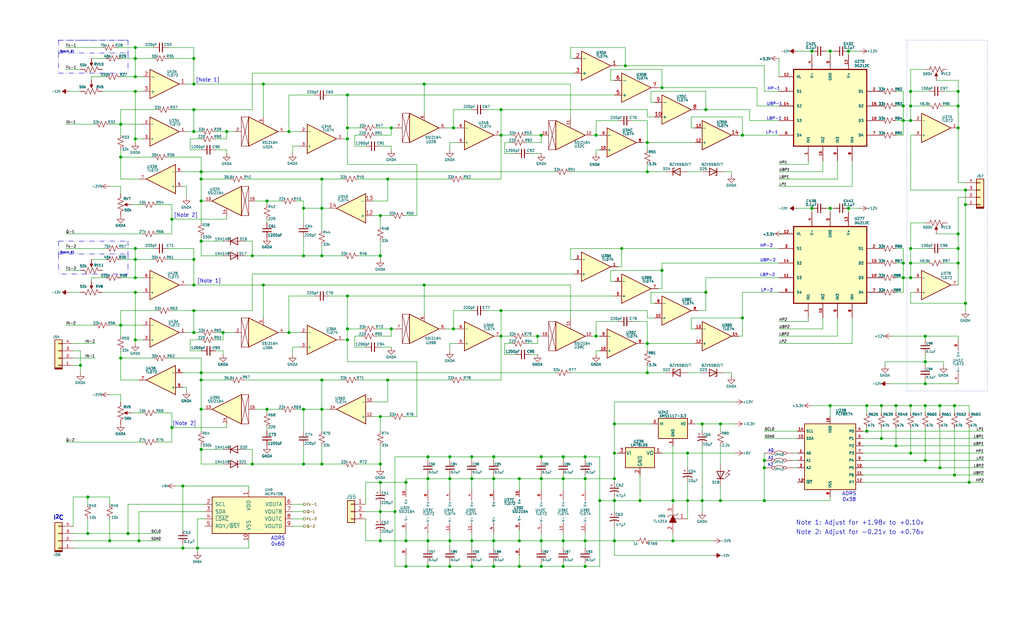
<source format=kicad_sch>
(kicad_sch (version 20250114) (generator "eeschema") (generator_version "9.0")
  (paper "USLegal")
  (title_block (title "Three State VCF") (date "2025-01-16") (rev "2.0") (comment 1 "In Development "))
  (lib_symbols
    (symbol "Amplifier_Operational:TL072" (pin_names (offset 0.127))
      (property "Reference" "U32" (at 1.524 3.556 0))
      (property "Value" "TL072" (at 1.778 2.286 0))
      (symbol "TL072_1_1"
        (pin input line (at -7.62 2.54 0) (length 2.54) (name "+") (number "3"))
        (pin input line (at -7.62 -2.54 0) (length 2.54) (name "-") (number "2"))
        (pin output line (at 7.62 0 180) (length 2.54) (name "~") (number "1"))
      )
      (symbol "TL072_2_1"
        (pin input line (at -7.62 2.54 0) (length 2.54) (name "+") (number "5"))
        (pin input line (at -7.62 -2.54 0) (length 2.54) (name "-") (number "6"))
        (pin output line (at 7.62 0 180) (length 2.54) (name "~") (number "7"))
      )
      (symbol "TL072_3_1"
        (pin power_in line (at -2.54 7.62 270) (length 3.81) (name "V+") (number "8"))
        (pin power_in line (at -2.54 -7.62 90) (length 3.81) (name "V-") (number "4"))
      )
    )
    (symbol "Amplifier_Operational:TL074" (pin_names (offset 0.127))
      (property "Reference" "U" (at 0 5.08 0))
      (property "Value" "TL074" (at 0 -5.08 0))
      (symbol "TL074_1_1"
        (pin input line (at -7.62 2.54 0) (length 2.54) (name "+") (number "3"))
        (pin input line (at -7.62 -2.54 0) (length 2.54) (name "-") (number "2"))
        (pin output line (at 7.62 0 180) (length 2.54) (name "~") (number "1"))
      )
      (symbol "TL074_2_1"
        (pin input line (at -7.62 2.54 0) (length 2.54) (name "+") (number "5"))
        (pin input line (at -7.62 -2.54 0) (length 2.54) (name "-") (number "6"))
        (pin output line (at 7.62 0 180) (length 2.54) (name "~") (number "7"))
      )
      (symbol "TL074_3_1"
        (pin input line (at -7.62 2.54 0) (length 2.54) (name "+") (number "10"))
        (pin input line (at -7.62 -2.54 0) (length 2.54) (name "-") (number "9"))
        (pin output line (at 7.62 0 180) (length 2.54) (name "~") (number "8"))
      )
      (symbol "TL074_4_1"
        (pin input line (at -7.62 2.54 0) (length 2.54) (name "+") (number "12"))
        (pin input line (at -7.62 -2.54 0) (length 2.54) (name "-") (number "13"))
        (pin output line (at 7.62 0 180) (length 2.54) (name "~") (number "14"))
      )
      (symbol "TL074_5_1"
        (pin power_in line (at -2.54 7.62 270) (length 3.81) (name "V+") (number "4"))
        (pin power_in line (at -2.54 -7.62 90) (length 3.81) (name "V-") (number "11"))
      )
    )
    (symbol "Connector_Generic:Conn_01x03" (pin_names (offset 1.016) (hide yes))
      (property "Reference" "J" (at 0 5.08 0))
      (property "Value" "Conn_01x03" (at 0 -5.08 0))
      (symbol "Conn_01x03_1_1"
        (pin passive line (at -5.08 2.54 0) (length 3.81) (name "Pin_1") (number "1"))
        (pin passive line (at -5.08 0 0) (length 3.81) (name "Pin_2") (number "2"))
        (pin passive line (at -5.08 -2.54 0) (length 3.81) (name "Pin_3") (number "3"))
      )
    )
    (symbol "Connector_keyed_kicad_sym:Conn_01x04" (pin_names (offset 1.016) (hide yes))
      (property "Reference" "J" (at -0.5788 4.6722 0))
      (property "Value" "Conn_01x04" (at -0.1524 -7.9502 0))
      (symbol "Conn_01x04_1_1"
        (pin passive line (at -5.08 2.54 0) (length 3.81) (name "Pin_1") (number "1"))
        (pin passive line (at -5.08 0 0) (length 3.81) (name "Pin_2") (number "2"))
        (pin passive line (at -5.08 -2.54 0) (length 3.81) (name "Pin_3") (number "3"))
        (pin passive line (at -5.08 -5.08 0) (length 3.81) (name "Pin_4") (number "4"))
      )
    )
    (symbol "Device:C_Polarized_Small_US" (pin_numbers (hide yes)) (pin_names (offset 0.254) (hide yes))
      (property "Reference" "C" (at 0.254 1.778 0))
      (property "Value" "C_Polarized_Small_US" (at 0.254 -2.032 0))
      (symbol "C_Polarized_Small_US_1_1"
        (pin passive line (at 0 2.54 270) (length 2.032) (name "~") (number "1"))
        (pin passive line (at 0 -2.54 90) (length 2.032) (name "~") (number "2"))
      )
    )
    (symbol "Device:C_Small" (pin_numbers (hide yes)) (pin_names (offset 0.254) (hide yes))
      (property "Reference" "C" (at 0.254 1.778 0))
      (property "Value" "C_Small" (at 0.254 -2.032 0))
      (symbol "C_Small_1_1"
        (pin passive line (at 0 2.54 270) (length 2.032) (name "~") (number "1"))
        (pin passive line (at 0 -2.54 90) (length 2.032) (name "~") (number "2"))
      )
    )
    (symbol "Device:R_Potentiometer_US" (pin_names (offset 1.016) (hide yes))
      (property "Reference" "RV4" (at -1.0668 0.7874 0))
      (property "Value" "5k" (at -1.6256 -0.9906 0))
      (symbol "R_Potentiometer_US_1_1"
        (pin passive line (at 0 3.81 270) (length 1.27) (name "1") (number ""))
        (pin passive line (at 0 -3.81 90) (length 1.27) (name "3") (number ""))
        (pin passive line (at 3.81 0 180) (length 1.27) (name "2") (number ""))
      )
    )
    (symbol "Device:R_Small_US" (pin_numbers (hide yes)) (pin_names (offset 0.254) (hide yes))
      (property "Reference" "R" (at 0.762 0.508 0))
      (property "Value" "R_Small_US" (at 0.762 -1.016 0))
      (symbol "R_Small_US_1_1"
        (pin passive line (at 0 2.54 270) (length 1.016) (name "~") (number "1"))
        (pin passive line (at 0 -2.54 90) (length 1.016) (name "~") (number "2"))
      )
    )
    (symbol "Diode:1N4148W" (pin_numbers (hide yes)) (pin_names (hide yes))
      (property "Reference" "D" (at 0 2.54 0))
      (property "Value" "1N4148W" (at 0 -2.54 0))
      (symbol "1N4148W_1_1"
        (pin passive line (at -3.81 0 0) (length 2.54) (name "K") (number "1"))
        (pin passive line (at 3.81 0 180) (length 2.54) (name "A") (number "2"))
      )
    )
    (symbol "Diode:BZV55B2V7" (pin_numbers (hide yes)) (pin_names (hide yes))
      (property "Reference" "D" (at 0 2.54 0))
      (property "Value" "BZV55B2V7" (at 0 -2.54 0))
      (symbol "BZV55B2V7_1_1"
        (pin passive line (at -3.81 0 0) (length 2.54) (name "K") (number "1"))
        (pin passive line (at 3.81 0 180) (length 2.54) (name "A") (number "2"))
      )
    )
    (symbol "Interface_Expansion:PCF8574"
      (property "Reference" "U97" (at 1.9849 17.3668 0))
      (property "Value" "PCF8574" (at 1.8058 16.1377 0))
      (symbol "PCF8574_1_1"
        (pin input line (at -11.43 10.16 0) (length 2.54) (name "SCL") (number "14"))
        (pin bidirectional line (at -11.43 7.62 0) (length 2.54) (name "SDA") (number "15"))
        (pin input line (at -11.43 2.54 0) (length 2.54) (name "A0") (number "1"))
        (pin input line (at -11.43 0 0) (length 2.54) (name "A1") (number "2"))
        (pin input line (at -11.43 -2.54 0) (length 2.54) (name "A2") (number "3"))
        (pin open_collector output_low (at -11.43 -7.62 0) (length 2.54) (name "~{INT}") (number "13"))
        (pin power_in line (at 0 15.24 270) (length 2.54) (name "VDD") (number "16"))
        (pin power_in line (at 0 -12.7 90) (length 2.54) (name "VSS") (number "8"))
        (pin bidirectional line (at 11.43 10.16 180) (length 2.54) (name "P0") (number "4"))
        (pin bidirectional line (at 11.43 7.62 180) (length 2.54) (name "P1") (number "5"))
        (pin bidirectional line (at 11.43 5.08 180) (length 2.54) (name "P2") (number "6"))
        (pin bidirectional line (at 11.43 2.54 180) (length 2.54) (name "P3") (number "7"))
        (pin bidirectional line (at 11.43 0 180) (length 2.54) (name "P4") (number "9"))
        (pin bidirectional line (at 11.43 -2.54 180) (length 2.54) (name "P5") (number "10"))
        (pin bidirectional line (at 11.43 -5.08 180) (length 2.54) (name "P6") (number "11"))
        (pin bidirectional line (at 11.43 -7.62 180) (length 2.54) (name "P7") (number "12"))
      )
    )
    (symbol "Jumper:Jumper_2_Bridged" (pin_numbers (hide yes)) (pin_names (offset 0) (hide yes)) (exclude_from_sim yes)
      (property "Reference" "JP" (at 0 1.905 0))
      (property "Value" "Jumper_2_Bridged" (at 0 -2.54 0))
      (symbol "Jumper_2_Bridged_1_1"
        (pin passive line (at -5.08 0 0) (length 2.54) (name "A") (number "1"))
        (pin passive line (at 5.08 0 180) (length 2.54) (name "B") (number "2"))
      )
    )
    (symbol "LED:SFH4356P" (pin_numbers (hide yes)) (pin_names (offset 1.016) (hide yes))
      (property "Reference" "D" (at 0.508 1.778 0))
      (property "Value" "SFH4356P" (at -1.016 -2.794 0))
      (symbol "SFH4356P_1_1"
        (pin passive line (at -5.08 0 0) (length 2.54) (name "K") (number "1"))
        (pin passive line (at 2.54 0 180) (length 2.54) (name "A") (number "2"))
      )
    )
    (symbol "My Chips:DG212C" (pin_names (offset 1.016))
      (property "Reference" "U" (at 9.144 17.018 0))
      (property "Value" "DG212C" (at 9.144 15.748 0))
      (symbol "DG212C_0_0"
        (pin bidirectional line (at -17.78 2.54 0) (length 5.08) (name "S2") (number "14"))
        (pin bidirectional line (at -17.78 -2.54 0) (length 5.08) (name "S3") (number "11"))
        (pin bidirectional line (at -17.78 -7.62 0) (length 5.08) (name "S4") (number "6"))
        (pin input line (at 7.62 -16.51 90) (length 5.08) (name "IN4") (number "8"))
      )
      (symbol "DG212C_1_0"
        (pin power_in line (at -17.78 12.7 0) (length 5.08) (name "VL") (number "12"))
        (pin bidirectional line (at -17.78 7.62 0) (length 5.08) (name "S1") (number "3"))
        (pin input line (at -7.62 -16.51 90) (length 5.08) (name "IN1") (number "1"))
        (pin power_in line (at -6.35 20.32 270) (length 5.08) (name "V-") (number "4"))
        (pin input line (at -2.54 -16.51 90) (length 5.08) (name "IN2") (number "16"))
        (pin power_in line (at 0 20.32 270) (length 5.08) (name "GND") (number "5"))
        (pin input line (at 2.54 -16.51 90) (length 5.08) (name "IN3") (number "9"))
        (pin power_in line (at 6.35 20.32 270) (length 5.08) (name "V+") (number "13"))
        (pin bidirectional line (at 17.78 7.62 180) (length 5.08) (name "D1") (number "2"))
        (pin bidirectional line (at 17.78 2.54 180) (length 5.08) (name "D2") (number "15"))
        (pin bidirectional line (at 17.78 -2.54 180) (length 5.08) (name "D3") (number "10"))
        (pin bidirectional line (at 17.78 -7.62 180) (length 5.08) (name "D4") (number "7"))
      )
    )
    (symbol "My Connectors:Conn_01x04" (pin_names (offset 1.016) (hide yes))
      (property "Reference" "J" (at -0.5788 4.6722 0))
      (property "Value" "Conn_01x04" (at -0.1524 -7.9502 0))
      (symbol "Conn_01x04_1_1"
        (pin passive line (at -5.08 2.54 0) (length 3.81) (name "Pin_1") (number "1"))
        (pin passive line (at -5.08 0 0) (length 3.81) (name "Pin_2") (number "2"))
        (pin passive line (at -5.08 -2.54 0) (length 3.81) (name "Pin_3") (number "3"))
        (pin passive line (at -5.08 -5.08 0) (length 3.81) (name "Pin_4") (number "4"))
      )
    )
    (symbol "MyDac:MCP4728" (pin_names (offset 1.016))
      (property "Reference" "U" (at -12.7 6.35 0))
      (property "Value" "MCP4728" (at 12.7 6.35 0))
      (symbol "MCP4728_1_1"
        (pin input line (at -15.24 2.54 0) (length 2.54) (name "SCL") (number "2"))
        (pin bidirectional line (at -15.24 0 0) (length 2.54) (name "SDA") (number "3"))
        (pin input line (at -15.24 -2.54 0) (length 2.54) (name "~{LDAC}") (number "4"))
        (pin output line (at -15.24 -5.08 0) (length 2.54) (name "RDY/~{BSY}") (number "5"))
        (pin power_in line (at 0 7.62 270) (length 2.54) (name "VDD") (number "1"))
        (pin power_in line (at 0 -10.16 90) (length 2.54) (name "VSS") (number "10"))
        (pin output line (at 15.24 2.54 180) (length 2.54) (name "VOUTA") (number "6"))
        (pin output line (at 15.24 0 180) (length 2.54) (name "VOUTB") (number "7"))
        (pin output line (at 15.24 -2.54 180) (length 2.54) (name "VOUTC") (number "8"))
        (pin output line (at 15.24 -5.08 180) (length 2.54) (name "VOUTD") (number "9"))
      )
    )
    (symbol "R_Potentiometer_US_1" (pin_names (offset 1.016) (hide yes))
      (property "Reference" "RV4" (at -1.0668 0.7874 0))
      (property "Value" "5k" (at -1.6256 -0.9906 0))
      (symbol "R_Potentiometer_US_1_1_1"
        (pin passive line (at 0 3.81 270) (length 1.27) (name "1") (number ""))
        (pin passive line (at 0 -3.81 90) (length 1.27) (name "3") (number ""))
        (pin passive line (at 3.81 0 180) (length 1.27) (name "2") (number ""))
      )
    )
    (symbol "R_Potentiometer_US_2" (pin_names (offset 1.016) (hide yes))
      (property "Reference" "RV4" (at -1.0668 0.7874 0))
      (property "Value" "5k" (at -1.6256 -0.9906 0))
      (symbol "R_Potentiometer_US_2_1_1"
        (pin passive line (at 0 3.81 270) (length 1.27) (name "1") (number ""))
        (pin passive line (at 0 -3.81 90) (length 1.27) (name "3") (number ""))
        (pin passive line (at 3.81 0 180) (length 1.27) (name "2") (number ""))
      )
    )
    (symbol "R_Potentiometer_US_3" (pin_names (offset 1.016) (hide yes))
      (property "Reference" "RV4" (at -1.0668 0.7874 0))
      (property "Value" "5k" (at -1.6256 -0.9906 0))
      (symbol "R_Potentiometer_US_3_1_1"
        (pin passive line (at 0 3.81 270) (length 1.27) (name "1") (number ""))
        (pin passive line (at 0 -3.81 90) (length 1.27) (name "3") (number ""))
        (pin passive line (at 3.81 0 180) (length 1.27) (name "2") (number ""))
      )
    )
    (symbol "R_Potentiometer_US_4" (pin_names (offset 1.016) (hide yes))
      (property "Reference" "RV4" (at -1.0668 0.7874 0))
      (property "Value" "5k" (at -1.6256 -0.9906 0))
      (symbol "R_Potentiometer_US_4_1_1"
        (pin passive line (at 0 3.81 270) (length 1.27) (name "1") (number ""))
        (pin passive line (at 0 -3.81 90) (length 1.27) (name "3") (number ""))
        (pin passive line (at 3.81 0 180) (length 1.27) (name "2") (number ""))
      )
    )
    (symbol "R_Potentiometer_US_5" (pin_names (offset 1.016) (hide yes))
      (property "Reference" "RV4" (at -1.0668 0.7874 0))
      (property "Value" "5k" (at -1.6256 -0.9906 0))
      (symbol "R_Potentiometer_US_5_1_1"
        (pin passive line (at 0 3.81 270) (length 1.27) (name "1") (number ""))
        (pin passive line (at 0 -3.81 90) (length 1.27) (name "3") (number ""))
        (pin passive line (at 3.81 0 180) (length 1.27) (name "2") (number ""))
      )
    )
    (symbol "R_Potentiometer_US_6" (pin_names (offset 1.016) (hide yes))
      (property "Reference" "RV4" (at -1.0668 0.7874 0))
      (property "Value" "5k" (at -1.6256 -0.9906 0))
      (symbol "R_Potentiometer_US_6_1_1"
        (pin passive line (at 0 3.81 270) (length 1.27) (name "1") (number ""))
        (pin passive line (at 0 -3.81 90) (length 1.27) (name "3") (number ""))
        (pin passive line (at 3.81 0 180) (length 1.27) (name "2") (number ""))
      )
    )
    (symbol "R_Potentiometer_US_7" (pin_names (offset 1.016) (hide yes))
      (property "Reference" "RV4" (at -1.0668 0.7874 0))
      (property "Value" "5k" (at -1.6256 -0.9906 0))
      (symbol "R_Potentiometer_US_7_1_1"
        (pin passive line (at 0 3.81 270) (length 1.27) (name "1") (number ""))
        (pin passive line (at 0 -3.81 90) (length 1.27) (name "3") (number ""))
        (pin passive line (at 3.81 0 180) (length 1.27) (name "2") (number ""))
      )
    )
    (symbol "Regulator_Linear:AMS1117-3.3"
      (property "Reference" "U94" (at -3.302 4.064 0))
      (property "Value" "AMS1117-3.3" (at 0 2.794 0))
      (symbol "AMS1117-3.3_1_1"
        (pin power_in line (at -7.62 0 0) (length 2.54) (name "VI") (number "3"))
        (pin power_in line (at 0 -7.62 90) (length 2.54) (name "GND") (number "1"))
        (pin power_out line (at 7.62 0 180) (length 2.54) (name "VO") (number "2"))
      )
    )
    (symbol "Regulator_Linear:LM78L05_TO92" (pin_names (offset 0.254))
      (property "Reference" "U" (at -3.81 3.175 0))
      (property "Value" "LM78L05_TO92" (at 0 3.175 0))
      (symbol "LM78L05_TO92_1_1"
        (pin power_in line (at -7.62 0 0) (length 2.54) (name "VI") (number "3"))
        (pin power_in line (at 0 -7.62 90) (length 2.54) (name "GND") (number "2"))
        (pin power_out line (at 7.62 0 180) (length 2.54) (name "VO") (number "1"))
      )
    )
    (symbol "SSI2164:SSI2164"
      (property "Reference" "U204" (at -1.27 0.508 0))
      (property "Value" "SSI2164" (at -2.286 -1.016 0))
      (symbol "SSI2164_1_1"
        (pin input line (at -10.16 0 0) (length 2.54) (name "") (number "2"))
        (pin input line (at 0 5.08 270) (length 2.54) (name "") (number "3"))
        (pin output line (at 7.62 0 180) (length 2.54) (name "") (number "4"))
      )
      (symbol "SSI2164_2_1"
        (pin input line (at -10.16 0 0) (length 2.54) (name "") (number "7"))
        (pin input line (at 0 5.08 270) (length 2.54) (name "") (number "6"))
        (pin output line (at 7.62 0 180) (length 2.54) (name "") (number "5"))
      )
      (symbol "SSI2164_3_0"
        (pin input line (at -10.16 0 0) (length 2.54) (name "") (number "10"))
      )
      (symbol "SSI2164_3_1"
        (pin input line (at 0 6.35 270) (length 3.81) (name "") (number "11"))
        (pin output line (at 7.62 0 180) (length 2.54) (name "") (number "12"))
      )
      (symbol "SSI2164_4_0"
        (pin input line (at -10.16 0 0) (length 2.54) (name "") (number "15"))
      )
      (symbol "SSI2164_4_1"
        (pin input line (at 0 5.08 270) (length 2.54) (name "") (number "14"))
        (pin output line (at 7.62 0 180) (length 2.54) (name "") (number "13"))
      )
      (symbol "SSI2164_5_0"
        (pin power_in line (at 0 6.35 270) (length 2.54) (name "V+") (number "16"))
        (pin power_in line (at 0 -7.62 90) (length 2.54) (name "V-") (number "9"))
        (pin power_in line (at 0 -16.51 90) (length 2.54) (name "") (number "8"))
      )
      (symbol "SSI2164_5_1"
        (pin input line (at 0 22.86 270) (length 2.54) (hide yes) (name "") (number "1"))
      )
    )
    (symbol "SSI2164_1"
      (property "Reference" "U204" (at -1.27 0.508 0))
      (property "Value" "SSI2164" (at -2.286 -1.016 0))
      (symbol "SSI2164_1_1_1"
        (pin input line (at -10.16 0 0) (length 2.54) (name "") (number "2"))
        (pin input line (at 0 5.08 270) (length 2.54) (name "") (number "3"))
        (pin output line (at 7.62 0 180) (length 2.54) (name "") (number "4"))
      )
      (symbol "SSI2164_1_2_1"
        (pin input line (at -10.16 0 0) (length 2.54) (name "") (number "7"))
        (pin input line (at 0 5.08 270) (length 2.54) (name "") (number "6"))
        (pin output line (at 7.62 0 180) (length 2.54) (name "") (number "5"))
      )
      (symbol "SSI2164_1_3_0"
        (pin input line (at -10.16 0 0) (length 2.54) (name "") (number "10"))
      )
      (symbol "SSI2164_1_3_1"
        (pin input line (at 0 6.35 270) (length 3.81) (name "") (number "11"))
        (pin output line (at 7.62 0 180) (length 2.54) (name "") (number "12"))
      )
      (symbol "SSI2164_1_4_0"
        (pin input line (at -10.16 0 0) (length 2.54) (name "") (number "15"))
      )
      (symbol "SSI2164_1_4_1"
        (pin input line (at 0 5.08 270) (length 2.54) (name "") (number "14"))
        (pin output line (at 7.62 0 180) (length 2.54) (name "") (number "13"))
      )
      (symbol "SSI2164_1_5_0"
        (pin power_in line (at 0 6.35 270) (length 2.54) (name "V+") (number "16"))
        (pin power_in line (at 0 -7.62 90) (length 2.54) (name "V-") (number "9"))
        (pin power_in line (at 0 -16.51 90) (length 2.54) (name "") (number "8"))
      )
      (symbol "SSI2164_1_5_1"
        (pin input line (at 0 22.86 270) (length 2.54) (hide yes) (name "") (number "1"))
      )
    )
    (symbol "SSI2164_2"
      (property "Reference" "U204" (at -1.27 0.508 0))
      (property "Value" "SSI2164" (at -2.286 -1.016 0))
      (symbol "SSI2164_2_1_1"
        (pin input line (at -10.16 0 0) (length 2.54) (name "") (number "2"))
        (pin input line (at 0 5.08 270) (length 2.54) (name "") (number "3"))
        (pin output line (at 7.62 0 180) (length 2.54) (name "") (number "4"))
      )
      (symbol "SSI2164_2_2_1"
        (pin input line (at -10.16 0 0) (length 2.54) (name "") (number "7"))
        (pin input line (at 0 5.08 270) (length 2.54) (name "") (number "6"))
        (pin output line (at 7.62 0 180) (length 2.54) (name "") (number "5"))
      )
      (symbol "SSI2164_2_3_0"
        (pin input line (at -10.16 0 0) (length 2.54) (name "") (number "10"))
      )
      (symbol "SSI2164_2_3_1"
        (pin input line (at 0 6.35 270) (length 3.81) (name "") (number "11"))
        (pin output line (at 7.62 0 180) (length 2.54) (name "") (number "12"))
      )
      (symbol "SSI2164_2_4_0"
        (pin input line (at -10.16 0 0) (length 2.54) (name "") (number "15"))
      )
      (symbol "SSI2164_2_4_1"
        (pin input line (at 0 5.08 270) (length 2.54) (name "") (number "14"))
        (pin output line (at 7.62 0 180) (length 2.54) (name "") (number "13"))
      )
      (symbol "SSI2164_2_5_0"
        (pin power_in line (at 0 6.35 270) (length 2.54) (name "V+") (number "16"))
        (pin power_in line (at 0 -7.62 90) (length 2.54) (name "V-") (number "9"))
        (pin power_in line (at 0 -16.51 90) (length 2.54) (name "") (number "8"))
      )
      (symbol "SSI2164_2_5_1"
        (pin input line (at 0 22.86 270) (length 2.54) (hide yes) (name "") (number "1"))
      )
    )
    (symbol "SSI2164_3"
      (property "Reference" "U204" (at -1.27 0.508 0))
      (property "Value" "SSI2164" (at -2.286 -1.016 0))
      (symbol "SSI2164_3_1_1"
        (pin input line (at -10.16 0 0) (length 2.54) (name "") (number "2"))
        (pin input line (at 0 5.08 270) (length 2.54) (name "") (number "3"))
        (pin output line (at 7.62 0 180) (length 2.54) (name "") (number "4"))
      )
      (symbol "SSI2164_3_2_1"
        (pin input line (at -10.16 0 0) (length 2.54) (name "") (number "7"))
        (pin input line (at 0 5.08 270) (length 2.54) (name "") (number "6"))
        (pin output line (at 7.62 0 180) (length 2.54) (name "") (number "5"))
      )
      (symbol "SSI2164_3_3_0"
        (pin input line (at -10.16 0 0) (length 2.54) (name "") (number "10"))
      )
      (symbol "SSI2164_3_3_1"
        (pin input line (at 0 6.35 270) (length 3.81) (name "") (number "11"))
        (pin output line (at 7.62 0 180) (length 2.54) (name "") (number "12"))
      )
      (symbol "SSI2164_3_4_0"
        (pin input line (at -10.16 0 0) (length 2.54) (name "") (number "15"))
      )
      (symbol "SSI2164_3_4_1"
        (pin input line (at 0 5.08 270) (length 2.54) (name "") (number "14"))
        (pin output line (at 7.62 0 180) (length 2.54) (name "") (number "13"))
      )
      (symbol "SSI2164_3_5_0"
        (pin power_in line (at 0 6.35 270) (length 2.54) (name "V+") (number "16"))
        (pin power_in line (at 0 -7.62 90) (length 2.54) (name "V-") (number "9"))
        (pin power_in line (at 0 -16.51 90) (length 2.54) (name "") (number "8"))
      )
      (symbol "SSI2164_3_5_1"
        (pin input line (at 0 22.86 270) (length 2.54) (hide yes) (name "") (number "1"))
      )
    )
    (symbol "SSI2164_5"
      (property "Reference" "U204" (at -1.27 0.508 0))
      (property "Value" "SSI2164" (at -2.286 -1.016 0))
      (symbol "SSI2164_5_1_1"
        (pin input line (at -10.16 0 0) (length 2.54) (name "") (number "2"))
        (pin input line (at 0 5.08 270) (length 2.54) (name "") (number "3"))
        (pin output line (at 7.62 0 180) (length 2.54) (name "") (number "4"))
      )
      (symbol "SSI2164_5_2_1"
        (pin input line (at -10.16 0 0) (length 2.54) (name "") (number "7"))
        (pin input line (at 0 5.08 270) (length 2.54) (name "") (number "6"))
        (pin output line (at 7.62 0 180) (length 2.54) (name "") (number "5"))
      )
      (symbol "SSI2164_5_3_0"
        (pin input line (at -10.16 0 0) (length 2.54) (name "") (number "10"))
      )
      (symbol "SSI2164_5_3_1"
        (pin input line (at 0 6.35 270) (length 3.81) (name "") (number "11"))
        (pin output line (at 7.62 0 180) (length 2.54) (name "") (number "12"))
      )
      (symbol "SSI2164_5_4_0"
        (pin input line (at -10.16 0 0) (length 2.54) (name "") (number "15"))
      )
      (symbol "SSI2164_5_4_1"
        (pin input line (at 0 5.08 270) (length 2.54) (name "") (number "14"))
        (pin output line (at 7.62 0 180) (length 2.54) (name "") (number "13"))
      )
      (symbol "SSI2164_5_5_0"
        (pin power_in line (at 0 6.35 270) (length 2.54) (name "V+") (number "16"))
        (pin power_in line (at 0 -7.62 90) (length 2.54) (name "V-") (number "9"))
        (pin power_in line (at 0 -16.51 90) (length 2.54) (name "") (number "8"))
      )
      (symbol "SSI2164_5_5_1"
        (pin input line (at 0 22.86 270) (length 2.54) (hide yes) (name "") (number "1"))
      )
    )
    (symbol "TL072_1" (pin_names (offset 0.127))
      (property "Reference" "U32" (at 1.524 3.556 0))
      (property "Value" "TL072" (at 1.778 2.286 0))
      (symbol "TL072_1_1_1"
        (pin input line (at -7.62 2.54 0) (length 2.54) (name "+") (number "3"))
        (pin input line (at -7.62 -2.54 0) (length 2.54) (name "-") (number "2"))
        (pin output line (at 7.62 0 180) (length 2.54) (name "~") (number "1"))
      )
      (symbol "TL072_1_2_1"
        (pin input line (at -7.62 2.54 0) (length 2.54) (name "+") (number "5"))
        (pin input line (at -7.62 -2.54 0) (length 2.54) (name "-") (number "6"))
        (pin output line (at 7.62 0 180) (length 2.54) (name "~") (number "7"))
      )
      (symbol "TL072_1_3_1"
        (pin power_in line (at -2.54 7.62 270) (length 3.81) (name "V+") (number "8"))
        (pin power_in line (at -2.54 -7.62 90) (length 3.81) (name "V-") (number "4"))
      )
    )
    (symbol "TL072_10" (pin_names (offset 0.127))
      (property "Reference" "U37" (at 1.016 4.064 0))
      (property "Value" "TL072" (at 1.016 2.794 0))
      (symbol "TL072_10_1_1"
        (pin input line (at -7.62 2.54 0) (length 2.54) (name "+") (number "3"))
        (pin input line (at -7.62 -2.54 0) (length 2.54) (name "-") (number "2"))
        (pin output line (at 7.62 0 180) (length 2.54) (name "~") (number "1"))
      )
      (symbol "TL072_10_2_1"
        (pin input line (at -7.62 2.54 0) (length 2.54) (name "+") (number "5"))
        (pin input line (at -7.62 -2.54 0) (length 2.54) (name "-") (number "6"))
        (pin output line (at 7.62 0 180) (length 2.54) (name "~") (number "7"))
      )
      (symbol "TL072_10_3_1"
        (pin power_in line (at -2.54 7.62 270) (length 3.81) (name "V+") (number "8"))
        (pin power_in line (at -2.54 -7.62 90) (length 3.81) (name "V-") (number "4"))
      )
    )
    (symbol "TL072_11" (pin_names (offset 0.127))
      (property "Reference" "U37" (at 1.016 4.064 0))
      (property "Value" "TL072" (at 1.016 2.794 0))
      (symbol "TL072_11_1_1"
        (pin input line (at -7.62 2.54 0) (length 2.54) (name "+") (number "3"))
        (pin input line (at -7.62 -2.54 0) (length 2.54) (name "-") (number "2"))
        (pin output line (at 7.62 0 180) (length 2.54) (name "~") (number "1"))
      )
      (symbol "TL072_11_2_1"
        (pin input line (at -7.62 2.54 0) (length 2.54) (name "+") (number "5"))
        (pin input line (at -7.62 -2.54 0) (length 2.54) (name "-") (number "6"))
        (pin output line (at 7.62 0 180) (length 2.54) (name "~") (number "7"))
      )
      (symbol "TL072_11_3_1"
        (pin power_in line (at -2.54 7.62 270) (length 3.81) (name "V+") (number "8"))
        (pin power_in line (at -2.54 -7.62 90) (length 3.81) (name "V-") (number "4"))
      )
    )
    (symbol "TL072_2" (pin_names (offset 0.127))
      (property "Reference" "U32" (at 1.524 3.556 0))
      (property "Value" "TL072" (at 1.778 2.286 0))
      (symbol "TL072_2_1_1"
        (pin input line (at -7.62 2.54 0) (length 2.54) (name "+") (number "3"))
        (pin input line (at -7.62 -2.54 0) (length 2.54) (name "-") (number "2"))
        (pin output line (at 7.62 0 180) (length 2.54) (name "~") (number "1"))
      )
      (symbol "TL072_2_2_1"
        (pin input line (at -7.62 2.54 0) (length 2.54) (name "+") (number "5"))
        (pin input line (at -7.62 -2.54 0) (length 2.54) (name "-") (number "6"))
        (pin output line (at 7.62 0 180) (length 2.54) (name "~") (number "7"))
      )
      (symbol "TL072_2_3_1"
        (pin power_in line (at -2.54 7.62 270) (length 3.81) (name "V+") (number "8"))
        (pin power_in line (at -2.54 -7.62 90) (length 3.81) (name "V-") (number "4"))
      )
    )
    (symbol "TL072_3" (pin_names (offset 0.127))
      (property "Reference" "U37" (at 1.016 4.064 0))
      (property "Value" "TL072" (at 1.016 2.794 0))
      (symbol "TL072_3_1_1"
        (pin input line (at -7.62 2.54 0) (length 2.54) (name "+") (number "3"))
        (pin input line (at -7.62 -2.54 0) (length 2.54) (name "-") (number "2"))
        (pin output line (at 7.62 0 180) (length 2.54) (name "~") (number "1"))
      )
      (symbol "TL072_3_2_1"
        (pin input line (at -7.62 2.54 0) (length 2.54) (name "+") (number "5"))
        (pin input line (at -7.62 -2.54 0) (length 2.54) (name "-") (number "6"))
        (pin output line (at 7.62 0 180) (length 2.54) (name "~") (number "7"))
      )
      (symbol "TL072_3_3_1"
        (pin power_in line (at -2.54 7.62 270) (length 3.81) (name "V+") (number "8"))
        (pin power_in line (at -2.54 -7.62 90) (length 3.81) (name "V-") (number "4"))
      )
    )
    (symbol "TL072_4" (pin_names (offset 0.127))
      (property "Reference" "U43" (at 3.302 3.556 0))
      (property "Value" "TL072" (at 3.556 2.286 0))
      (symbol "TL072_4_1_1"
        (pin input line (at -7.62 2.54 0) (length 2.54) (name "+") (number "3"))
        (pin input line (at -7.62 -2.54 0) (length 2.54) (name "-") (number "2"))
        (pin output line (at 7.62 0 180) (length 2.54) (name "~") (number "1"))
      )
      (symbol "TL072_4_2_1"
        (pin input line (at -7.62 2.54 0) (length 2.54) (name "+") (number "5"))
        (pin input line (at -7.62 -2.54 0) (length 2.54) (name "-") (number "6"))
        (pin output line (at 7.62 0 180) (length 2.54) (name "~") (number "7"))
      )
      (symbol "TL072_4_3_1"
        (pin power_in line (at -2.54 7.62 270) (length 3.81) (name "V+") (number "8"))
        (pin power_in line (at -2.54 -7.62 90) (length 3.81) (name "V-") (number "4"))
      )
    )
    (symbol "TL072_5" (pin_names (offset 0.127))
      (property "Reference" "U42" (at 2.54 3.81 0))
      (property "Value" "TL072" (at 3.302 2.54 0))
      (symbol "TL072_5_1_1"
        (pin input line (at -7.62 2.54 0) (length 2.54) (name "+") (number "3"))
        (pin input line (at -7.62 -2.54 0) (length 2.54) (name "-") (number "2"))
        (pin output line (at 7.62 0 180) (length 2.54) (name "~") (number "1"))
      )
      (symbol "TL072_5_2_1"
        (pin input line (at -7.62 2.54 0) (length 2.54) (name "+") (number "5"))
        (pin input line (at -7.62 -2.54 0) (length 2.54) (name "-") (number "6"))
        (pin output line (at 7.62 0 180) (length 2.54) (name "~") (number "7"))
      )
      (symbol "TL072_5_3_1"
        (pin power_in line (at -2.54 7.62 270) (length 3.81) (name "V+") (number "8"))
        (pin power_in line (at -2.54 -7.62 90) (length 3.81) (name "V-") (number "4"))
      )
    )
    (symbol "TL072_6" (pin_names (offset 0.127))
      (property "Reference" "U42" (at 2.54 3.81 0))
      (property "Value" "TL072" (at 3.302 2.54 0))
      (symbol "TL072_6_1_1"
        (pin input line (at -7.62 2.54 0) (length 2.54) (name "+") (number "3"))
        (pin input line (at -7.62 -2.54 0) (length 2.54) (name "-") (number "2"))
        (pin output line (at 7.62 0 180) (length 2.54) (name "~") (number "1"))
      )
      (symbol "TL072_6_2_1"
        (pin input line (at -7.62 2.54 0) (length 2.54) (name "+") (number "5"))
        (pin input line (at -7.62 -2.54 0) (length 2.54) (name "-") (number "6"))
        (pin output line (at 7.62 0 180) (length 2.54) (name "~") (number "7"))
      )
      (symbol "TL072_6_3_1"
        (pin power_in line (at -2.54 7.62 270) (length 3.81) (name "V+") (number "8"))
        (pin power_in line (at -2.54 -7.62 90) (length 3.81) (name "V-") (number "4"))
      )
    )
    (symbol "TL072_7" (pin_names (offset 0.127))
      (property "Reference" "U42" (at 2.54 3.81 0))
      (property "Value" "TL072" (at 3.302 2.54 0))
      (symbol "TL072_7_1_1"
        (pin input line (at -7.62 2.54 0) (length 2.54) (name "+") (number "3"))
        (pin input line (at -7.62 -2.54 0) (length 2.54) (name "-") (number "2"))
        (pin output line (at 7.62 0 180) (length 2.54) (name "~") (number "1"))
      )
      (symbol "TL072_7_2_1"
        (pin input line (at -7.62 2.54 0) (length 2.54) (name "+") (number "5"))
        (pin input line (at -7.62 -2.54 0) (length 2.54) (name "-") (number "6"))
        (pin output line (at 7.62 0 180) (length 2.54) (name "~") (number "7"))
      )
      (symbol "TL072_7_3_1"
        (pin power_in line (at -2.54 7.62 270) (length 3.81) (name "V+") (number "8"))
        (pin power_in line (at -2.54 -7.62 90) (length 3.81) (name "V-") (number "4"))
      )
    )
    (symbol "TL072_8" (pin_names (offset 0.127))
      (property "Reference" "U43" (at 3.302 3.556 0))
      (property "Value" "TL072" (at 3.556 2.286 0))
      (symbol "TL072_8_1_1"
        (pin input line (at -7.62 2.54 0) (length 2.54) (name "+") (number "3"))
        (pin input line (at -7.62 -2.54 0) (length 2.54) (name "-") (number "2"))
        (pin output line (at 7.62 0 180) (length 2.54) (name "~") (number "1"))
      )
      (symbol "TL072_8_2_1"
        (pin input line (at -7.62 2.54 0) (length 2.54) (name "+") (number "5"))
        (pin input line (at -7.62 -2.54 0) (length 2.54) (name "-") (number "6"))
        (pin output line (at 7.62 0 180) (length 2.54) (name "~") (number "7"))
      )
      (symbol "TL072_8_3_1"
        (pin power_in line (at -2.54 7.62 270) (length 3.81) (name "V+") (number "8"))
        (pin power_in line (at -2.54 -7.62 90) (length 3.81) (name "V-") (number "4"))
      )
    )
    (symbol "TL072_9" (pin_names (offset 0.127))
      (property "Reference" "U41" (at 1.778 3.556 0))
      (property "Value" "TL072" (at 1.778 2.286 0))
      (symbol "TL072_9_1_1"
        (pin input line (at -7.62 2.54 0) (length 2.54) (name "-") (number "2"))
        (pin input line (at -7.62 -2.54 0) (length 2.54) (name "+") (number "3"))
        (pin output line (at 7.62 0 180) (length 2.54) (name "~") (number "1"))
      )
      (symbol "TL072_9_2_1"
        (pin input line (at -7.62 2.54 0) (length 2.54) (name "-") (number "6"))
        (pin input line (at -7.62 -2.54 0) (length 2.54) (name "+") (number "5"))
        (pin output line (at 7.62 0 180) (length 2.54) (name "~") (number "7"))
      )
      (symbol "TL072_9_3_1"
        (pin power_in line (at -2.54 7.62 270) (length 3.81) (name "V+") (number "8"))
        (pin power_in line (at -2.54 -7.62 90) (length 3.81) (name "V-") (number "4"))
      )
    )
    (symbol "TL074_1" (pin_names (offset 0.127))
      (property "Reference" "U36" (at 3.048 -4.064 0))
      (property "Value" "TL074" (at 3.556 -2.54 0))
      (symbol "TL074_1_1_1"
        (pin input line (at -7.62 2.54 0) (length 2.54) (name "+") (number "3"))
        (pin input line (at -7.62 -2.54 0) (length 2.54) (name "-") (number "2"))
        (pin output line (at 7.62 0 180) (length 2.54) (name "~") (number "1"))
      )
      (symbol "TL074_1_2_1"
        (pin input line (at -7.62 2.54 0) (length 2.54) (name "+") (number "5"))
        (pin input line (at -7.62 -2.54 0) (length 2.54) (name "-") (number "6"))
        (pin output line (at 7.62 0 180) (length 2.54) (name "~") (number "7"))
      )
      (symbol "TL074_1_3_1"
        (pin input line (at -7.62 2.54 0) (length 2.54) (name "+") (number "10"))
        (pin input line (at -7.62 -2.54 0) (length 2.54) (name "-") (number "9"))
        (pin output line (at 7.62 0 180) (length 2.54) (name "~") (number "8"))
      )
      (symbol "TL074_1_4_1"
        (pin input line (at -7.62 2.54 0) (length 2.54) (name "+") (number "12"))
        (pin input line (at -7.62 -2.54 0) (length 2.54) (name "-") (number "13"))
        (pin output line (at 7.62 0 180) (length 2.54) (name "~") (number "14"))
      )
      (symbol "TL074_1_5_1"
        (pin power_in line (at -2.54 7.62 270) (length 3.81) (name "V+") (number "4"))
        (pin power_in line (at -2.54 -7.62 90) (length 3.81) (name "V-") (number "11"))
      )
    )
    (symbol "TL074_10" (pin_names (offset 0.127))
      (property "Reference" "U35" (at 1.778 -4.572 0))
      (property "Value" "TL074" (at 2.032 -3.302 0))
      (symbol "TL074_10_1_1"
        (pin input line (at -7.62 2.54 0) (length 2.54) (name "+") (number "3"))
        (pin input line (at -7.62 -2.54 0) (length 2.54) (name "-") (number "2"))
        (pin output line (at 7.62 0 180) (length 2.54) (name "~") (number "1"))
      )
      (symbol "TL074_10_2_1"
        (pin input line (at -7.62 2.54 0) (length 2.54) (name "+") (number "5"))
        (pin input line (at -7.62 -2.54 0) (length 2.54) (name "-") (number "6"))
        (pin output line (at 7.62 0 180) (length 2.54) (name "~") (number "7"))
      )
      (symbol "TL074_10_3_1"
        (pin input line (at -7.62 2.54 0) (length 2.54) (name "+") (number "10"))
        (pin input line (at -7.62 -2.54 0) (length 2.54) (name "-") (number "9"))
        (pin output line (at 7.62 0 180) (length 2.54) (name "~") (number "8"))
      )
      (symbol "TL074_10_4_1"
        (pin input line (at -7.62 2.54 0) (length 2.54) (name "+") (number "12"))
        (pin input line (at -7.62 -2.54 0) (length 2.54) (name "-") (number "13"))
        (pin output line (at 7.62 0 180) (length 2.54) (name "~") (number "14"))
      )
      (symbol "TL074_10_5_1"
        (pin power_in line (at -2.54 7.62 270) (length 3.81) (name "V+") (number "4"))
        (pin power_in line (at -2.54 -7.62 90) (length 3.81) (name "V-") (number "11"))
      )
    )
    (symbol "TL074_11" (pin_names (offset 0.127))
      (property "Reference" "U36" (at 3.048 -4.064 0))
      (property "Value" "TL074" (at 3.556 -2.54 0))
      (symbol "TL074_11_1_1"
        (pin input line (at -7.62 2.54 0) (length 2.54) (name "+") (number "3"))
        (pin input line (at -7.62 -2.54 0) (length 2.54) (name "-") (number "2"))
        (pin output line (at 7.62 0 180) (length 2.54) (name "~") (number "1"))
      )
      (symbol "TL074_11_2_1"
        (pin input line (at -7.62 2.54 0) (length 2.54) (name "+") (number "5"))
        (pin input line (at -7.62 -2.54 0) (length 2.54) (name "-") (number "6"))
        (pin output line (at 7.62 0 180) (length 2.54) (name "~") (number "7"))
      )
      (symbol "TL074_11_3_1"
        (pin input line (at -7.62 2.54 0) (length 2.54) (name "+") (number "10"))
        (pin input line (at -7.62 -2.54 0) (length 2.54) (name "-") (number "9"))
        (pin output line (at 7.62 0 180) (length 2.54) (name "~") (number "8"))
      )
      (symbol "TL074_11_4_1"
        (pin input line (at -7.62 2.54 0) (length 2.54) (name "+") (number "12"))
        (pin input line (at -7.62 -2.54 0) (length 2.54) (name "-") (number "13"))
        (pin output line (at 7.62 0 180) (length 2.54) (name "~") (number "14"))
      )
      (symbol "TL074_11_5_1"
        (pin power_in line (at -2.54 7.62 270) (length 3.81) (name "V+") (number "4"))
        (pin power_in line (at -2.54 -7.62 90) (length 3.81) (name "V-") (number "11"))
      )
    )
    (symbol "TL074_12" (pin_names (offset 0.127))
      (property "Reference" "U36" (at 3.048 -4.064 0))
      (property "Value" "TL074" (at 3.556 -2.54 0))
      (symbol "TL074_12_1_1"
        (pin input line (at -7.62 2.54 0) (length 2.54) (name "+") (number "3"))
        (pin input line (at -7.62 -2.54 0) (length 2.54) (name "-") (number "2"))
        (pin output line (at 7.62 0 180) (length 2.54) (name "~") (number "1"))
      )
      (symbol "TL074_12_2_1"
        (pin input line (at -7.62 2.54 0) (length 2.54) (name "+") (number "5"))
        (pin input line (at -7.62 -2.54 0) (length 2.54) (name "-") (number "6"))
        (pin output line (at 7.62 0 180) (length 2.54) (name "~") (number "7"))
      )
      (symbol "TL074_12_3_1"
        (pin input line (at -7.62 2.54 0) (length 2.54) (name "+") (number "10"))
        (pin input line (at -7.62 -2.54 0) (length 2.54) (name "-") (number "9"))
        (pin output line (at 7.62 0 180) (length 2.54) (name "~") (number "8"))
      )
      (symbol "TL074_12_4_1"
        (pin input line (at -7.62 2.54 0) (length 2.54) (name "+") (number "12"))
        (pin input line (at -7.62 -2.54 0) (length 2.54) (name "-") (number "13"))
        (pin output line (at 7.62 0 180) (length 2.54) (name "~") (number "14"))
      )
      (symbol "TL074_12_5_1"
        (pin power_in line (at -2.54 7.62 270) (length 3.81) (name "V+") (number "4"))
        (pin power_in line (at -2.54 -7.62 90) (length 3.81) (name "V-") (number "11"))
      )
    )
    (symbol "TL074_13" (pin_names (offset 0.127))
      (property "Reference" "U36" (at 3.048 -4.064 0))
      (property "Value" "TL074" (at 3.556 -2.54 0))
      (symbol "TL074_13_1_1"
        (pin input line (at -7.62 2.54 0) (length 2.54) (name "+") (number "3"))
        (pin input line (at -7.62 -2.54 0) (length 2.54) (name "-") (number "2"))
        (pin output line (at 7.62 0 180) (length 2.54) (name "~") (number "1"))
      )
      (symbol "TL074_13_2_1"
        (pin input line (at -7.62 2.54 0) (length 2.54) (name "+") (number "5"))
        (pin input line (at -7.62 -2.54 0) (length 2.54) (name "-") (number "6"))
        (pin output line (at 7.62 0 180) (length 2.54) (name "~") (number "7"))
      )
      (symbol "TL074_13_3_1"
        (pin input line (at -7.62 2.54 0) (length 2.54) (name "+") (number "10"))
        (pin input line (at -7.62 -2.54 0) (length 2.54) (name "-") (number "9"))
        (pin output line (at 7.62 0 180) (length 2.54) (name "~") (number "8"))
      )
      (symbol "TL074_13_4_1"
        (pin input line (at -7.62 2.54 0) (length 2.54) (name "+") (number "12"))
        (pin input line (at -7.62 -2.54 0) (length 2.54) (name "-") (number "13"))
        (pin output line (at 7.62 0 180) (length 2.54) (name "~") (number "14"))
      )
      (symbol "TL074_13_5_1"
        (pin power_in line (at -2.54 7.62 270) (length 3.81) (name "V+") (number "4"))
        (pin power_in line (at -2.54 -7.62 90) (length 3.81) (name "V-") (number "11"))
      )
    )
    (symbol "TL074_14" (pin_names (offset 0.127))
      (property "Reference" "U38" (at 3.556 -3.81 0))
      (property "Value" "TL074" (at 4.064 -2.54 0))
      (symbol "TL074_14_1_1"
        (pin input line (at -7.62 2.54 0) (length 2.54) (name "+") (number "3"))
        (pin input line (at -7.62 -2.54 0) (length 2.54) (name "-") (number "2"))
        (pin output line (at 7.62 0 180) (length 2.54) (name "~") (number "1"))
      )
      (symbol "TL074_14_2_1"
        (pin input line (at -7.62 2.54 0) (length 2.54) (name "+") (number "5"))
        (pin input line (at -7.62 -2.54 0) (length 2.54) (name "-") (number "6"))
        (pin output line (at 7.62 0 180) (length 2.54) (name "~") (number "7"))
      )
      (symbol "TL074_14_3_1"
        (pin input line (at -7.62 2.54 0) (length 2.54) (name "+") (number "10"))
        (pin input line (at -7.62 -2.54 0) (length 2.54) (name "-") (number "9"))
        (pin output line (at 7.62 0 180) (length 2.54) (name "~") (number "8"))
      )
      (symbol "TL074_14_4_1"
        (pin input line (at -7.62 2.54 0) (length 2.54) (name "+") (number "12"))
        (pin input line (at -7.62 -2.54 0) (length 2.54) (name "-") (number "13"))
        (pin output line (at 7.62 0 180) (length 2.54) (name "~") (number "14"))
      )
      (symbol "TL074_14_5_1"
        (pin power_in line (at -2.54 7.62 270) (length 3.81) (name "V+") (number "4"))
        (pin power_in line (at -2.54 -7.62 90) (length 3.81) (name "V-") (number "11"))
      )
    )
    (symbol "TL074_15" (pin_names (offset 0.127))
      (property "Reference" "U38" (at 3.556 -3.81 0))
      (property "Value" "TL074" (at 4.064 -2.54 0))
      (symbol "TL074_15_1_1"
        (pin input line (at -7.62 2.54 0) (length 2.54) (name "+") (number "3"))
        (pin input line (at -7.62 -2.54 0) (length 2.54) (name "-") (number "2"))
        (pin output line (at 7.62 0 180) (length 2.54) (name "~") (number "1"))
      )
      (symbol "TL074_15_2_1"
        (pin input line (at -7.62 2.54 0) (length 2.54) (name "+") (number "5"))
        (pin input line (at -7.62 -2.54 0) (length 2.54) (name "-") (number "6"))
        (pin output line (at 7.62 0 180) (length 2.54) (name "~") (number "7"))
      )
      (symbol "TL074_15_3_1"
        (pin input line (at -7.62 2.54 0) (length 2.54) (name "+") (number "10"))
        (pin input line (at -7.62 -2.54 0) (length 2.54) (name "-") (number "9"))
        (pin output line (at 7.62 0 180) (length 2.54) (name "~") (number "8"))
      )
      (symbol "TL074_15_4_1"
        (pin input line (at -7.62 2.54 0) (length 2.54) (name "+") (number "12"))
        (pin input line (at -7.62 -2.54 0) (length 2.54) (name "-") (number "13"))
        (pin output line (at 7.62 0 180) (length 2.54) (name "~") (number "14"))
      )
      (symbol "TL074_15_5_1"
        (pin power_in line (at -2.54 7.62 270) (length 3.81) (name "V+") (number "4"))
        (pin power_in line (at -2.54 -7.62 90) (length 3.81) (name "V-") (number "11"))
      )
    )
    (symbol "TL074_16" (pin_names (offset 0.127))
      (property "Reference" "U38" (at 3.556 -3.81 0))
      (property "Value" "TL074" (at 4.064 -2.54 0))
      (symbol "TL074_16_1_1"
        (pin input line (at -7.62 2.54 0) (length 2.54) (name "+") (number "3"))
        (pin input line (at -7.62 -2.54 0) (length 2.54) (name "-") (number "2"))
        (pin output line (at 7.62 0 180) (length 2.54) (name "~") (number "1"))
      )
      (symbol "TL074_16_2_1"
        (pin input line (at -7.62 2.54 0) (length 2.54) (name "+") (number "5"))
        (pin input line (at -7.62 -2.54 0) (length 2.54) (name "-") (number "6"))
        (pin output line (at 7.62 0 180) (length 2.54) (name "~") (number "7"))
      )
      (symbol "TL074_16_3_1"
        (pin input line (at -7.62 2.54 0) (length 2.54) (name "+") (number "10"))
        (pin input line (at -7.62 -2.54 0) (length 2.54) (name "-") (number "9"))
        (pin output line (at 7.62 0 180) (length 2.54) (name "~") (number "8"))
      )
      (symbol "TL074_16_4_1"
        (pin input line (at -7.62 2.54 0) (length 2.54) (name "+") (number "12"))
        (pin input line (at -7.62 -2.54 0) (length 2.54) (name "-") (number "13"))
        (pin output line (at 7.62 0 180) (length 2.54) (name "~") (number "14"))
      )
      (symbol "TL074_16_5_1"
        (pin power_in line (at -2.54 7.62 270) (length 3.81) (name "V+") (number "4"))
        (pin power_in line (at -2.54 -7.62 90) (length 3.81) (name "V-") (number "11"))
      )
    )
    (symbol "TL074_17" (pin_names (offset 0.127))
      (property "Reference" "U38" (at 3.556 -3.81 0))
      (property "Value" "TL074" (at 4.064 -2.54 0))
      (symbol "TL074_17_1_1"
        (pin input line (at -7.62 2.54 0) (length 2.54) (name "+") (number "3"))
        (pin input line (at -7.62 -2.54 0) (length 2.54) (name "-") (number "2"))
        (pin output line (at 7.62 0 180) (length 2.54) (name "~") (number "1"))
      )
      (symbol "TL074_17_2_1"
        (pin input line (at -7.62 2.54 0) (length 2.54) (name "+") (number "5"))
        (pin input line (at -7.62 -2.54 0) (length 2.54) (name "-") (number "6"))
        (pin output line (at 7.62 0 180) (length 2.54) (name "~") (number "7"))
      )
      (symbol "TL074_17_3_1"
        (pin input line (at -7.62 2.54 0) (length 2.54) (name "+") (number "10"))
        (pin input line (at -7.62 -2.54 0) (length 2.54) (name "-") (number "9"))
        (pin output line (at 7.62 0 180) (length 2.54) (name "~") (number "8"))
      )
      (symbol "TL074_17_4_1"
        (pin input line (at -7.62 2.54 0) (length 2.54) (name "+") (number "12"))
        (pin input line (at -7.62 -2.54 0) (length 2.54) (name "-") (number "13"))
        (pin output line (at 7.62 0 180) (length 2.54) (name "~") (number "14"))
      )
      (symbol "TL074_17_5_1"
        (pin power_in line (at -2.54 7.62 270) (length 3.81) (name "V+") (number "4"))
        (pin power_in line (at -2.54 -7.62 90) (length 3.81) (name "V-") (number "11"))
      )
    )
    (symbol "TL074_18" (pin_names (offset 0.127))
      (property "Reference" "U38" (at 3.556 -3.81 0))
      (property "Value" "TL074" (at 4.064 -2.54 0))
      (symbol "TL074_18_1_1"
        (pin input line (at -7.62 2.54 0) (length 2.54) (name "+") (number "3"))
        (pin input line (at -7.62 -2.54 0) (length 2.54) (name "-") (number "2"))
        (pin output line (at 7.62 0 180) (length 2.54) (name "~") (number "1"))
      )
      (symbol "TL074_18_2_1"
        (pin input line (at -7.62 2.54 0) (length 2.54) (name "+") (number "5"))
        (pin input line (at -7.62 -2.54 0) (length 2.54) (name "-") (number "6"))
        (pin output line (at 7.62 0 180) (length 2.54) (name "~") (number "7"))
      )
      (symbol "TL074_18_3_1"
        (pin input line (at -7.62 2.54 0) (length 2.54) (name "+") (number "10"))
        (pin input line (at -7.62 -2.54 0) (length 2.54) (name "-") (number "9"))
        (pin output line (at 7.62 0 180) (length 2.54) (name "~") (number "8"))
      )
      (symbol "TL074_18_4_1"
        (pin input line (at -7.62 2.54 0) (length 2.54) (name "+") (number "12"))
        (pin input line (at -7.62 -2.54 0) (length 2.54) (name "-") (number "13"))
        (pin output line (at 7.62 0 180) (length 2.54) (name "~") (number "14"))
      )
      (symbol "TL074_18_5_1"
        (pin power_in line (at -2.54 7.62 270) (length 3.81) (name "V+") (number "4"))
        (pin power_in line (at -2.54 -7.62 90) (length 3.81) (name "V-") (number "11"))
      )
    )
    (symbol "TL074_19" (pin_names (offset 0.127))
      (property "Reference" "U38" (at 3.556 -3.81 0))
      (property "Value" "TL074" (at 4.064 -2.54 0))
      (symbol "TL074_19_1_1"
        (pin input line (at -7.62 2.54 0) (length 2.54) (name "+") (number "3"))
        (pin input line (at -7.62 -2.54 0) (length 2.54) (name "-") (number "2"))
        (pin output line (at 7.62 0 180) (length 2.54) (name "~") (number "1"))
      )
      (symbol "TL074_19_2_1"
        (pin input line (at -7.62 2.54 0) (length 2.54) (name "+") (number "5"))
        (pin input line (at -7.62 -2.54 0) (length 2.54) (name "-") (number "6"))
        (pin output line (at 7.62 0 180) (length 2.54) (name "~") (number "7"))
      )
      (symbol "TL074_19_3_1"
        (pin input line (at -7.62 2.54 0) (length 2.54) (name "+") (number "10"))
        (pin input line (at -7.62 -2.54 0) (length 2.54) (name "-") (number "9"))
        (pin output line (at 7.62 0 180) (length 2.54) (name "~") (number "8"))
      )
      (symbol "TL074_19_4_1"
        (pin input line (at -7.62 2.54 0) (length 2.54) (name "+") (number "12"))
        (pin input line (at -7.62 -2.54 0) (length 2.54) (name "-") (number "13"))
        (pin output line (at 7.62 0 180) (length 2.54) (name "~") (number "14"))
      )
      (symbol "TL074_19_5_1"
        (pin power_in line (at -2.54 7.62 270) (length 3.81) (name "V+") (number "4"))
        (pin power_in line (at -2.54 -7.62 90) (length 3.81) (name "V-") (number "11"))
      )
    )
    (symbol "TL074_2" (pin_names (offset 0.127))
      (property "Reference" "U33" (at 1.524 4.318 0))
      (property "Value" "TL074" (at 2.286 3.048 0))
      (symbol "TL074_2_1_1"
        (pin input line (at -7.62 2.54 0) (length 2.54) (name "-") (number "2"))
        (pin input line (at -7.62 -2.54 0) (length 2.54) (name "+") (number "3"))
        (pin output line (at 7.62 0 180) (length 2.54) (name "~") (number "1"))
      )
      (symbol "TL074_2_2_1"
        (pin input line (at -7.62 2.54 0) (length 2.54) (name "-") (number "6"))
        (pin input line (at -7.62 -2.54 0) (length 2.54) (name "+") (number "5"))
        (pin output line (at 7.62 0 180) (length 2.54) (name "~") (number "7"))
      )
      (symbol "TL074_2_3_1"
        (pin input line (at -7.62 2.54 0) (length 2.54) (name "-") (number "9"))
        (pin input line (at -7.62 -2.54 0) (length 2.54) (name "+") (number "10"))
        (pin output line (at 7.62 0 180) (length 2.54) (name "~") (number "8"))
      )
      (symbol "TL074_2_4_1"
        (pin input line (at -7.62 2.54 0) (length 2.54) (name "-") (number "13"))
        (pin input line (at -7.62 -2.54 0) (length 2.54) (name "+") (number "12"))
        (pin output line (at 7.62 0 180) (length 2.54) (name "~") (number "14"))
      )
      (symbol "TL074_2_5_1"
        (pin power_in line (at -2.54 7.62 270) (length 3.81) (name "V+") (number "4"))
        (pin power_in line (at -2.54 -7.62 90) (length 3.81) (name "V-") (number "11"))
      )
    )
    (symbol "TL074_20" (pin_names (offset 0.127))
      (property "Reference" "U38" (at 3.556 -3.81 0))
      (property "Value" "TL074" (at 4.064 -2.54 0))
      (symbol "TL074_20_1_1"
        (pin input line (at -7.62 2.54 0) (length 2.54) (name "+") (number "3"))
        (pin input line (at -7.62 -2.54 0) (length 2.54) (name "-") (number "2"))
        (pin output line (at 7.62 0 180) (length 2.54) (name "~") (number "1"))
      )
      (symbol "TL074_20_2_1"
        (pin input line (at -7.62 2.54 0) (length 2.54) (name "+") (number "5"))
        (pin input line (at -7.62 -2.54 0) (length 2.54) (name "-") (number "6"))
        (pin output line (at 7.62 0 180) (length 2.54) (name "~") (number "7"))
      )
      (symbol "TL074_20_3_1"
        (pin input line (at -7.62 2.54 0) (length 2.54) (name "+") (number "10"))
        (pin input line (at -7.62 -2.54 0) (length 2.54) (name "-") (number "9"))
        (pin output line (at 7.62 0 180) (length 2.54) (name "~") (number "8"))
      )
      (symbol "TL074_20_4_1"
        (pin input line (at -7.62 2.54 0) (length 2.54) (name "+") (number "12"))
        (pin input line (at -7.62 -2.54 0) (length 2.54) (name "-") (number "13"))
        (pin output line (at 7.62 0 180) (length 2.54) (name "~") (number "14"))
      )
      (symbol "TL074_20_5_1"
        (pin power_in line (at -2.54 7.62 270) (length 3.81) (name "V+") (number "4"))
        (pin power_in line (at -2.54 -7.62 90) (length 3.81) (name "V-") (number "11"))
      )
    )
    (symbol "TL074_21" (pin_names (offset 0.127))
      (property "Reference" "U35" (at 1.778 -4.572 0))
      (property "Value" "TL074" (at 2.032 -3.302 0))
      (symbol "TL074_21_1_1"
        (pin input line (at -7.62 2.54 0) (length 2.54) (name "+") (number "3"))
        (pin input line (at -7.62 -2.54 0) (length 2.54) (name "-") (number "2"))
        (pin output line (at 7.62 0 180) (length 2.54) (name "~") (number "1"))
      )
      (symbol "TL074_21_2_1"
        (pin input line (at -7.62 2.54 0) (length 2.54) (name "+") (number "5"))
        (pin input line (at -7.62 -2.54 0) (length 2.54) (name "-") (number "6"))
        (pin output line (at 7.62 0 180) (length 2.54) (name "~") (number "7"))
      )
      (symbol "TL074_21_3_1"
        (pin input line (at -7.62 2.54 0) (length 2.54) (name "+") (number "10"))
        (pin input line (at -7.62 -2.54 0) (length 2.54) (name "-") (number "9"))
        (pin output line (at 7.62 0 180) (length 2.54) (name "~") (number "8"))
      )
      (symbol "TL074_21_4_1"
        (pin input line (at -7.62 2.54 0) (length 2.54) (name "+") (number "12"))
        (pin input line (at -7.62 -2.54 0) (length 2.54) (name "-") (number "13"))
        (pin output line (at 7.62 0 180) (length 2.54) (name "~") (number "14"))
      )
      (symbol "TL074_21_5_1"
        (pin power_in line (at -2.54 7.62 270) (length 3.81) (name "V+") (number "4"))
        (pin power_in line (at -2.54 -7.62 90) (length 3.81) (name "V-") (number "11"))
      )
    )
    (symbol "TL074_3" (pin_names (offset 0.127))
      (property "Reference" "U33" (at 1.524 4.318 0))
      (property "Value" "TL074" (at 2.286 3.048 0))
      (symbol "TL074_3_1_1"
        (pin input line (at -7.62 2.54 0) (length 2.54) (name "-") (number "2"))
        (pin input line (at -7.62 -2.54 0) (length 2.54) (name "+") (number "3"))
        (pin output line (at 7.62 0 180) (length 2.54) (name "~") (number "1"))
      )
      (symbol "TL074_3_2_1"
        (pin input line (at -7.62 2.54 0) (length 2.54) (name "-") (number "6"))
        (pin input line (at -7.62 -2.54 0) (length 2.54) (name "+") (number "5"))
        (pin output line (at 7.62 0 180) (length 2.54) (name "~") (number "7"))
      )
      (symbol "TL074_3_3_1"
        (pin input line (at -7.62 2.54 0) (length 2.54) (name "-") (number "9"))
        (pin input line (at -7.62 -2.54 0) (length 2.54) (name "+") (number "10"))
        (pin output line (at 7.62 0 180) (length 2.54) (name "~") (number "8"))
      )
      (symbol "TL074_3_4_1"
        (pin input line (at -7.62 2.54 0) (length 2.54) (name "-") (number "13"))
        (pin input line (at -7.62 -2.54 0) (length 2.54) (name "+") (number "12"))
        (pin output line (at 7.62 0 180) (length 2.54) (name "~") (number "14"))
      )
      (symbol "TL074_3_5_1"
        (pin power_in line (at -2.54 7.62 270) (length 3.81) (name "V+") (number "4"))
        (pin power_in line (at -2.54 -7.62 90) (length 3.81) (name "V-") (number "11"))
      )
    )
    (symbol "TL074_4" (pin_names (offset 0.127))
      (property "Reference" "U33" (at 1.524 4.318 0))
      (property "Value" "TL074" (at 2.286 3.048 0))
      (symbol "TL074_4_1_1"
        (pin input line (at -7.62 2.54 0) (length 2.54) (name "-") (number "2"))
        (pin input line (at -7.62 -2.54 0) (length 2.54) (name "+") (number "3"))
        (pin output line (at 7.62 0 180) (length 2.54) (name "~") (number "1"))
      )
      (symbol "TL074_4_2_1"
        (pin input line (at -7.62 2.54 0) (length 2.54) (name "-") (number "6"))
        (pin input line (at -7.62 -2.54 0) (length 2.54) (name "+") (number "5"))
        (pin output line (at 7.62 0 180) (length 2.54) (name "~") (number "7"))
      )
      (symbol "TL074_4_3_1"
        (pin input line (at -7.62 2.54 0) (length 2.54) (name "-") (number "9"))
        (pin input line (at -7.62 -2.54 0) (length 2.54) (name "+") (number "10"))
        (pin output line (at 7.62 0 180) (length 2.54) (name "~") (number "8"))
      )
      (symbol "TL074_4_4_1"
        (pin input line (at -7.62 2.54 0) (length 2.54) (name "-") (number "13"))
        (pin input line (at -7.62 -2.54 0) (length 2.54) (name "+") (number "12"))
        (pin output line (at 7.62 0 180) (length 2.54) (name "~") (number "14"))
      )
      (symbol "TL074_4_5_1"
        (pin power_in line (at -2.54 7.62 270) (length 3.81) (name "V+") (number "4"))
        (pin power_in line (at -2.54 -7.62 90) (length 3.81) (name "V-") (number "11"))
      )
    )
    (symbol "TL074_5" (pin_names (offset 0.127))
      (property "Reference" "U33" (at 1.524 4.318 0))
      (property "Value" "TL074" (at 2.286 3.048 0))
      (symbol "TL074_5_1_1"
        (pin input line (at -7.62 2.54 0) (length 2.54) (name "-") (number "2"))
        (pin input line (at -7.62 -2.54 0) (length 2.54) (name "+") (number "3"))
        (pin output line (at 7.62 0 180) (length 2.54) (name "~") (number "1"))
      )
      (symbol "TL074_5_2_1"
        (pin input line (at -7.62 2.54 0) (length 2.54) (name "-") (number "6"))
        (pin input line (at -7.62 -2.54 0) (length 2.54) (name "+") (number "5"))
        (pin output line (at 7.62 0 180) (length 2.54) (name "~") (number "7"))
      )
      (symbol "TL074_5_3_1"
        (pin input line (at -7.62 2.54 0) (length 2.54) (name "-") (number "9"))
        (pin input line (at -7.62 -2.54 0) (length 2.54) (name "+") (number "10"))
        (pin output line (at 7.62 0 180) (length 2.54) (name "~") (number "8"))
      )
      (symbol "TL074_5_4_1"
        (pin input line (at -7.62 2.54 0) (length 2.54) (name "-") (number "13"))
        (pin input line (at -7.62 -2.54 0) (length 2.54) (name "+") (number "12"))
        (pin output line (at 7.62 0 180) (length 2.54) (name "~") (number "14"))
      )
      (symbol "TL074_5_5_1"
        (pin power_in line (at -2.54 7.62 270) (length 3.81) (name "V+") (number "4"))
        (pin power_in line (at -2.54 -7.62 90) (length 3.81) (name "V-") (number "11"))
      )
    )
    (symbol "TL074_6" (pin_names (offset 0.127))
      (property "Reference" "U36" (at 3.048 -4.064 0))
      (property "Value" "TL074" (at 3.556 -2.54 0))
      (symbol "TL074_6_1_1"
        (pin input line (at -7.62 2.54 0) (length 2.54) (name "+") (number "3"))
        (pin input line (at -7.62 -2.54 0) (length 2.54) (name "-") (number "2"))
        (pin output line (at 7.62 0 180) (length 2.54) (name "~") (number "1"))
      )
      (symbol "TL074_6_2_1"
        (pin input line (at -7.62 2.54 0) (length 2.54) (name "+") (number "5"))
        (pin input line (at -7.62 -2.54 0) (length 2.54) (name "-") (number "6"))
        (pin output line (at 7.62 0 180) (length 2.54) (name "~") (number "7"))
      )
      (symbol "TL074_6_3_1"
        (pin input line (at -7.62 2.54 0) (length 2.54) (name "+") (number "10"))
        (pin input line (at -7.62 -2.54 0) (length 2.54) (name "-") (number "9"))
        (pin output line (at 7.62 0 180) (length 2.54) (name "~") (number "8"))
      )
      (symbol "TL074_6_4_1"
        (pin input line (at -7.62 2.54 0) (length 2.54) (name "+") (number "12"))
        (pin input line (at -7.62 -2.54 0) (length 2.54) (name "-") (number "13"))
        (pin output line (at 7.62 0 180) (length 2.54) (name "~") (number "14"))
      )
      (symbol "TL074_6_5_1"
        (pin power_in line (at -2.54 7.62 270) (length 3.81) (name "V+") (number "4"))
        (pin power_in line (at -2.54 -7.62 90) (length 3.81) (name "V-") (number "11"))
      )
    )
    (symbol "TL074_7" (pin_names (offset 0.127))
      (property "Reference" "U35" (at 1.778 -4.572 0))
      (property "Value" "TL074" (at 2.032 -3.302 0))
      (symbol "TL074_7_1_1"
        (pin input line (at -7.62 2.54 0) (length 2.54) (name "+") (number "3"))
        (pin input line (at -7.62 -2.54 0) (length 2.54) (name "-") (number "2"))
        (pin output line (at 7.62 0 180) (length 2.54) (name "~") (number "1"))
      )
      (symbol "TL074_7_2_1"
        (pin input line (at -7.62 2.54 0) (length 2.54) (name "+") (number "5"))
        (pin input line (at -7.62 -2.54 0) (length 2.54) (name "-") (number "6"))
        (pin output line (at 7.62 0 180) (length 2.54) (name "~") (number "7"))
      )
      (symbol "TL074_7_3_1"
        (pin input line (at -7.62 2.54 0) (length 2.54) (name "+") (number "10"))
        (pin input line (at -7.62 -2.54 0) (length 2.54) (name "-") (number "9"))
        (pin output line (at 7.62 0 180) (length 2.54) (name "~") (number "8"))
      )
      (symbol "TL074_7_4_1"
        (pin input line (at -7.62 2.54 0) (length 2.54) (name "+") (number "12"))
        (pin input line (at -7.62 -2.54 0) (length 2.54) (name "-") (number "13"))
        (pin output line (at 7.62 0 180) (length 2.54) (name "~") (number "14"))
      )
      (symbol "TL074_7_5_1"
        (pin power_in line (at -2.54 7.62 270) (length 3.81) (name "V+") (number "4"))
        (pin power_in line (at -2.54 -7.62 90) (length 3.81) (name "V-") (number "11"))
      )
    )
    (symbol "TL074_8" (pin_names (offset 0.127))
      (property "Reference" "U35" (at 1.778 -4.572 0))
      (property "Value" "TL074" (at 2.032 -3.302 0))
      (symbol "TL074_8_1_1"
        (pin input line (at -7.62 2.54 0) (length 2.54) (name "+") (number "3"))
        (pin input line (at -7.62 -2.54 0) (length 2.54) (name "-") (number "2"))
        (pin output line (at 7.62 0 180) (length 2.54) (name "~") (number "1"))
      )
      (symbol "TL074_8_2_1"
        (pin input line (at -7.62 2.54 0) (length 2.54) (name "+") (number "5"))
        (pin input line (at -7.62 -2.54 0) (length 2.54) (name "-") (number "6"))
        (pin output line (at 7.62 0 180) (length 2.54) (name "~") (number "7"))
      )
      (symbol "TL074_8_3_1"
        (pin input line (at -7.62 2.54 0) (length 2.54) (name "+") (number "10"))
        (pin input line (at -7.62 -2.54 0) (length 2.54) (name "-") (number "9"))
        (pin output line (at 7.62 0 180) (length 2.54) (name "~") (number "8"))
      )
      (symbol "TL074_8_4_1"
        (pin input line (at -7.62 2.54 0) (length 2.54) (name "+") (number "12"))
        (pin input line (at -7.62 -2.54 0) (length 2.54) (name "-") (number "13"))
        (pin output line (at 7.62 0 180) (length 2.54) (name "~") (number "14"))
      )
      (symbol "TL074_8_5_1"
        (pin power_in line (at -2.54 7.62 270) (length 3.81) (name "V+") (number "4"))
        (pin power_in line (at -2.54 -7.62 90) (length 3.81) (name "V-") (number "11"))
      )
    )
    (symbol "TL074_9" (pin_names (offset 0.127))
      (property "Reference" "U35" (at 1.778 -4.572 0))
      (property "Value" "TL074" (at 2.032 -3.302 0))
      (symbol "TL074_9_1_1"
        (pin input line (at -7.62 2.54 0) (length 2.54) (name "+") (number "3"))
        (pin input line (at -7.62 -2.54 0) (length 2.54) (name "-") (number "2"))
        (pin output line (at 7.62 0 180) (length 2.54) (name "~") (number "1"))
      )
      (symbol "TL074_9_2_1"
        (pin input line (at -7.62 2.54 0) (length 2.54) (name "+") (number "5"))
        (pin input line (at -7.62 -2.54 0) (length 2.54) (name "-") (number "6"))
        (pin output line (at 7.62 0 180) (length 2.54) (name "~") (number "7"))
      )
      (symbol "TL074_9_3_1"
        (pin input line (at -7.62 2.54 0) (length 2.54) (name "+") (number "10"))
        (pin input line (at -7.62 -2.54 0) (length 2.54) (name "-") (number "9"))
        (pin output line (at 7.62 0 180) (length 2.54) (name "~") (number "8"))
      )
      (symbol "TL074_9_4_1"
        (pin input line (at -7.62 2.54 0) (length 2.54) (name "+") (number "12"))
        (pin input line (at -7.62 -2.54 0) (length 2.54) (name "-") (number "13"))
        (pin output line (at 7.62 0 180) (length 2.54) (name "~") (number "14"))
      )
      (symbol "TL074_9_5_1"
        (pin power_in line (at -2.54 7.62 270) (length 3.81) (name "V+") (number "4"))
        (pin power_in line (at -2.54 -7.62 90) (length 3.81) (name "V-") (number "11"))
      )
    )
    (symbol "dk_PMIC-Voltage-Reference:TL431CLPM" (pin_names (offset 0) (hide yes))
      (property "Reference" "VR" (at -2.54 3.175 0))
      (property "Value" "TL431CLPM" (at -5.715 0 90))
      (symbol "TL431CLPM_1_1"
        (pin passive line (at 0 5.08 270) (length 3.81) (name "K") (number "3"))
        (pin passive line (at 0 -5.08 90) (length 3.81) (name "A") (number "2"))
        (pin passive line (at 5.08 0 180) (length 3.81) (name "REF") (number "1"))
      )
    )
    (symbol "power:+12V" (power) (pin_names (offset 0))
      (property "Value" "+12V" (at 0 3.556 0))
      (symbol "+12V_1_1"
        (pin power_in line (at 0 0 90) (length 0) (hide yes) (name "+12V") (number "1"))
      )
    )
    (symbol "power:+2V5" (power) (pin_names (offset 0))
      (property "Value" "+2V5" (at 0 3.556 0))
      (symbol "+2V5_1_1"
        (pin power_in line (at 0 0 90) (length 0) (hide yes) (name "+2V5") (number "1"))
      )
    )
    (symbol "power:+5VA" (power) (pin_names (offset 0))
      (property "Value" "+5VA" (at 0 3.556 0))
      (symbol "+5VA_1_1"
        (pin power_in line (at 0 0 90) (length 0) (hide yes) (name "+5VA") (number "1"))
      )
    )
    (symbol "power:+5VD" (power) (pin_names (offset 0))
      (property "Value" "+5VD" (at 0 3.556 0))
      (symbol "+5VD_1_1"
        (pin power_in line (at 0 0 90) (length 0) (hide yes) (name "+5VD") (number "1"))
      )
    )
    (symbol "power:-12V" (power) (pin_names (offset 0))
      (property "Value" "-12V" (at 0 3.81 0))
      (symbol "-12V_0_0"
        (pin power_in line (at 0 0 90) (length 0) (hide yes) (name "-12V") (number "1"))
      )
    )
    (symbol "power:GNDA" (power) (pin_names (offset 0))
      (property "Value" "GNDA" (at 0 -3.81 0))
      (symbol "GNDA_1_1"
        (pin power_in line (at 0 0 270) (length 0) (hide yes) (name "GNDA") (number "1"))
      )
    )
  )
  (text "LP-1" (at 265.938 46.736 0) (effects (font (size 1.016 1.016)) (justify left bottom)))
  (text "LBP-2" (at 263.906 96.266 0) (effects (font (size 1.016 1.016)) (justify left bottom)))
  (text "HP-2" (at 263.906 86.106 0) (effects (font (size 1.016 1.016)) (justify left bottom)))
  (text "UBP-2" (at 263.906 91.186 0) (effects (font (size 1.016 1.016)) (justify left bottom)))
  (text "UBP-1" (at 266.192 36.83 0) (effects (font (size 1.016 1.016)) (justify left bottom)))
  (text "A0" (at 267.716 156.718 0) (effects (font (size 1.016 1.016))))
  (text "ADRS\n0x60" (at 96.52 188.214 0) (effects (font (size 1.27 1.27))))
  (text "LBP-1" (at 266.192 41.91 0) (effects (font (size 1.016 1.016)) (justify left bottom)))
  (text "LP-2" (at 264.16 101.6 0) (effects (font (size 1.016 1.016)) (justify left bottom)))
  (text "[Note 1]" (at 72.136 27.94 0) (effects (font (size 1.27 1.27))))
  (text "Board #1" (at 23.368 87.884 0) (effects (font (size 0.7112 0.7112))))
  (text "I^{2}C" (at 20.32 180.086 0) (effects (font (size 1.524 1.524) (thickness 0.3048) (bold yes))))
  (text "Note 1: Adjust for +1.98v to +0.10v" (at 276.352 180.848 0) (effects (font (size 1.5748 1.5748)) (justify left top)))
  (text "[Note 1]" (at 72.644 97.79 0) (effects (font (size 1.27 1.27))))
  (text "HP-1" (at 266.446 31.496 0) (effects (font (size 1.016 1.016)) (justify left bottom)))
  (text "A2" (at 267.5628 161.6439 0) (effects (font (size 1.016 1.016))))
  (text "ADRS\n0x38" (at 294.894 172.72 0) (effects (font (size 1.27 1.27))))
  (text "Board #1" (at 23.368 18.034 0) (effects (font (size 0.7112 0.7112))))
  (text "Note 2: Adjust for -0.21v to +0.76v" (at 276.352 184.15 0) (effects (font (size 1.5748 1.5748)) (justify left top)))
  (text "[Note 2]" (at 64.008 147.32 0) (effects (font (size 1.27 1.27))))
  (text "A1" (at 267.716 159.258 0) (effects (font (size 1.016 1.016))))
  (text "[Note 2]" (at 64.516 74.93 0) (effects (font (size 1.27 1.27))))
  (junction (at 243.84 147.32))
  (junction (at 105.41 161.29))
  (junction (at 288.29 17.78))
  (junction (at 238.76 173.99))
  (junction (at 321.31 160.02))
  (junction (at 67.31 99.06))
  (junction (at 134.62 132.08))
  (junction (at 203.2 196.85))
  (junction (at 92.71 69.85))
  (junction (at 120.65 44.45))
  (junction (at 213.36 147.32))
  (junction (at 288.29 72.39))
  (junction (at 87.63 161.29))
  (junction (at 335.28 66.04))
  (junction (at 92.71 142.24))
  (junction (at 186.69 116.84))
  (junction (at 245.11 101.6))
  (junction (at 250.19 173.99))
  (junction (at 288.29 140.97))
  (junction (at 105.41 88.9))
  (junction (at 91.44 99.06))
  (junction (at 100.33 115.57))
  (junction (at 163.83 196.85))
  (junction (at 120.65 48.26))
  (junction (at 111.76 62.23))
  (junction (at 180.34 166.37))
  (junction (at 67.31 90.17))
  (junction (at 180.34 196.85))
  (junction (at 326.39 162.56))
  (junction (at 321.31 125.73))
  (junction (at 316.23 96.52))
  (junction (at 156.21 196.85))
  (junction (at 187.96 46.99))
  (junction (at 171.45 196.85))
  (junction (at 332.74 31.75))
  (junction (at 316.23 91.44))
  (junction (at 217.17 22.86))
  (junction (at 140.97 167.64))
  (junction (at 132.08 187.96))
  (junction (at 38.1 187.96))
  (junction (at 46.99 26.67))
  (junction (at 46.99 118.11))
  (junction (at 132.08 74.93))
  (junction (at 213.36 166.37))
  (junction (at 265.43 162.56))
  (junction (at 67.31 45.72))
  (junction (at 321.31 116.84))
  (junction (at 41.91 43.18))
  (junction (at 316.23 86.36))
  (junction (at 135.89 114.3))
  (junction (at 147.32 29.21))
  (junction (at 111.76 72.39))
  (junction (at 207.01 116.84))
  (junction (at 335.28 105.41))
  (junction (at 171.45 166.37))
  (junction (at 41.91 113.03))
  (junction (at 195.58 166.37))
  (junction (at 105.41 72.39))
  (junction (at 224.79 59.69))
  (junction (at 265.43 173.99))
  (junction (at 311.15 140.97))
  (junction (at 67.31 115.57))
  (junction (at 313.69 91.44))
  (junction (at 332.74 91.44))
  (junction (at 187.96 187.96))
  (junction (at 332.74 81.28))
  (junction (at 46.99 20.32))
  (junction (at 111.76 132.08))
  (junction (at 313.69 36.83))
  (junction (at 46.99 48.26))
  (junction (at 134.62 62.23))
  (junction (at 69.85 62.23))
  (junction (at 335.28 71.12))
  (junction (at 203.2 158.75))
  (junction (at 316.23 140.97))
  (junction (at 48.26 187.96))
  (junction (at 208.28 173.99))
  (junction (at 229.87 93.98))
  (junction (at 135.89 44.45))
  (junction (at 331.47 165.1))
  (junction (at 148.59 196.85))
  (junction (at 120.65 118.11))
  (junction (at 30.48 185.42))
  (junction (at 233.68 187.96))
  (junction (at 187.96 158.75))
  (junction (at 157.48 114.3))
  (junction (at 321.31 140.97))
  (junction (at 67.31 107.95))
  (junction (at 46.99 101.6))
  (junction (at 69.85 142.24))
  (junction (at 332.74 44.45))
  (junction (at 187.96 196.85))
  (junction (at 30.48 172.72))
  (junction (at 148.59 158.75))
  (junction (at 316.23 31.75))
  (junction (at 281.94 17.78))
  (junction (at 245.11 38.1))
  (junction (at 67.31 38.1))
  (junction (at 67.31 29.21))
  (junction (at 59.69 148.59))
  (junction (at 229.87 30.48))
  (junction (at 173.99 38.1))
  (junction (at 46.99 16.51))
  (junction (at 148.59 187.96))
  (junction (at 69.85 69.85))
  (junction (at 156.21 187.96))
  (junction (at 132.08 88.9))
  (junction (at 163.83 187.96))
  (junction (at 69.85 132.08))
  (junction (at 77.47 115.57))
  (junction (at 332.74 86.36))
  (junction (at 156.21 158.75))
  (junction (at 87.63 88.9))
  (junction (at 156.21 166.37))
  (junction (at 257.81 110.49))
  (junction (at 120.65 114.3))
  (junction (at 213.36 187.96))
  (junction (at 195.58 158.75))
  (junction (at 78.74 45.72))
  (junction (at 59.69 76.2))
  (junction (at 69.85 59.69))
  (junction (at 69.85 156.21))
  (junction (at 238.76 157.48))
  (junction (at 331.47 140.97))
  (junction (at 63.5 190.5))
  (junction (at 100.33 45.72))
  (junction (at 173.99 116.84))
  (junction (at 111.76 161.29))
  (junction (at 300.99 149.86))
  (junction (at 67.31 20.32))
  (junction (at 163.83 158.75))
  (junction (at 132.08 177.8))
  (junction (at 316.23 36.83))
  (junction (at 163.83 166.37))
  (junction (at 294.64 17.78))
  (junction (at 203.2 187.96))
  (junction (at 281.94 72.39))
  (junction (at 321.31 133.35))
  (junction (at 41.91 54.61))
  (junction (at 69.85 129.54))
  (junction (at 27.94 127))
  (junction (at 68.58 190.5))
  (junction (at 173.99 107.95))
  (junction (at 140.97 196.85))
  (junction (at 195.58 187.96))
  (junction (at 311.15 154.94))
  (junction (at 132.08 167.64))
  (junction (at 46.99 90.17))
  (junction (at 316.23 41.91))
  (junction (at 300.99 140.97))
  (junction (at 224.79 49.53))
  (junction (at 111.76 88.9))
  (junction (at 132.08 161.29))
  (junction (at 313.69 41.91))
  (junction (at 41.91 124.46))
  (junction (at 120.65 33.02))
  (junction (at 63.5 168.91))
  (junction (at 207.01 46.99))
  (junction (at 105.41 142.24))
  (junction (at 222.25 173.99))
  (junction (at 265.43 160.02))
  (junction (at 313.69 96.52))
  (junction (at 224.79 129.54))
  (junction (at 111.76 142.24))
  (junction (at 46.99 86.36))
  (junction (at 157.48 44.45))
  (junction (at 306.07 140.97))
  (junction (at 195.58 196.85))
  (junction (at 148.59 166.37))
  (junction (at 140.97 187.96))
  (junction (at 306.07 152.4))
  (junction (at 332.74 36.83))
  (junction (at 44.45 185.42))
  (junction (at 233.68 173.99))
  (junction (at 326.39 140.97))
  (junction (at 250.19 147.32))
  (junction (at 173.99 46.99))
  (junction (at 336.55 167.64))
  (junction (at 215.9 86.36))
  (junction (at 243.84 173.99))
  (junction (at 46.99 96.52))
  (junction (at 46.99 31.75))
  (junction (at 91.44 29.21))
  (junction (at 132.08 144.78))
  (junction (at 120.65 102.87))
  (junction (at 137.16 177.8))
  (junction (at 213.36 157.48))
  (junction (at 224.79 119.38))
  (junction (at 187.96 166.37))
  (junction (at 294.64 72.39))
  (junction (at 69.85 83.82))
  (junction (at 171.45 158.75))
  (junction (at 180.34 187.96))
  (junction (at 316.23 157.48))
  (junction (at 213.36 173.99))
  (junction (at 203.2 166.37))
  (junction (at 171.45 187.96))
  (junction (at 257.81 46.99))
  (junction (at 147.32 99.06))
  (wire (pts (xy 203.2 166.37) (xy 203.2 170.18)))
  (wire (pts (xy 24.13 31.75) (xy 27.94 31.75)))
  (wire (pts (xy 265.43 31.75) (xy 270.51 31.75)))
  (wire (pts (xy 321.31 140.97) (xy 326.39 140.97)))
  (wire (pts (xy 148.59 158.75) (xy 148.59 160.02)))
  (wire (pts (xy 163.83 195.58) (xy 163.83 196.85)))
  (wire (pts (xy 46.99 20.32) (xy 53.34 20.32)))
  (wire (pts (xy 69.85 142.24) (xy 69.85 149.86)))
  (wire (pts (xy 173.99 107.95) (xy 173.99 116.84)))
  (wire (pts (xy 132.08 83.82) (xy 132.08 88.9)))
  (wire (pts (xy 257.81 46.99) (xy 256.54 46.99)))
  (wire (pts (xy 222.25 165.1) (xy 222.25 173.99)))
  (wire (pts (xy 332.74 91.44) (xy 332.74 99.06)))
  (wire (pts (xy 25.4 127) (xy 27.94 127)))
  (wire (pts (xy 125.73 46.99) (xy 123.19 46.99)))
  (wire (pts (xy 187.96 187.96) (xy 195.58 187.96)))
  (wire (pts (xy 41.91 26.67) (xy 46.99 26.67)))
  (wire (pts (xy 299.72 160.02) (xy 321.31 160.02)))
  (wire (pts (xy 171.45 166.37) (xy 180.34 166.37)))
  (wire (pts (xy 238.76 59.69) (xy 243.84 59.69)))
  (wire (pts (xy 87.63 107.95) (xy 67.31 107.95)))
  (wire (pts (xy 120.65 125.73) (xy 144.78 125.73)))
  (wire (pts (xy 226.06 187.96) (xy 233.68 187.96)))
  (wire (pts (xy 132.08 185.42) (xy 132.08 187.96)))
  (wire (pts (xy 180.34 196.85) (xy 187.96 196.85)))
  (wire (pts (xy 207.01 121.92) (xy 207.01 123.19)))
  (wire (pts (xy 331.47 140.97) (xy 331.47 143.51)))
  (wire (pts (xy 308.61 133.35) (xy 321.31 133.35)))
  (wire (pts (xy 105.41 72.39) (xy 105.41 69.85)))
  (wire (pts (xy 119.38 88.9) (xy 111.76 88.9)))
  (polyline (pts (xy 20.32 13.97) (xy 44.45 13.97)) (stroke (width 0) (type dash_dot_dot)))
  (wire (pts (xy 69.85 161.29) (xy 77.47 161.29)))
  (wire (pts (xy 46.99 48.26) (xy 46.99 49.53)))
  (wire (pts (xy 140.97 193.04) (xy 140.97 196.85)))
  (wire (pts (xy 177.8 119.38) (xy 175.26 119.38)))
  (wire (pts (xy 313.69 36.83) (xy 313.69 41.91)))
  (wire (pts (xy 69.85 69.85) (xy 71.12 69.85)))
  (wire (pts (xy 148.59 166.37) (xy 148.59 170.18)))
  (wire (pts (xy 171.45 165.1) (xy 171.45 166.37)))
  (wire (pts (xy 242.57 107.95) (xy 245.11 107.95)))
  (wire (pts (xy 180.34 184.15) (xy 180.34 187.96)))
  (wire (pts (xy 156.21 185.42) (xy 156.21 187.96)))
  (wire (pts (xy 30.48 172.72) (xy 38.1 172.72)))
  (wire (pts (xy 316.23 46.99) (xy 317.5 46.99)))
  (wire (pts (xy 91.44 29.21) (xy 147.32 29.21)))
  (wire (pts (xy 132.08 167.64) (xy 132.08 170.18)))
  (wire (pts (xy 59.69 71.12) (xy 54.61 71.12)))
  (wire (pts (xy 123.19 120.65) (xy 123.19 116.84)))
  (wire (pts (xy 135.89 114.3) (xy 135.89 116.84)))
  (wire (pts (xy 229.87 157.48) (xy 238.76 157.48)))
  (wire (pts (xy 288.29 173.99) (xy 288.29 172.72)))
  (wire (pts (xy 130.81 46.99) (xy 135.89 46.99)))
  (wire (pts (xy 87.63 25.4) (xy 199.39 25.4)))
  (wire (pts (xy 270.51 91.44) (xy 229.87 91.44)))
  (wire (pts (xy 224.79 49.53) (xy 223.52 49.53)))
  (wire (pts (xy 31.75 27.94) (xy 31.75 26.67)))
  (wire (pts (xy 156.21 195.58) (xy 156.21 196.85)))
  (wire (pts (xy 85.09 161.29) (xy 87.63 161.29)))
  (wire (pts (xy 207.01 111.76) (xy 207.01 116.84)))
  (wire (pts (xy 332.74 31.75) (xy 332.74 36.83)))
  (wire (pts (xy 134.62 132.08) (xy 134.62 139.7)))
  (wire (pts (xy 120.65 48.26) (xy 119.38 48.26)))
  (wire (pts (xy 67.31 45.72) (xy 69.85 45.72)))
  (wire (pts (xy 137.16 158.75) (xy 148.59 158.75)))
  (wire (pts (xy 203.2 195.58) (xy 203.2 196.85)))
  (wire (pts (xy 270.51 62.23) (xy 290.83 62.23)))
  (wire (pts (xy 41.91 38.1) (xy 54.61 38.1)))
  (wire (pts (xy 186.69 116.84) (xy 187.96 116.84)))
  (wire (pts (xy 213.36 157.48) (xy 214.63 157.48)))
  (wire (pts (xy 105.41 69.85) (xy 102.87 69.85)))
  (wire (pts (xy 59.69 143.51) (xy 59.69 148.59)))
  (wire (pts (xy 120.65 118.11) (xy 120.65 125.73)))
  (wire (pts (xy 288.29 140.97) (xy 300.99 140.97)))
  (wire (pts (xy 241.3 44.45) (xy 240.03 44.45)))
  (wire (pts (xy 271.78 81.28) (xy 270.51 81.28)))
  (wire (pts (xy 180.34 166.37) (xy 180.34 170.18)))
  (wire (pts (xy 270.51 119.38) (xy 295.91 119.38)))
  (wire (pts (xy 212.09 27.94) (xy 212.09 24.13)))
  (wire (pts (xy 64.77 99.06) (xy 67.31 99.06)))
  (wire (pts (xy 30.48 180.34) (xy 30.48 185.42)))
  (wire (pts (xy 63.5 190.5) (xy 68.58 190.5)))
  (wire (pts (xy 299.72 165.1) (xy 331.47 165.1)))
  (wire (pts (xy 224.79 119.38) (xy 224.79 121.92)))
  (wire (pts (xy 336.55 167.64) (xy 341.63 167.64)))
  (wire (pts (xy 187.96 46.99) (xy 187.96 49.53)))
  (wire (pts (xy 335.28 63.5) (xy 332.74 63.5)))
  (wire (pts (xy 212.09 93.98) (xy 229.87 93.98)))
  (wire (pts (xy 48.26 187.96) (xy 55.88 187.96)))
  (wire (pts (xy 163.83 190.5) (xy 163.83 187.96)))
  (wire (pts (xy 171.45 185.42) (xy 171.45 187.96)))
  (wire (pts (xy 326.39 140.97) (xy 331.47 140.97)))
  (wire (pts (xy 31.75 96.52) (xy 36.83 96.52)))
  (wire (pts (xy 250.19 168.91) (xy 250.19 173.99)))
  (wire (pts (xy 140.97 74.93) (xy 144.78 74.93)))
  (wire (pts (xy 311.15 46.99) (xy 313.69 46.99)))
  (wire (pts (xy 295.91 110.49) (xy 295.91 119.38)))
  (wire (pts (xy 280.67 111.76) (xy 280.67 110.49)))
  (wire (pts (xy 64.77 134.62) (xy 64.77 135.89)))
  (wire (pts (xy 321.31 123.19) (xy 321.31 125.73)))
  (wire (pts (xy 114.3 72.39) (xy 111.76 72.39)))
  (wire (pts (xy 69.85 132.08) (xy 69.85 142.24)))
  (wire (pts (xy 173.99 116.84) (xy 177.8 116.84)))
  (wire (pts (xy 254 59.69) (xy 251.46 59.69)))
  (wire (pts (xy 326.39 140.97) (xy 326.39 143.51)))
  (wire (pts (xy 38.1 43.18) (xy 41.91 43.18)))
  (wire (pts (xy 132.08 50.8) (xy 135.89 50.8)))
  (wire (pts (xy 321.31 143.51) (xy 321.31 140.97)))
  (wire (pts (xy 265.43 160.02) (xy 265.43 162.56)))
  (wire (pts (xy 156.21 119.38) (xy 156.21 121.92)))
  (wire (pts (xy 257.81 110.49) (xy 257.81 116.84)))
  (wire (pts (xy 134.62 132.08) (xy 156.21 132.08)))
  (wire (pts (xy 227.33 105.41) (xy 226.06 105.41)))
  (wire (pts (xy 46.99 90.17) (xy 53.34 90.17)))
  (wire (pts (xy 299.72 167.64) (xy 336.55 167.64)))
  (wire (pts (xy 300.99 140.97) (xy 306.07 140.97)))
  (wire (pts (xy 321.31 160.02) (xy 341.63 160.02)))
  (wire (pts (xy 316.23 96.52) (xy 317.5 96.52)))
  (wire (pts (xy 92.71 142.24) (xy 97.79 142.24)))
  (wire (pts (xy 101.6 180.34) (xy 105.41 180.34)))
  (wire (pts (xy 270.51 96.52) (xy 245.11 96.52)))
  (wire (pts (xy 175.26 119.38) (xy 175.26 123.19)))
  (wire (pts (xy 127 177.8) (xy 132.08 177.8)))
  (wire (pts (xy 59.69 148.59) (xy 78.74 148.59)))
  (wire (pts (xy 275.59 162.56) (xy 276.86 162.56)))
  (wire (pts (xy 24.13 101.6) (xy 27.94 101.6)))
  (wire (pts (xy 275.59 160.02) (xy 276.86 160.02)))
  (wire (pts (xy 243.84 147.32) (xy 250.19 147.32)))
  (wire (pts (xy 299.72 154.94) (xy 311.15 154.94)))
  (wire (pts (xy 290.83 55.88) (xy 290.83 62.23)))
  (wire (pts (xy 238.76 173.99) (xy 243.84 173.99)))
  (wire (pts (xy 311.15 86.36) (xy 313.69 86.36)))
  (polyline (pts (xy 44.45 13.97) (xy 44.45 18.415)) (stroke (width 0) (type dash_dot_dot)))
  (wire (pts (xy 69.85 156.21) (xy 69.85 161.29)))
  (wire (pts (xy 25.4 172.72) (xy 30.48 172.72)))
  (wire (pts (xy 44.45 185.42) (xy 55.88 185.42)))
  (wire (pts (xy 307.34 125.73) (xy 307.34 127)))
  (wire (pts (xy 212.09 27.94) (xy 213.36 27.94)))
  (wire (pts (xy 255.27 139.7) (xy 213.36 139.7)))
  (wire (pts (xy 198.12 29.21) (xy 198.12 40.64)))
  (wire (pts (xy 243.84 173.99) (xy 250.19 173.99)))
  (wire (pts (xy 300.99 143.51) (xy 300.99 140.97)))
  (wire (pts (xy 226.06 31.75) (xy 245.11 31.75)))
  (wire (pts (xy 35.56 101.6) (xy 46.99 101.6)))
  (wire (pts (xy 161.29 62.23) (xy 173.99 62.23)))
  (wire (pts (xy 171.45 195.58) (xy 171.45 196.85)))
  (wire (pts (xy 229.87 93.98) (xy 229.87 100.33)))
  (wire (pts (xy 66.04 52.07) (xy 69.85 52.07)))
  (wire (pts (xy 205.74 116.84) (xy 207.01 116.84)))
  (wire (pts (xy 123.19 116.84) (xy 125.73 116.84)))
  (wire (pts (xy 69.85 59.69) (xy 69.85 62.23)))
  (wire (pts (xy 270.51 111.76) (xy 280.67 111.76)))
  (wire (pts (xy 316.23 105.41) (xy 335.28 105.41)))
  (wire (pts (xy 105.41 161.29) (xy 111.76 161.29)))
  (wire (pts (xy 87.63 25.4) (xy 87.63 38.1)))
  (wire (pts (xy 54.61 153.67) (xy 59.69 153.67)))
  (wire (pts (xy 316.23 101.6) (xy 317.5 101.6)))
  (wire (pts (xy 265.43 162.56) (xy 265.43 173.99)))
  (wire (pts (xy 140.97 196.85) (xy 148.59 196.85)))
  (wire (pts (xy 311.15 96.52) (xy 313.69 96.52)))
  (wire (pts (xy 307.34 125.73) (xy 321.31 125.73)))
  (wire (pts (xy 148.59 187.96) (xy 156.21 187.96)))
  (wire (pts (xy 198.12 90.17) (xy 198.12 86.36)))
  (wire (pts (xy 182.88 116.84) (xy 186.69 116.84)))
  (wire (pts (xy 137.16 177.8) (xy 137.16 196.85)))
  (wire (pts (xy 85.09 88.9) (xy 87.63 88.9)))
  (wire (pts (xy 135.89 44.45) (xy 137.16 44.45)))
  (wire (pts (xy 156.21 165.1) (xy 156.21 166.37)))
  (wire (pts (xy 182.88 46.99) (xy 187.96 46.99)))
  (wire (pts (xy 25.4 119.38) (xy 33.02 119.38)))
  (wire (pts (xy 41.91 38.1) (xy 41.91 43.18)))
  (wire (pts (xy 109.22 102.87) (xy 100.33 102.87)))
  (wire (pts (xy 44.45 175.26) (xy 44.45 185.42)))
  (wire (pts (xy 250.19 149.86) (xy 250.19 147.32)))
  (wire (pts (xy 208.28 173.99) (xy 208.28 196.85)))
  (wire (pts (xy 100.33 102.87) (xy 100.33 115.57)))
  (wire (pts (xy 214.63 111.76) (xy 207.01 111.76)))
  (wire (pts (xy 132.08 187.96) (xy 140.97 187.96)))
  (wire (pts (xy 163.83 187.96) (xy 171.45 187.96)))
  (wire (pts (xy 163.83 165.1) (xy 163.83 166.37)))
  (wire (pts (xy 215.9 86.36) (xy 215.9 92.71)))
  (wire (pts (xy 67.31 115.57) (xy 69.85 115.57)))
  (wire (pts (xy 41.91 90.17) (xy 46.99 90.17)))
  (wire (pts (xy 60.96 168.91) (xy 63.5 168.91)))
  (wire (pts (xy 270.51 101.6) (xy 257.81 101.6)))
  (wire (pts (xy 78.74 45.72) (xy 81.28 45.72)))
  (wire (pts (xy 327.66 125.73) (xy 327.66 127)))
  (wire (pts (xy 173.99 46.99) (xy 177.8 46.99)))
  (wire (pts (xy 41.91 113.03) (xy 49.53 113.03)))
  (wire (pts (xy 120.65 102.87) (xy 120.65 114.3)))
  (wire (pts (xy 316.23 148.59) (xy 316.23 157.48)))
  (wire (pts (xy 105.41 88.9) (xy 111.76 88.9)))
  (wire (pts (xy 148.59 185.42) (xy 148.59 187.96)))
  (wire (pts (xy 186.69 116.84) (xy 186.69 119.38)))
  (wire (pts (xy 132.08 144.78) (xy 129.54 144.78)))
  (wire (pts (xy 111.76 85.09) (xy 111.76 88.9)))
  (wire (pts (xy 22.86 81.28) (xy 49.53 81.28)))
  (wire (pts (xy 22.86 113.03) (xy 33.02 113.03)))
  (wire (pts (xy 69.85 82.55) (xy 69.85 83.82)))
  (wire (pts (xy 313.69 96.52) (xy 313.69 101.6)))
  (wire (pts (xy 294.64 72.39) (xy 298.45 72.39)))
  (wire (pts (xy 120.65 48.26) (xy 120.65 57.15)))
  (wire (pts (xy 285.75 55.88) (xy 285.75 59.69)))
  (wire (pts (xy 276.86 72.39) (xy 281.94 72.39)))
  (wire (pts (xy 212.09 97.79) (xy 212.09 93.98)))
  (wire (pts (xy 46.99 26.67) (xy 49.53 26.67)))
  (wire (pts (xy 187.96 185.42) (xy 187.96 187.96)))
  (wire (pts (xy 184.15 53.34) (xy 187.96 53.34)))
  (wire (pts (xy 313.69 41.91) (xy 316.23 41.91)))
  (wire (pts (xy 64.77 29.21) (xy 67.31 29.21)))
  (wire (pts (xy 257.81 116.84) (xy 256.54 116.84)))
  (wire (pts (xy 332.74 36.83) (xy 332.74 44.45)))
  (wire (pts (xy 49.53 118.11) (xy 46.99 118.11)))
  (wire (pts (xy 71.12 180.34) (xy 68.58 180.34)))
  (wire (pts (xy 38.1 64.77) (xy 41.91 64.77)))
  (wire (pts (xy 321.31 125.73) (xy 327.66 125.73)))
  (wire (pts (xy 219.71 41.91) (xy 224.79 41.91)))
  (wire (pts (xy 134.62 139.7) (xy 129.54 139.7)))
  (wire (pts (xy 127 187.96) (xy 132.08 187.96)))
  (wire (pts (xy 105.41 82.55) (xy 105.41 88.9)))
  (wire (pts (xy 105.41 142.24) (xy 102.87 142.24)))
  (wire (pts (xy 187.96 195.58) (xy 187.96 196.85)))
  (wire (pts (xy 280.67 57.15) (xy 280.67 55.88)))
  (wire (pts (xy 104.14 120.65) (xy 101.6 120.65)))
  (wire (pts (xy 148.59 196.85) (xy 156.21 196.85)))
  (wire (pts (xy 254 130.81) (xy 254 129.54)))
  (wire (pts (xy 41.91 124.46) (xy 41.91 132.08)))
  (wire (pts (xy 316.23 36.83) (xy 316.23 41.91)))
  (wire (pts (xy 227.33 35.56) (xy 226.06 35.56)))
  (wire (pts (xy 219.71 111.76) (xy 224.79 111.76)))
  (wire (pts (xy 69.85 124.46) (xy 69.85 129.54)))
  (wire (pts (xy 233.68 187.96) (xy 247.65 187.96)))
  (wire (pts (xy 156.21 158.75) (xy 156.21 160.02)))
  (wire (pts (xy 226.06 35.56) (xy 226.06 31.75)))
  (wire (pts (xy 63.5 189.23) (xy 63.5 190.5)))
  (wire (pts (xy 78.74 45.72) (xy 78.74 48.26)))
  (wire (pts (xy 87.63 161.29) (xy 105.41 161.29)))
  (wire (pts (xy 250.19 154.94) (xy 250.19 161.29)))
  (wire (pts (xy 226.06 105.41) (xy 226.06 101.6)))
  (wire (pts (xy 58.42 124.46) (xy 69.85 124.46)))
  (wire (pts (xy 49.53 48.26) (xy 46.99 48.26)))
  (wire (pts (xy 321.31 148.59) (xy 321.31 160.02)))
  (wire (pts (xy 198.12 86.36) (xy 215.9 86.36)))
  (wire (pts (xy 59.69 148.59) (xy 59.69 153.67)))
  (wire (pts (xy 123.19 50.8) (xy 127 50.8)))
  (wire (pts (xy 86.36 168.91) (xy 86.36 170.18)))
  (wire (pts (xy 335.28 66.04) (xy 335.28 71.12)))
  (wire (pts (xy 40.64 16.51) (xy 46.99 16.51)))
  (wire (pts (xy 92.71 143.51) (xy 92.71 142.24)))
  (wire (pts (xy 58.42 86.36) (xy 67.31 86.36)))
  (wire (pts (xy 31.75 26.67) (xy 36.83 26.67)))
  (wire (pts (xy 332.74 116.84) (xy 332.74 118.11)))
  (wire (pts (xy 77.47 115.57) (xy 77.47 118.11)))
  (wire (pts (xy 316.23 157.48) (xy 341.63 157.48)))
  (wire (pts (xy 316.23 91.44) (xy 322.58 91.44)))
  (wire (pts (xy 74.93 115.57) (xy 77.47 115.57)))
  (wire (pts (xy 262.89 30.48) (xy 262.89 36.83)))
  (wire (pts (xy 120.65 118.11) (xy 120.65 114.3)))
  (wire (pts (xy 238.76 129.54) (xy 243.84 129.54)))
  (wire (pts (xy 67.31 16.51) (xy 67.31 20.32)))
  (wire (pts (xy 171.45 196.85) (xy 180.34 196.85)))
  (wire (pts (xy 120.65 114.3) (xy 125.73 114.3)))
  (wire (pts (xy 105.41 77.47) (xy 105.41 72.39)))
  (wire (pts (xy 224.79 40.64) (xy 227.33 40.64)))
  (wire (pts (xy 25.4 172.72) (xy 25.4 182.88)))
  (polyline (pts (xy 20.32 88.265) (xy 44.45 88.265)) (stroke (width 0) (type dash_dot_dot)))
  (wire (pts (xy 80.01 62.23) (xy 69.85 62.23)))
  (wire (pts (xy 163.83 166.37) (xy 163.83 170.18)))
  (wire (pts (xy 300.99 149.86) (xy 341.63 149.86)))
  (wire (pts (xy 265.43 149.86) (xy 276.86 149.86)))
  (wire (pts (xy 213.36 157.48) (xy 213.36 166.37)))
  (wire (pts (xy 299.72 162.56) (xy 326.39 162.56)))
  (wire (pts (xy 68.58 190.5) (xy 68.58 191.77)))
  (polyline (pts (xy 44.45 18.415) (xy 44.45 25.4)) (stroke (width 0) (type dash_dot_dot)))
  (wire (pts (xy 144.78 57.15) (xy 144.78 74.93)))
  (wire (pts (xy 295.91 55.88) (xy 295.91 64.77)))
  (wire (pts (xy 288.29 17.78) (xy 289.56 17.78)))
  (wire (pts (xy 240.03 110.49) (xy 257.81 110.49)))
  (wire (pts (xy 123.19 46.99) (xy 123.19 50.8)))
  (polyline (pts (xy 20.32 13.97) (xy 20.32 18.415)) (stroke (width 0) (type dash_dot_dot)))
  (wire (pts (xy 140.97 187.96) (xy 148.59 187.96)))
  (wire (pts (xy 132.08 177.8) (xy 132.08 180.34)))
  (polyline (pts (xy 342.9 135.89) (xy 342.9 13.97)) (stroke (width 0) (type dot)))
  (polyline (pts (xy 20.32 88.265) (xy 20.32 95.25)) (stroke (width 0) (type dash_dot_dot)))
  (wire (pts (xy 31.75 97.79) (xy 31.75 96.52)))
  (wire (pts (xy 69.85 142.24) (xy 71.12 142.24)))
  (wire (pts (xy 48.26 62.23) (xy 41.91 62.23)))
  (wire (pts (xy 226.06 101.6) (xy 245.11 101.6)))
  (wire (pts (xy 321.31 116.84) (xy 321.31 118.11)))
  (wire (pts (xy 217.17 22.86) (xy 214.63 22.86)))
  (wire (pts (xy 213.36 139.7) (xy 213.36 147.32)))
  (wire (pts (xy 161.29 132.08) (xy 173.99 132.08)))
  (wire (pts (xy 67.31 90.17) (xy 67.31 99.06)))
  (wire (pts (xy 228.6 30.48) (xy 229.87 30.48)))
  (wire (pts (xy 306.07 140.97) (xy 311.15 140.97)))
  (wire (pts (xy 332.74 68.58) (xy 335.28 68.58)))
  (wire (pts (xy 124.46 88.9) (xy 132.08 88.9)))
  (wire (pts (xy 203.2 196.85) (xy 195.58 196.85)))
  (wire (pts (xy 332.74 68.58) (xy 332.74 81.28)))
  (wire (pts (xy 163.83 107.95) (xy 157.48 107.95)))
  (wire (pts (xy 74.93 45.72) (xy 78.74 45.72)))
  (wire (pts (xy 130.81 114.3) (xy 135.89 114.3)))
  (wire (pts (xy 203.2 165.1) (xy 203.2 166.37)))
  (wire (pts (xy 275.59 157.48) (xy 276.86 157.48)))
  (wire (pts (xy 316.23 91.44) (xy 316.23 96.52)))
  (wire (pts (xy 119.38 161.29) (xy 111.76 161.29)))
  (wire (pts (xy 124.46 62.23) (xy 134.62 62.23)))
  (wire (pts (xy 195.58 185.42) (xy 195.58 187.96)))
  (wire (pts (xy 288.29 72.39) (xy 288.29 73.66)))
  (wire (pts (xy 270.51 114.3) (xy 285.75 114.3)))
  (wire (pts (xy 316.23 41.91) (xy 317.5 41.91)))
  (wire (pts (xy 41.91 107.95) (xy 54.61 107.95)))
  (wire (pts (xy 147.32 99.06) (xy 198.12 99.06)))
  (wire (pts (xy 270.51 116.84) (xy 290.83 116.84)))
  (wire (pts (xy 288.29 72.39) (xy 289.56 72.39)))
  (wire (pts (xy 321.31 24.13) (xy 316.23 24.13)))
  (wire (pts (xy 49.53 31.75) (xy 46.99 31.75)))
  (wire (pts (xy 316.23 140.97) (xy 321.31 140.97)))
  (polyline (pts (xy 44.45 95.25) (xy 20.32 95.25)) (stroke (width 0) (type dash_dot_dot)))
  (wire (pts (xy 41.91 54.61) (xy 53.34 54.61)))
  (wire (pts (xy 321.31 125.73) (xy 321.31 127)))
  (wire (pts (xy 332.74 44.45) (xy 332.74 63.5)))
  (wire (pts (xy 156.21 62.23) (xy 134.62 62.23)))
  (wire (pts (xy 311.15 143.51) (xy 311.15 140.97)))
  (wire (pts (xy 59.69 38.1) (xy 67.31 38.1)))
  (wire (pts (xy 101.6 177.8) (xy 105.41 177.8)))
  (wire (pts (xy 38.1 113.03) (xy 41.91 113.03)))
  (wire (pts (xy 180.34 193.04) (xy 180.34 196.85)))
  (wire (pts (xy 208.28 52.07) (xy 207.01 52.07)))
  (wire (pts (xy 67.31 86.36) (xy 67.31 90.17)))
  (wire (pts (xy 120.65 33.02) (xy 213.36 33.02)))
  (wire (pts (xy 135.89 114.3) (xy 137.16 114.3)))
  (wire (pts (xy 309.88 116.84) (xy 321.31 116.84)))
  (wire (pts (xy 158.75 49.53) (xy 156.21 49.53)))
  (wire (pts (xy 233.68 173.99) (xy 233.68 175.26)))
  (wire (pts (xy 63.5 168.91) (xy 86.36 168.91)))
  (wire (pts (xy 276.86 17.78) (xy 281.94 17.78)))
  (wire (pts (xy 49.53 101.6) (xy 46.99 101.6)))
  (wire (pts (xy 38.1 180.34) (xy 38.1 187.96)))
  (wire (pts (xy 163.83 38.1) (xy 157.48 38.1)))
  (wire (pts (xy 316.23 66.04) (xy 335.28 66.04)))
  (wire (pts (xy 281.94 72.39) (xy 281.94 73.66)))
  (wire (pts (xy 111.76 62.23) (xy 111.76 72.39)))
  (wire (pts (xy 265.43 157.48) (xy 265.43 160.02)))
  (wire (pts (xy 59.69 107.95) (xy 67.31 107.95)))
  (wire (pts (xy 25.4 187.96) (xy 38.1 187.96)))
  (wire (pts (xy 245.11 96.52) (xy 245.11 101.6)))
  (wire (pts (xy 254 129.54) (xy 251.46 129.54)))
  (wire (pts (xy 203.2 187.96) (xy 203.2 190.5)))
  (polyline (pts (xy 314.96 135.89) (xy 342.9 135.89)) (stroke (width 0) (type dot)))
  (wire (pts (xy 68.58 190.5) (xy 86.36 190.5)))
  (wire (pts (xy 111.76 142.24) (xy 105.41 142.24)))
  (wire (pts (xy 63.5 134.62) (xy 64.77 134.62)))
  (wire (pts (xy 238.76 173.99) (xy 238.76 180.34)))
  (wire (pts (xy 67.31 20.32) (xy 67.31 29.21)))
  (wire (pts (xy 182.88 119.38) (xy 186.69 119.38)))
  (wire (pts (xy 132.08 120.65) (xy 135.89 120.65)))
  (wire (pts (xy 171.45 158.75) (xy 171.45 160.02)))
  (wire (pts (xy 132.08 88.9) (xy 132.08 90.17)))
  (wire (pts (xy 257.81 46.99) (xy 270.51 46.99)))
  (wire (pts (xy 335.28 71.12) (xy 335.28 105.41)))
  (wire (pts (xy 281.94 140.97) (xy 288.29 140.97)))
  (wire (pts (xy 229.87 91.44) (xy 229.87 93.98)))
  (wire (pts (xy 287.02 17.78) (xy 288.29 17.78)))
  (wire (pts (xy 74.93 52.07) (xy 78.74 52.07)))
  (wire (pts (xy 260.35 38.1) (xy 260.35 41.91)))
  (wire (pts (xy 140.97 166.37) (xy 148.59 166.37)))
  (wire (pts (xy 148.59 195.58) (xy 148.59 196.85)))
  (wire (pts (xy 46.99 90.17) (xy 46.99 96.52)))
  (wire (pts (xy 270.51 59.69) (xy 285.75 59.69)))
  (polyline (pts (xy 314.96 13.97) (xy 314.96 135.89)) (stroke (width 0) (type dot)))
  (wire (pts (xy 69.85 129.54) (xy 193.04 129.54)))
  (wire (pts (xy 288.29 140.97) (xy 288.29 144.78)))
  (wire (pts (xy 229.87 30.48) (xy 262.89 30.48)))
  (wire (pts (xy 87.63 95.25) (xy 199.39 95.25)))
  (wire (pts (xy 41.91 124.46) (xy 53.34 124.46)))
  (wire (pts (xy 198.12 99.06) (xy 198.12 110.49)))
  (wire (pts (xy 100.33 115.57) (xy 104.14 115.57)))
  (wire (pts (xy 233.68 154.94) (xy 233.68 173.99)))
  (wire (pts (xy 311.15 41.91) (xy 313.69 41.91)))
  (wire (pts (xy 41.91 54.61) (xy 41.91 62.23)))
  (wire (pts (xy 127 187.96) (xy 127 180.34)))
  (wire (pts (xy 105.41 175.26) (xy 101.6 175.26)))
  (wire (pts (xy 195.58 166.37) (xy 195.58 165.1)))
  (wire (pts (xy 114.3 102.87) (xy 120.65 102.87)))
  (wire (pts (xy 132.08 167.64) (xy 140.97 167.64)))
  (wire (pts (xy 213.36 147.32) (xy 226.06 147.32)))
  (wire (pts (xy 144.78 125.73) (xy 144.78 144.78)))
  (wire (pts (xy 53.34 16.51) (xy 46.99 16.51)))
  (wire (pts (xy 335.28 105.41) (xy 335.28 107.95)))
  (wire (pts (xy 63.5 59.69) (xy 69.85 59.69)))
  (wire (pts (xy 203.2 185.42) (xy 203.2 187.96)))
  (wire (pts (xy 132.08 175.26) (xy 132.08 177.8)))
  (wire (pts (xy 294.64 72.39) (xy 294.64 73.66)))
  (wire (pts (xy 254 60.96) (xy 254 59.69)))
  (wire (pts (xy 173.99 38.1) (xy 224.79 38.1)))
  (wire (pts (xy 87.63 156.21) (xy 87.63 161.29)))
  (wire (pts (xy 321.31 133.35) (xy 332.74 133.35)))
  (wire (pts (xy 109.22 33.02) (xy 100.33 33.02)))
  (wire (pts (xy 120.65 57.15) (xy 144.78 57.15)))
  (wire (pts (xy 265.43 31.75) (xy 265.43 22.86)))
  (wire (pts (xy 175.26 49.53) (xy 175.26 53.34)))
  (wire (pts (xy 69.85 118.11) (xy 66.04 118.11)))
  (wire (pts (xy 87.63 38.1) (xy 67.31 38.1)))
  (wire (pts (xy 243.84 147.32) (xy 241.3 147.32)))
  (wire (pts (xy 67.31 107.95) (xy 67.31 115.57)))
  (polyline (pts (xy 20.32 13.97) (xy 44.45 13.97)) (stroke (width 0) (type dash_dot)))
  (wire (pts (xy 224.79 49.53) (xy 224.79 52.07)))
  (wire (pts (xy 207.01 41.91) (xy 207.01 46.99)))
  (wire (pts (xy 140.97 144.78) (xy 144.78 144.78)))
  (wire (pts (xy 91.44 99.06) (xy 91.44 110.49)))
  (wire (pts (xy 238.76 162.56) (xy 238.76 157.48)))
  (wire (pts (xy 105.41 149.86) (xy 105.41 142.24)))
  (wire (pts (xy 88.9 69.85) (xy 92.71 69.85)))
  (wire (pts (xy 288.29 17.78) (xy 288.29 19.05)))
  (wire (pts (xy 30.48 172.72) (xy 30.48 175.26)))
  (wire (pts (xy 156.21 49.53) (xy 156.21 52.07)))
  (wire (pts (xy 69.85 88.9) (xy 77.47 88.9)))
  (wire (pts (xy 92.71 71.12) (xy 92.71 69.85)))
  (wire (pts (xy 58.42 20.32) (xy 67.31 20.32)))
  (wire (pts (xy 66.04 121.92) (xy 69.85 121.92)))
  (wire (pts (xy 313.69 86.36) (xy 313.69 91.44)))
  (wire (pts (xy 224.79 59.69) (xy 231.14 59.69)))
  (wire (pts (xy 41.91 107.95) (xy 41.91 113.03)))
  (polyline (pts (xy 20.32 83.82) (xy 20.32 88.265)) (stroke (width 0) (type dash_dot_dot)))
  (wire (pts (xy 311.15 31.75) (xy 313.69 31.75)))
  (wire (pts (xy 99.06 115.57) (xy 100.33 115.57)))
  (wire (pts (xy 69.85 69.85) (xy 69.85 77.47)))
  (wire (pts (xy 64.77 45.72) (xy 67.31 45.72)))
  (wire (pts (xy 31.75 90.17) (xy 36.83 90.17)))
  (wire (pts (xy 132.08 74.93) (xy 129.54 74.93)))
  (wire (pts (xy 217.17 16.51) (xy 217.17 22.86)))
  (wire (pts (xy 69.85 48.26) (xy 66.04 48.26)))
  (wire (pts (xy 171.45 187.96) (xy 171.45 190.5)))
  (wire (pts (xy 184.15 123.19) (xy 186.69 123.19)))
  (wire (pts (xy 22.86 86.36) (xy 36.83 86.36)))
  (wire (pts (xy 100.33 33.02) (xy 100.33 45.72)))
  (wire (pts (xy 240.03 40.64) (xy 257.81 40.64)))
  (wire (pts (xy 87.63 95.25) (xy 87.63 107.95)))
  (wire (pts (xy 156.21 166.37) (xy 156.21 170.18)))
  (wire (pts (xy 224.79 129.54) (xy 231.14 129.54)))
  (wire (pts (xy 92.71 69.85) (xy 97.79 69.85)))
  (wire (pts (xy 306.07 143.51) (xy 306.07 140.97)))
  (wire (pts (xy 87.63 88.9) (xy 105.41 88.9)))
  (wire (pts (xy 137.16 196.85) (xy 140.97 196.85)))
  (wire (pts (xy 25.4 190.5) (xy 63.5 190.5)))
  (wire (pts (xy 316.23 77.47) (xy 316.23 86.36)))
  (wire (pts (xy 134.62 69.85) (xy 129.54 69.85)))
  (wire (pts (xy 243.84 154.94) (xy 243.84 173.99)))
  (wire (pts (xy 114.3 142.24) (xy 111.76 142.24)))
  (wire (pts (xy 120.65 44.45) (xy 125.73 44.45)))
  (wire (pts (xy 327.66 36.83) (xy 332.74 36.83)))
  (wire (pts (xy 46.99 118.11) (xy 46.99 119.38)))
  (wire (pts (xy 203.2 158.75) (xy 208.28 158.75)))
  (wire (pts (xy 157.48 38.1) (xy 157.48 44.45)))
  (polyline (pts (xy 20.32 18.415) (xy 20.32 25.4)) (stroke (width 0) (type dash_dot_dot)))
  (wire (pts (xy 215.9 86.36) (xy 270.51 86.36)))
  (wire (pts (xy 212.09 97.79) (xy 213.36 97.79)))
  (wire (pts (xy 148.59 166.37) (xy 156.21 166.37)))
  (wire (pts (xy 132.08 144.78) (xy 135.89 144.78)))
  (wire (pts (xy 294.64 17.78) (xy 294.64 19.05)))
  (wire (pts (xy 228.6 100.33) (xy 229.87 100.33)))
  (wire (pts (xy 41.91 137.16) (xy 41.91 139.7)))
  (wire (pts (xy 213.36 173.99) (xy 213.36 177.8)))
  (wire (pts (xy 331.47 148.59) (xy 331.47 165.1)))
  (wire (pts (xy 132.08 149.86) (xy 132.08 144.78)))
  (wire (pts (xy 224.79 41.91) (xy 224.79 49.53)))
  (wire (pts (xy 111.76 72.39) (xy 111.76 80.01)))
  (wire (pts (xy 203.2 187.96) (xy 213.36 187.96)))
  (wire (pts (xy 336.55 148.59) (xy 336.55 167.64)))
  (wire (pts (xy 260.35 41.91) (xy 270.51 41.91)))
  (wire (pts (xy 69.85 129.54) (xy 69.85 132.08)))
  (wire (pts (xy 77.47 83.82) (xy 69.85 83.82)))
  (wire (pts (xy 224.79 49.53) (xy 241.3 49.53)))
  (wire (pts (xy 140.97 166.37) (xy 140.97 167.64)))
  (wire (pts (xy 224.79 111.76) (xy 224.79 119.38)))
  (wire (pts (xy 38.1 137.16) (xy 41.91 137.16)))
  (wire (pts (xy 147.32 29.21) (xy 147.32 39.37)))
  (wire (pts (xy 242.57 38.1) (xy 245.11 38.1)))
  (wire (pts (xy 132.08 78.74) (xy 132.08 74.93)))
  (wire (pts (xy 313.69 91.44) (xy 313.69 96.52)))
  (wire (pts (xy 321.31 132.08) (xy 321.31 133.35)))
  (wire (pts (xy 156.21 196.85) (xy 163.83 196.85)))
  (wire (pts (xy 111.76 132.08) (xy 119.38 132.08)))
  (wire (pts (xy 173.99 62.23) (xy 173.99 46.99)))
  (wire (pts (xy 257.81 40.64) (xy 257.81 46.99)))
  (wire (pts (xy 92.71 77.47) (xy 92.71 76.2)))
  (wire (pts (xy 168.91 38.1) (xy 173.99 38.1)))
  (wire (pts (xy 332.74 86.36) (xy 332.74 91.44)))
  (wire (pts (xy 59.69 71.12) (xy 59.69 76.2)))
  (wire (pts (xy 135.89 44.45) (xy 135.89 46.99)))
  (wire (pts (xy 300.99 148.59) (xy 300.99 149.86)))
  (wire (pts (xy 195.58 158.75) (xy 195.58 160.02)))
  (wire (pts (xy 111.76 72.39) (xy 105.41 72.39)))
  (wire (pts (xy 203.2 196.85) (xy 208.28 196.85)))
  (wire (pts (xy 238.76 167.64) (xy 238.76 173.99)))
  (wire (pts (xy 290.83 110.49) (xy 290.83 116.84)))
  (wire (pts (xy 281.94 17.78) (xy 281.94 19.05)))
  (wire (pts (xy 46.99 16.51) (xy 46.99 20.32)))
  (wire (pts (xy 224.79 110.49) (xy 227.33 110.49)))
  (wire (pts (xy 44.45 175.26) (xy 71.12 175.26)))
  (wire (pts (xy 245.11 38.1) (xy 245.11 31.75)))
  (wire (pts (xy 58.42 54.61) (xy 69.85 54.61)))
  (wire (pts (xy 327.66 31.75) (xy 332.74 31.75)))
  (wire (pts (xy 111.76 154.94) (xy 111.76 161.29)))
  (wire (pts (xy 111.76 62.23) (xy 119.38 62.23)))
  (wire (pts (xy 46.99 86.36) (xy 46.99 90.17)))
  (wire (pts (xy 207.01 52.07) (xy 207.01 53.34)))
  (wire (pts (xy 213.36 147.32) (xy 213.36 157.48)))
  (wire (pts (xy 217.17 22.86) (xy 265.43 22.86)))
  (wire (pts (xy 331.47 165.1) (xy 341.63 165.1)))
  (polyline (pts (xy 20.32 18.415) (xy 44.45 18.415)) (stroke (width 0) (type dash_dot_dot)))
  (wire (pts (xy 64.77 115.57) (xy 67.31 115.57)))
  (wire (pts (xy 163.83 196.85) (xy 171.45 196.85)))
  (wire (pts (xy 198.12 20.32) (xy 199.39 20.32)))
  (wire (pts (xy 46.99 20.32) (xy 46.99 26.67)))
  (wire (pts (xy 214.63 92.71) (xy 215.9 92.71)))
  (wire (pts (xy 270.51 64.77) (xy 295.91 64.77)))
  (wire (pts (xy 238.76 157.48) (xy 255.27 157.48)))
  (polyline (pts (xy 44.45 83.82) (xy 44.45 88.265)) (stroke (width 0) (type dash_dot_dot)))
  (wire (pts (xy 213.36 173.99) (xy 222.25 173.99)))
  (wire (pts (xy 123.19 120.65) (xy 127 120.65)))
  (polyline (pts (xy 20.32 25.4) (xy 44.45 25.4)) (stroke (width 0) (type dash_dot_dot)))
  (wire (pts (xy 208.28 173.99) (xy 208.28 158.75)))
  (wire (pts (xy 66.04 48.26) (xy 66.04 52.07)))
  (wire (pts (xy 311.15 36.83) (xy 313.69 36.83)))
  (wire (pts (xy 67.31 29.21) (xy 91.44 29.21)))
  (wire (pts (xy 22.86 24.13) (xy 27.94 24.13)))
  (wire (pts (xy 80.01 132.08) (xy 69.85 132.08)))
  (wire (pts (xy 114.3 33.02) (xy 120.65 33.02)))
  (wire (pts (xy 175.26 123.19) (xy 179.07 123.19)))
  (wire (pts (xy 69.85 62.23) (xy 69.85 69.85)))
  (wire (pts (xy 224.79 110.49) (xy 224.79 107.95)))
  (wire (pts (xy 41.91 124.46) (xy 41.91 121.92)))
  (wire (pts (xy 22.86 93.98) (xy 27.94 93.98)))
  (wire (pts (xy 325.12 27.94) (xy 332.74 27.94)))
  (wire (pts (xy 311.15 154.94) (xy 341.63 154.94)))
  (wire (pts (xy 148.59 158.75) (xy 156.21 158.75)))
  (wire (pts (xy 265.43 152.4) (xy 276.86 152.4)))
  (wire (pts (xy 247.65 193.04) (xy 213.36 193.04)))
  (wire (pts (xy 163.83 158.75) (xy 163.83 160.02)))
  (wire (pts (xy 59.69 76.2) (xy 78.74 76.2)))
  (wire (pts (xy 213.36 187.96) (xy 213.36 193.04)))
  (wire (pts (xy 157.48 44.45) (xy 158.75 44.45)))
  (wire (pts (xy 177.8 49.53) (xy 175.26 49.53)))
  (wire (pts (xy 130.81 116.84) (xy 135.89 116.84)))
  (wire (pts (xy 198.12 16.51) (xy 217.17 16.51)))
  (wire (pts (xy 212.09 24.13) (xy 229.87 24.13)))
  (wire (pts (xy 327.66 86.36) (xy 332.74 86.36)))
  (wire (pts (xy 63.5 168.91) (xy 63.5 184.15)))
  (wire (pts (xy 224.79 57.15) (xy 224.79 59.69)))
  (wire (pts (xy 325.12 81.28) (xy 332.74 81.28)))
  (wire (pts (xy 326.39 148.59) (xy 326.39 162.56)))
  (wire (pts (xy 69.85 154.94) (xy 69.85 156.21)))
  (wire (pts (xy 198.12 16.51) (xy 198.12 20.32)))
  (wire (pts (xy 224.79 127) (xy 224.79 129.54)))
  (wire (pts (xy 85.09 132.08) (xy 111.76 132.08)))
  (wire (pts (xy 241.3 114.3) (xy 240.03 114.3)))
  (wire (pts (xy 233.68 173.99) (xy 238.76 173.99)))
  (wire (pts (xy 168.91 107.95) (xy 173.99 107.95)))
  (wire (pts (xy 182.88 49.53) (xy 187.96 49.53)))
  (wire (pts (xy 288.29 173.99) (xy 265.43 173.99)))
  (wire (pts (xy 163.83 158.75) (xy 171.45 158.75)))
  (wire (pts (xy 92.71 149.86) (xy 92.71 148.59)))
  (wire (pts (xy 124.46 161.29) (xy 132.08 161.29)))
  (wire (pts (xy 203.2 166.37) (xy 213.36 166.37)))
  (wire (pts (xy 316.23 157.48) (xy 299.72 157.48)))
  (wire (pts (xy 120.65 44.45) (xy 120.65 48.26)))
  (wire (pts (xy 134.62 62.23) (xy 134.62 69.85)))
  (wire (pts (xy 22.86 153.67) (xy 49.53 153.67)))
  (polyline (pts (xy 314.96 13.97) (xy 342.9 13.97)) (stroke (width 0) (type dot)))
  (wire (pts (xy 41.91 64.77) (xy 41.91 67.31)))
  (wire (pts (xy 78.74 148.59) (xy 78.74 147.32)))
  (wire (pts (xy 224.79 119.38) (xy 241.3 119.38)))
  (wire (pts (xy 157.48 114.3) (xy 158.75 114.3)))
  (wire (pts (xy 311.15 91.44) (xy 313.69 91.44)))
  (wire (pts (xy 316.23 105.41) (xy 316.23 101.6)))
  (wire (pts (xy 156.21 166.37) (xy 163.83 166.37)))
  (wire (pts (xy 67.31 38.1) (xy 67.31 45.72)))
  (wire (pts (xy 158.75 119.38) (xy 156.21 119.38)))
  (wire (pts (xy 156.21 190.5) (xy 156.21 187.96)))
  (wire (pts (xy 41.91 43.18) (xy 49.53 43.18)))
  (wire (pts (xy 173.99 107.95) (xy 224.79 107.95)))
  (wire (pts (xy 127 167.64) (xy 127 175.26)))
  (wire (pts (xy 224.79 119.38) (xy 223.52 119.38)))
  (wire (pts (xy 208.28 116.84) (xy 207.01 116.84)))
  (wire (pts (xy 224.79 38.1) (xy 224.79 40.64)))
  (polyline (pts (xy 20.32 83.82) (xy 44.45 83.82)) (stroke (width 0) (type dash_dot_dot)))
  (wire (pts (xy 45.72 71.12) (xy 49.53 71.12)))
  (wire (pts (xy 48.26 177.8) (xy 48.26 187.96)))
  (wire (pts (xy 58.42 90.17) (xy 67.31 90.17)))
  (wire (pts (xy 198.12 129.54) (xy 224.79 129.54)))
  (wire (pts (xy 91.44 99.06) (xy 147.32 99.06)))
  (wire (pts (xy 38.1 187.96) (xy 48.26 187.96)))
  (wire (pts (xy 120.65 118.11) (xy 119.38 118.11)))
  (wire (pts (xy 208.28 173.99) (xy 213.36 173.99)))
  (wire (pts (xy 48.26 177.8) (xy 71.12 177.8)))
  (wire (pts (xy 175.26 53.34) (xy 179.07 53.34)))
  (wire (pts (xy 120.65 102.87) (xy 213.36 102.87)))
  (wire (pts (xy 163.83 185.42) (xy 163.83 187.96)))
  (wire (pts (xy 243.84 173.99) (xy 243.84 177.8)))
  (wire (pts (xy 140.97 167.64) (xy 140.97 170.18)))
  (wire (pts (xy 156.21 158.75) (xy 163.83 158.75)))
  (wire (pts (xy 67.31 99.06) (xy 91.44 99.06)))
  (wire (pts (xy 64.77 64.77) (xy 64.77 68.58)))
  (wire (pts (xy 120.65 33.02) (xy 120.65 44.45)))
  (wire (pts (xy 171.45 158.75) (xy 187.96 158.75)))
  (wire (pts (xy 31.75 20.32) (xy 36.83 20.32)))
  (wire (pts (xy 187.96 166.37) (xy 195.58 166.37)))
  (wire (pts (xy 147.32 29.21) (xy 198.12 29.21)))
  (wire (pts (xy 140.97 184.15) (xy 140.97 187.96)))
  (wire (pts (xy 313.69 31.75) (xy 313.69 36.83)))
  (wire (pts (xy 25.4 124.46) (xy 33.02 124.46)))
  (wire (pts (xy 68.58 180.34) (xy 68.58 190.5)))
  (wire (pts (xy 86.36 187.96) (xy 86.36 190.5)))
  (wire (pts (xy 243.84 147.32) (xy 243.84 149.86)))
  (wire (pts (xy 135.89 50.8) (xy 135.89 52.07)))
  (wire (pts (xy 213.36 167.64) (xy 213.36 166.37)))
  (wire (pts (xy 163.83 166.37) (xy 171.45 166.37)))
  (wire (pts (xy 245.11 107.95) (xy 245.11 101.6)))
  (wire (pts (xy 46.99 31.75) (xy 46.99 48.26)))
  (wire (pts (xy 154.94 44.45) (xy 157.48 44.45)))
  (wire (pts (xy 124.46 132.08) (xy 134.62 132.08)))
  (wire (pts (xy 195.58 166.37) (xy 195.58 170.18)))
  (wire (pts (xy 148.59 165.1) (xy 148.59 166.37)))
  (wire (pts (xy 127 167.64) (xy 132.08 167.64)))
  (wire (pts (xy 30.48 185.42) (xy 44.45 185.42)))
  (wire (pts (xy 99.06 45.72) (xy 100.33 45.72)))
  (wire (pts (xy 205.74 46.99) (xy 207.01 46.99)))
  (wire (pts (xy 101.6 50.8) (xy 101.6 53.34)))
  (wire (pts (xy 180.34 187.96) (xy 187.96 187.96)))
  (wire (pts (xy 187.96 166.37) (xy 187.96 165.1)))
  (wire (pts (xy 199.39 90.17) (xy 198.12 90.17)))
  (wire (pts (xy 173.99 38.1) (xy 173.99 46.99)))
  (wire (pts (xy 195.58 158.75) (xy 203.2 158.75)))
  (wire (pts (xy 100.33 45.72) (xy 104.14 45.72)))
  (wire (pts (xy 105.41 154.94) (xy 105.41 161.29)))
  (wire (pts (xy 48.26 132.08) (xy 41.91 132.08)))
  (wire (pts (xy 91.44 29.21) (xy 91.44 40.64)))
  (wire (pts (xy 69.85 59.69) (xy 193.04 59.69)))
  (wire (pts (xy 214.63 41.91) (xy 207.01 41.91)))
  (wire (pts (xy 38.1 172.72) (xy 38.1 175.26)))
  (wire (pts (xy 87.63 156.21) (xy 85.09 156.21)))
  (wire (pts (xy 69.85 54.61) (xy 69.85 59.69)))
  (wire (pts (xy 63.5 129.54) (xy 69.85 129.54)))
  (wire (pts (xy 316.23 86.36) (xy 316.23 91.44)))
  (wire (pts (xy 270.51 57.15) (xy 280.67 57.15)))
  (wire (pts (xy 41.91 96.52) (xy 46.99 96.52)))
  (wire (pts (xy 180.34 166.37) (xy 187.96 166.37)))
  (wire (pts (xy 316.23 46.99) (xy 316.23 66.04)))
  (wire (pts (xy 195.58 187.96) (xy 195.58 190.5)))
  (wire (pts (xy 171.45 187.96) (xy 180.34 187.96)))
  (wire (pts (xy 157.48 107.95) (xy 157.48 114.3)))
  (wire (pts (xy 78.74 76.2) (xy 78.74 74.93)))
  (wire (pts (xy 59.69 76.2) (xy 59.69 81.28)))
  (wire (pts (xy 306.07 152.4) (xy 341.63 152.4)))
  (wire (pts (xy 208.28 121.92) (xy 207.01 121.92)))
  (wire (pts (xy 25.4 121.92) (xy 27.94 121.92)))
  (wire (pts (xy 156.21 187.96) (xy 163.83 187.96)))
  (wire (pts (xy 213.36 182.88) (xy 213.36 187.96)))
  (wire (pts (xy 311.15 148.59) (xy 311.15 154.94)))
  (wire (pts (xy 187.96 190.5) (xy 187.96 187.96)))
  (wire (pts (xy 22.86 43.18) (xy 33.02 43.18)))
  (wire (pts (xy 270.51 20.32) (xy 270.51 26.67)))
  (wire (pts (xy 132.08 74.93) (xy 135.89 74.93)))
  (wire (pts (xy 285.75 110.49) (xy 285.75 114.3)))
  (wire (pts (xy 321.31 116.84) (xy 332.74 116.84)))
  (wire (pts (xy 41.91 43.18) (xy 41.91 46.99)))
  (wire (pts (xy 306.07 148.59) (xy 306.07 152.4)))
  (wire (pts (xy 213.36 187.96) (xy 220.98 187.96)))
  (wire (pts (xy 87.63 83.82) (xy 85.09 83.82)))
  (wire (pts (xy 203.2 158.75) (xy 203.2 160.02)))
  (wire (pts (xy 154.94 114.3) (xy 157.48 114.3)))
  (wire (pts (xy 195.58 195.58) (xy 195.58 196.85)))
  (wire (pts (xy 77.47 115.57) (xy 81.28 115.57)))
  (wire (pts (xy 316.23 31.75) (xy 316.23 36.83)))
  (wire (pts (xy 66.04 118.11) (xy 66.04 121.92)))
  (wire (pts (xy 198.12 59.69) (xy 224.79 59.69)))
  (wire (pts (xy 245.11 38.1) (xy 260.35 38.1)))
  (wire (pts (xy 77.47 121.92) (xy 77.47 123.19)))
  (wire (pts (xy 41.91 113.03) (xy 41.91 116.84)))
  (wire (pts (xy 322.58 31.75) (xy 316.23 31.75)))
  (wire (pts (xy 322.58 86.36) (xy 316.23 86.36)))
  (wire (pts (xy 41.91 86.36) (xy 46.99 86.36)))
  (wire (pts (xy 46.99 96.52) (xy 49.53 96.52)))
  (wire (pts (xy 63.5 64.77) (xy 64.77 64.77)))
  (wire (pts (xy 313.69 96.52) (xy 316.23 96.52)))
  (wire (pts (xy 74.93 118.11) (xy 77.47 118.11)))
  (wire (pts (xy 27.94 121.92) (xy 27.94 127)))
  (wire (pts (xy 250.19 173.99) (xy 265.43 173.99)))
  (wire (pts (xy 187.96 166.37) (xy 187.96 170.18)))
  (wire (pts (xy 287.02 72.39) (xy 288.29 72.39)))
  (wire (pts (xy 87.63 83.82) (xy 87.63 88.9)))
  (wire (pts (xy 132.08 177.8) (xy 137.16 177.8)))
  (wire (pts (xy 311.15 140.97) (xy 316.23 140.97)))
  (wire (pts (xy 41.91 20.32) (xy 46.99 20.32)))
  (wire (pts (xy 336.55 143.51) (xy 336.55 140.97)))
  (wire (pts (xy 27.94 127) (xy 27.94 129.54)))
  (wire (pts (xy 59.69 143.51) (xy 54.61 143.51)))
  (wire (pts (xy 173.99 132.08) (xy 173.99 116.84)))
  (wire (pts (xy 104.14 50.8) (xy 101.6 50.8)))
  (wire (pts (xy 77.47 156.21) (xy 69.85 156.21)))
  (wire (pts (xy 132.08 154.94) (xy 132.08 161.29)))
  (wire (pts (xy 41.91 52.07) (xy 41.91 54.61)))
  (wire (pts (xy 311.15 101.6) (xy 313.69 101.6)))
  (wire (pts (xy 137.16 158.75) (xy 137.16 177.8)))
  (wire (pts (xy 195.58 187.96) (xy 203.2 187.96)))
  (wire (pts (xy 240.03 44.45) (xy 240.03 40.64)))
  (wire (pts (xy 101.6 120.65) (xy 101.6 123.19)))
  (wire (pts (xy 332.74 81.28) (xy 332.74 86.36)))
  (wire (pts (xy 229.87 24.13) (xy 229.87 30.48)))
  (wire (pts (xy 250.19 147.32) (xy 255.27 147.32)))
  (wire (pts (xy 171.45 166.37) (xy 171.45 170.18)))
  (wire (pts (xy 22.86 16.51) (xy 35.56 16.51)))
  (wire (pts (xy 294.64 17.78) (xy 298.45 17.78)))
  (wire (pts (xy 326.39 162.56) (xy 341.63 162.56)))
  (polyline (pts (xy 44.45 88.265) (xy 44.45 95.25)) (stroke (width 0) (type dash_dot_dot)))
  (wire (pts (xy 147.32 99.06) (xy 147.32 109.22)))
  (wire (pts (xy 111.76 142.24) (xy 111.76 149.86)))
  (wire (pts (xy 58.42 16.51) (xy 67.31 16.51)))
  (wire (pts (xy 45.72 143.51) (xy 49.53 143.51)))
  (wire (pts (xy 69.85 83.82) (xy 69.85 88.9)))
  (wire (pts (xy 54.61 81.28) (xy 59.69 81.28)))
  (wire (pts (xy 25.4 185.42) (xy 30.48 185.42)))
  (wire (pts (xy 299.72 149.86) (xy 300.99 149.86)))
  (wire (pts (xy 233.68 185.42) (xy 233.68 187.96)))
  (wire (pts (xy 313.69 46.99) (xy 313.69 41.91)))
  (wire (pts (xy 316.23 36.83) (xy 322.58 36.83)))
  (wire (pts (xy 46.99 101.6) (xy 46.99 118.11)))
  (wire (pts (xy 262.89 36.83) (xy 270.51 36.83)))
  (wire (pts (xy 316.23 24.13) (xy 316.23 31.75)))
  (wire (pts (xy 74.93 48.26) (xy 78.74 48.26)))
  (wire (pts (xy 187.96 158.75) (xy 187.96 160.02)))
  (wire (pts (xy 132.08 161.29) (xy 132.08 162.56)))
  (wire (pts (xy 35.56 31.75) (xy 46.99 31.75)))
  (wire (pts (xy 195.58 166.37) (xy 203.2 166.37)))
  (wire (pts (xy 74.93 121.92) (xy 77.47 121.92)))
  (wire (pts (xy 88.9 142.24) (xy 92.71 142.24)))
  (wire (pts (xy 331.47 140.97) (xy 336.55 140.97)))
  (wire (pts (xy 187.96 196.85) (xy 195.58 196.85)))
  (wire (pts (xy 85.09 62.23) (xy 111.76 62.23)))
  (wire (pts (xy 46.99 86.36) (xy 53.34 86.36)))
  (wire (pts (xy 332.74 27.94) (xy 332.74 31.75)))
  (wire (pts (xy 101.6 182.88) (xy 105.41 182.88)))
  (wire (pts (xy 111.76 132.08) (xy 111.76 142.24)))
  (wire (pts (xy 78.74 52.07) (xy 78.74 53.34)))
  (wire (pts (xy 187.96 158.75) (xy 195.58 158.75)))
  (wire (pts (xy 257.81 101.6) (xy 257.81 110.49)))
  (wire (pts (xy 299.72 152.4) (xy 306.07 152.4)))
  (wire (pts (xy 222.25 173.99) (xy 233.68 173.99)))
  (wire (pts (xy 213.36 172.72) (xy 213.36 173.99)))
  (wire (pts (xy 130.81 44.45) (xy 135.89 44.45)))
  (wire (pts (xy 240.03 114.3) (xy 240.03 110.49)))
  (wire (pts (xy 316.23 143.51) (xy 316.23 140.97)))
  (wire (pts (xy 148.59 187.96) (xy 148.59 190.5)))
  (wire (pts (xy 321.31 77.47) (xy 316.23 77.47)))
  (wire (pts (xy 327.66 91.44) (xy 332.74 91.44)))
  (wire (pts (xy 208.28 46.99) (xy 207.01 46.99)))
  (label "HP2" (at 341.63 167.64 180) (effects (font (size 0.889 0.889) (italic yes))))
  (label "IN-1" (at 33.02 124.46 180) (effects (font (size 0.889 0.889))))
  (label "Fc-2" (at 22.86 93.98 0) (effects (font (size 0.889 0.889))))
  (label "LBP1" (at 341.63 152.4 180) (effects (font (size 0.889 0.889) (italic yes))))
  (label "Fc-1" (at 22.86 24.13 0) (effects (font (size 0.889 0.889))))
  (label "SCL0" (at 55.88 185.42 180) (effects (font (size 0.889 0.889) (italic yes))))
  (label "LP1" (at 270.51 64.77 0) (effects (font (size 0.889 0.889) (italic yes))))
  (label "UBP1" (at 341.63 154.94 180) (effects (font (size 0.889 0.889) (italic yes))))
  (label "LBP2" (at 341.63 162.56 180) (effects (font (size 0.889 0.889) (italic yes))))
  (label "UBP2" (at 270.51 114.3 0) (effects (font (size 0.889 0.889) (italic yes))))
  (label "IN-2" (at 22.86 113.03 0) (effects (font (size 0.889 0.889))))
  (label "Q-2" (at 22.86 153.67 0) (effects (font (size 0.889 0.889))))
  (label "Fc-1" (at 22.86 16.51 0) (effects (font (size 0.889 0.889))))
  (label "SDA0" (at 265.43 152.4 0) (effects (font (size 0.889 0.889) (italic yes))))
  (label "SCL0" (at 265.43 149.86 0) (effects (font (size 0.889 0.889) (italic yes))))
  (label "UBP1" (at 270.51 59.69 0) (effects (font (size 0.889 0.889) (italic yes))))
  (label "SDA0" (at 55.88 187.96 180) (effects (font (size 0.889 0.889) (italic yes))))
  (label "Q-1" (at 22.86 81.28 0) (effects (font (size 0.889 0.889))))
  (label "LP2" (at 341.63 160.02 180) (effects (font (size 0.889 0.889) (italic yes))))
  (label "HP1" (at 270.51 57.15 0) (effects (font (size 0.889 0.889) (italic yes))))
  (label "IN-2" (at 33.02 119.38 180) (effects (font (size 0.889 0.889))))
  (label "HP1" (at 341.63 157.48 180) (effects (font (size 0.889 0.889) (italic yes))))
  (label "Fc-2" (at 22.86 86.36 0) (effects (font (size 0.889 0.889))))
  (label "LBP2" (at 270.51 116.84 0) (effects (font (size 0.889 0.889) (italic yes))))
  (label "UBP2" (at 341.63 165.1 180) (effects (font (size 0.889 0.889) (italic yes))))
  (label "LBP1" (at 270.51 62.23 0) (effects (font (size 0.889 0.889) (italic yes))))
  (label "IN-1" (at 22.86 43.18 0) (effects (font (size 0.889 0.889))))
  (label "LP2" (at 270.51 119.38 0) (effects (font (size 0.889 0.889) (italic yes))))
  (label "HP2" (at 270.51 111.76 0) (effects (font (size 0.889 0.889) (italic yes))))
  (label "LP1" (at 341.63 149.86 180) (effects (font (size 0.889 0.889) (italic yes))))
  (hierarchical_label "Q-2" (shape output) (at 105.41 182.88 0) (effects (font (size 0.889 0.889))))
  (hierarchical_label "Q-1" (shape output) (at 105.41 177.8 0) (effects (font (size 0.889 0.889))))
  (hierarchical_label "Fc-1" (shape output) (at 105.41 175.26 0) (effects (font (size 0.889 0.889))))
  (hierarchical_label "Fc-2" (shape output) (at 105.41 180.34 0) (effects (font (size 0.889 0.889))))
  (symbol (lib_id "power:GNDA") (at 243.84 177.8 0) (unit 1)
    (property "Reference" "#PWR037" (effects (hide yes)))
    (property "Value" "GNDA" (at 243.7892 181.2544 0) (effects (font (size 0.889 0.889))))
  )
  (symbol (lib_id "power:GNDA") (at 46.99 119.38 0) (unit 1)
    (property "Reference" "#PWR045" (effects (hide yes)))
    (property "Value" "GNDA" (at 46.9392 122.8344 0) (effects (font (size 0.889 0.889))))
  )
  (symbol (lib_id "Device:C_Small") (at 203.2 193.04 0) (unit 1)
    (property "Reference" "C83" (at 203.454 191.77 0) (effects (font (size 0.762 0.762)) (justify left)))
    (property "Value" "0.1µF" (at 203.454 194.564 0) (effects (font (size 0.762 0.762)) (justify left)))
  )
  (symbol (lib_id "Diode:1N4148W") (at 81.28 156.21 0) (unit 1)
    (property "Reference" "D20" (at 84.582 155.448 0) (effects (font (size 0.889 0.889))))
    (property "Value" "1N4148" (at 77.216 155.448 0) (effects (font (size 0.889 0.889))))
    (property "Footprint" "Diode_SMD:D_SOD-123" (effects (hide yes)))
    (property "Datasheet" "https://www.vishay.com/docs/85748/1n4148w.pdf" (effects (hide yes)))
    (property "Sim.Device" "D" (effects (hide yes)))
    (property "Sim.Pins" "1=K 2=A" (effects (hide yes)))
  )
  (symbol (lib_id "Device:R_Small_US") (at 111.76 82.55 0) (mirror y) (unit 1)
    (property "Reference" "R44" (at 112.055 80.746 0) (effects (font (size 0.889 0.889)) (justify right)))
    (property "Value" "33k" (at 112.1135 84.9008 0) (effects (font (size 0.889 0.889)) (justify right)))
  )
  (symbol (lib_id "Device:C_Small") (at 203.2 162.56 0) (unit 1)
    (property "Reference" "C81" (at 203.454 161.29 0) (effects (font (size 0.762 0.762)) (justify left)))
    (property "Value" "0.1µF" (at 203.454 164.084 0) (effects (font (size 0.762 0.762)) (justify left)))
  )
  (symbol (lib_name "TL072_4") (lib_id "Amplifier_Operational:TL072") (at 57.15 115.57 0) (mirror x) (unit 1)
    (property "Reference" "U43" (at 60.198 111.76 0) (effects (font (size 0.889 0.889))))
    (property "Value" "TL072" (at 60.452 113.03 0) (effects (font (size 0.889 0.889))))
    (property "Datasheet" "http://www.ti.com/lit/ds/symlink/tl071.pdf" (effects (hide yes)))
    (property "Description" "Dual Low-Noise JFET-Input Operational Amplifiers, DIP-8/SOIC-8" (effects (hide yes)))
  )
  (symbol (lib_id "Device:C_Small") (at 292.1 17.78 90) (unit 1)
    (property "Reference" "C432" (at 296.418 15.24 90) (effects (font (size 0.889 0.889)) (justify left)))
    (property "Value" "0.1µF" (at 296.926 16.51 90) (effects (font (size 0.889 0.889)) (justify left)))
  )
  (symbol (lib_id "Device:R_Small_US") (at 39.37 20.32 270) (mirror x) (unit 1)
    (property "Reference" "R29" (at 43.942 19.558 90) (effects (font (size 0.889 0.889)) (justify right)))
    (property "Value" "45k" (at 38.608 19.558 90) (effects (font (size 0.889 0.889)) (justify right)))
  )
  (symbol (lib_id "power:-12V") (at 24.13 101.6 90) (mirror x) (unit 1)
    (property "Reference" "#PWR027" (effects (hide yes)))
    (property "Value" "-12V" (at 21.082 101.6 90) (effects (font (size 0.762 0.762)) (justify left)))
  )
  (symbol (lib_id "Device:R_Small_US") (at 308.61 41.91 270) (mirror x) (unit 1)
    (property "Reference" "R84" (at 313.436 41.148 90) (effects (font (size 0.889 0.889)) (justify right)))
    (property "Value" "33k" (at 307.594 41.148 90) (effects (font (size 0.889 0.889)) (justify right)))
  )
  (symbol (lib_name "TL074_11") (lib_id "Amplifier_Operational:TL074") (at 111.76 118.11 0) (mirror x) (unit 1)
    (property "Reference" "U36" (at 115.062 114.3 0) (effects (font (size 0.889 0.889))))
    (property "Value" "TL074" (at 115.316 115.57 0) (effects (font (size 0.889 0.889))))
    (property "Datasheet" "http://www.ti.com/lit/ds/symlink/tl071.pdf" (effects (hide yes)))
    (property "Description" "Quad Low-Noise JFET-Input Operational Amplifiers, DIP-14/SOIC-14" (effects (hide yes)))
  )
  (symbol (lib_id "Device:R_Small_US") (at 158.75 132.08 270) (mirror x) (unit 1)
    (property "Reference" "R78" (at 163.576 131.318 90) (effects (font (size 0.889 0.889)) (justify right)))
    (property "Value" "33k" (at 157.988 131.318 90) (effects (font (size 0.889 0.889)) (justify right)))
  )
  (symbol (lib_id "power:GNDA") (at 92.71 82.55 0) (unit 1)
    (property "Reference" "#PWR033" (effects (hide yes)))
    (property "Value" "GNDA" (at 92.71 85.852 0) (effects (font (size 0.889 0.889))))
  )
  (symbol (lib_id "power:+5VD") (at 281.94 140.97 90) (unit 1)
    (property "Reference" "#PWR0361" (effects (hide yes)))
    (property "Value" "+3.3V" (at 275.0164 141.0273 90) (effects (font (size 0.889 0.889)) (justify right)))
  )
  (symbol (lib_name "SSI2164_1") (lib_id "SSI2164:SSI2164") (at 198.12 116.84 0) (unit 3)
    (property "Reference" "U39" (at 199.39 120.65 0) (effects (font (size 0.889 0.889)) (justify left)))
    (property "Value" "SSI2164" (at 199.39 119.38 0) (effects (font (size 0.889 0.889)) (justify left)))
    (property "Datasheet" "FatKeys" (effects (hide yes)))
  )
  (symbol (lib_id "My Connectors:Conn_01x04") (at 340.36 68.58 0) (mirror x) (unit 1)
    (property "Reference" "J57" (at 339.09 61.214 0) (effects (font (size 0.889 0.889)) (justify left)))
    (property "Value" "Conn_01x04" (effects (hide yes)))
    (property "Description" "Generic connector, single row, 01x04, script generated (kicad-library-utils/schlib/autogen/connector/)" (effects (hide yes)))
  )
  (symbol (lib_id "power:GNDA") (at 132.08 162.56 0) (unit 1)
    (property "Reference" "#PWR051" (effects (hide yes)))
    (property "Value" "GNDA" (at 132.0292 166.0144 0) (effects (font (size 0.889 0.889))))
  )
  (symbol (lib_id "Device:R_Small_US") (at 128.27 46.99 270) (mirror x) (unit 1)
    (property "Reference" "R91" (at 132.842 46.228 90) (effects (font (size 0.889 0.889)) (justify right)))
    (property "Value" "220" (at 127.254 46.228 90) (effects (font (size 0.889 0.889)) (justify right)))
  )
  (symbol (lib_name "TL074_8") (lib_id "My Chips:TL074") (at 220.98 30.48 0) (mirror x) (unit 2)
    (property "Reference" "U35" (at 222.758 25.908 0) (effects (font (size 0.889 0.889))))
    (property "Value" "TL074" (at 223.012 27.178 0) (effects (font (size 0.889 0.889))))
    (property "Datasheet" "http://www.ti.com/lit/ds/symlink/tl071.pdf" (effects (hide yes)))
    (property "Description" "Quad Low-Noise JFET-Input Operational Amplifiers, DIP-14/SOIC-14" (effects (hide yes)))
  )
  (symbol (lib_name "TL074_12") (lib_id "Amplifier_Operational:TL074") (at 198.12 177.8 0) (unit 5)
    (property "Reference" "U36" (at 195.58 177.292 0) (effects (font (size 0.889 0.889))))
    (property "Value" "TL074" (at 195.58 178.562 0) (effects (font (size 0.889 0.889))))
    (property "Datasheet" "http://www.ti.com/lit/ds/symlink/tl071.pdf" (effects (hide yes)))
    (property "Description" "Quad Low-Noise JFET-Input Operational Amplifiers, DIP-14/SOIC-14" (effects (hide yes)))
  )
  (symbol (lib_id "Device:C_Small") (at 72.39 121.92 90) (unit 1)
    (property "Reference" "C93" (at 76.454 120.904 90) (effects (font (size 0.889 0.889)) (justify left)))
    (property "Value" "1200pF" (at 71.374 120.904 90) (effects (font (size 0.889 0.889)) (justify left)))
  )
  (symbol (lib_id "Device:R_Small_US") (at 224.79 54.61 0) (mirror y) (unit 1)
    (property "Reference" "R55" (at 225.085 52.806 0) (effects (font (size 0.889 0.889)) (justify right)))
    (property "Value" "3.3k" (at 225.1435 56.9608 0) (effects (font (size 0.889 0.889)) (justify right)))
  )
  (symbol (lib_name "TL074_14") (lib_id "Amplifier_Operational:TL074") (at 205.74 177.8 0) (unit 5)
    (property "Reference" "U38" (at 203.2 177.292 0) (effects (font (size 0.889 0.889))))
    (property "Value" "TL074" (at 203.2 178.562 0) (effects (font (size 0.889 0.889))))
    (property "Datasheet" "http://www.ti.com/lit/ds/symlink/tl071.pdf" (effects (hide yes)))
    (property "Description" "Quad Low-Noise JFET-Input Operational Amplifiers, DIP-14/SOIC-14" (effects (hide yes)))
  )
  (symbol (lib_name "R_Potentiometer_US_3") (lib_id "Device:R_Potentiometer_US") (at 41.91 143.51 0) (mirror x) (unit 1)
    (property "Reference" "RV9" (at 45.466 141.478 0) (effects (font (size 0.889 0.889)) (justify right)))
    (property "Value" "50k" (at 45.72 145.415 0) (effects (font (size 0.889 0.889)) (justify right)))
  )
  (symbol (lib_id "Diode:BZV55B2V7") (at 234.95 59.69 0) (unit 1)
    (property "Reference" "D24" (at 230.124 58.674 0) (effects (font (size 0.889 0.889)) (justify left)))
    (property "Value" "BZV55B2V7" (at 232.41 57.15 0) (effects (font (size 0.889 0.889)) (justify left)))
    (property "Footprint" "Diode_SMD:D_MiniMELF" (effects (hide yes)))
    (property "Datasheet" "https://assets.nexperia.com/documents/data-sheet/BZV55_SER.pdf" (effects (hide yes)))
  )
  (symbol (lib_id "My Chips:DG212C") (at 288.29 39.37 0) (unit 1)
    (property "Reference" "U270" (at 296.672 21.336 0) (effects (font (size 0.889 0.889)) (justify left)))
    (property "Value" "DG212C" (at 296.672 22.86 0) (effects (font (size 0.889 0.889)) (justify left)))
  )
  (symbol (lib_name "TL072_3") (lib_id "Amplifier_Operational:TL072") (at 173.99 177.8 0) (unit 3)
    (property "Reference" "U37" (at 175.006 173.736 0) (effects (font (size 0.889 0.889)) (justify left)))
    (property "Value" "TL072" (at 175.006 175.006 0) (effects (font (size 0.889 0.889)) (justify left)))
    (property "Datasheet" "http://www.ti.com/lit/ds/symlink/tl071.pdf" (effects (hide yes)))
    (property "Description" "Dual Low-Noise JFET-Input Operational Amplifiers, DIP-8/SOIC-8" (effects (hide yes)))
  )
  (symbol (lib_id "SSI2164:SSI2164") (at 147.32 114.3 0) (unit 2)
    (property "Reference" "U39" (at 147.828 119.126 0) (effects (font (size 0.889 0.889)) (justify left)))
    (property "Value" "SSI2164" (at 147.574 117.602 0) (effects (font (size 0.889 0.889)) (justify left)))
    (property "Datasheet" "FatKeys" (effects (hide yes)))
  )
  (symbol (lib_id "Device:R_Small_US") (at 321.31 146.05 0) (unit 1)
    (property "Reference" "R660" (at 321.818 144.018 0) (effects (font (size 0.889 0.889)) (justify left)))
    (property "Value" "47k" (at 321.564 147.828 0) (effects (font (size 0.889 0.889)) (justify left)))
  )
  (symbol (lib_id "Device:R_Small_US") (at 306.07 146.05 0) (unit 1)
    (property "Reference" "R639" (at 306.578 144.018 0) (effects (font (size 0.889 0.889)) (justify left)))
    (property "Value" "47k" (at 306.324 147.828 0) (effects (font (size 0.889 0.889)) (justify left)))
  )
  (symbol (lib_id "Device:R_Small_US") (at 52.07 71.12 270) (mirror x) (unit 1)
    (property "Reference" "R54" (at 56.896 70.358 90) (effects (font (size 0.889 0.889)) (justify right)))
    (property "Value" "10k" (at 50.8 70.358 90) (effects (font (size 0.889 0.889)) (justify right)))
  )
  (symbol (lib_id "Device:R_Small_US") (at 38.1 16.51 270) (mirror x) (unit 1)
    (property "Reference" "R28" (at 42.672 15.748 90) (effects (font (size 0.889 0.889)) (justify right)))
    (property "Value" "75k" (at 37.338 15.748 90) (effects (font (size 0.889 0.889)) (justify right)))
  )
  (symbol (lib_id "power:GNDA") (at 135.89 52.07 0) (unit 1)
    (property "Reference" "#PWR039" (effects (hide yes)))
    (property "Value" "GNDA" (at 135.8392 55.5244 0) (effects (font (size 0.889 0.889))))
  )
  (symbol (lib_name "TL072_11") (lib_id "Amplifier_Operational:TL072") (at 325.12 99.06 0) (mirror x) (unit 2)
    (property "Reference" "U37" (at 326.644 94.996 0) (effects (font (size 0.889 0.889)) (justify left)))
    (property "Value" "TL072" (at 326.644 96.52 0) (effects (font (size 0.889 0.889)) (justify left)))
    (property "Datasheet" "http://www.ti.com/lit/ds/symlink/tl071.pdf" (effects (hide yes)))
    (property "Description" "Dual Low-Noise JFET-Input Operational Amplifiers, DIP-8/SOIC-8" (effects (hide yes)))
  )
  (symbol (lib_id "Jumper:Jumper_2_Bridged") (at 270.51 157.48 0) (unit 1)
    (property "Reference" "JP40" (at 270.51 157.988 0) (effects (font (size 0.889 0.889))))
    (property "Value" "Jumper_2_Bridged" (effects (hide yes)))
    (property "Description" "Jumper, 2-pole, closed/bridged" (effects (hide yes)))
  )
  (symbol (lib_id "Device:C_Small") (at 111.76 102.87 90) (unit 1)
    (property "Reference" "C75" (at 115.824 101.854 90) (effects (font (size 0.889 0.889)) (justify left)))
    (property "Value" "220pF" (at 110.744 101.854 90) (effects (font (size 0.889 0.889)) (justify left)))
  )
  (symbol (lib_id "power:GNDA") (at 101.6 53.34 0) (unit 1)
    (property "Reference" "#PWR034" (effects (hide yes)))
    (property "Value" "GNDA" (at 101.5492 56.7944 0) (effects (font (size 0.889 0.889))))
  )
  (symbol (lib_id "Device:C_Small") (at 129.54 50.8 90) (unit 1)
    (property "Reference" "C91" (at 133.604 49.784 90) (effects (font (size 0.889 0.889)) (justify left)))
    (property "Value" "1200pF" (at 128.524 49.784 90) (effects (font (size 0.889 0.889)) (justify left)))
  )
  (symbol (lib_id "Device:C_Small") (at 181.61 53.34 90) (unit 1)
    (property "Reference" "C92" (at 185.674 52.324 90) (effects (font (size 0.889 0.889)) (justify left)))
    (property "Value" "1200pF" (at 180.594 52.324 90) (effects (font (size 0.889 0.889)) (justify left)))
  )
  (symbol (lib_id "Device:C_Small") (at 55.88 16.51 90) (unit 1)
    (property "Reference" "C55" (at 59.69 15.494 90) (effects (font (size 0.889 0.889)) (justify left)))
    (property "Value" "220pF" (at 54.61 15.494 90) (effects (font (size 0.889 0.889)) (justify left)))
  )
  (symbol (lib_id "power:+5VA") (at 255.27 157.48 270) (unit 1)
    (property "Reference" "#PWR0478" (effects (hide yes)))
    (property "Value" "+5V" (at 257.81 157.48 90) (effects (font (size 0.889 0.889)) (justify left)))
  )
  (symbol (lib_name "TL072_10") (lib_id "Amplifier_Operational:TL072") (at 325.12 44.45 0) (mirror x) (unit 1)
    (property "Reference" "U37" (at 327.152 40.64 0) (effects (font (size 0.889 0.889)) (justify left)))
    (property "Value" "TL072" (at 326.898 41.91 0) (effects (font (size 0.889 0.889)) (justify left)))
    (property "Datasheet" "http://www.ti.com/lit/ds/symlink/tl071.pdf" (effects (hide yes)))
    (property "Description" "Dual Low-Noise JFET-Input Operational Amplifiers, DIP-8/SOIC-8" (effects (hide yes)))
  )
  (symbol (lib_id "Device:C_Small") (at 181.61 123.19 90) (unit 1)
    (property "Reference" "C95" (at 185.674 122.174 90) (effects (font (size 0.889 0.889)) (justify left)))
    (property "Value" "1200pF" (at 180.594 122.174 90) (effects (font (size 0.889 0.889)) (justify left)))
  )
  (symbol (lib_id "Device:R_Small_US") (at 308.61 36.83 270) (mirror x) (unit 1)
    (property "Reference" "R83" (at 313.436 36.068 90) (effects (font (size 0.889 0.889)) (justify right)))
    (property "Value" "33k" (at 307.594 36.068 90) (effects (font (size 0.889 0.889)) (justify right)))
  )
  (symbol (lib_id "power:GNDA") (at 335.28 107.95 0) (unit 1)
    (property "Reference" "#PWR062" (effects (hide yes)))
    (property "Value" "GNDA" (at 335.2292 111.4044 0) (effects (font (size 0.889 0.889))))
  )
  (symbol (lib_id "Device:C_Polarized_Small_US") (at 238.76 165.1 0) (unit 1)
    (property "Reference" "C54" (at 239.014 163.83 0) (effects (font (size 0.889 0.889)) (justify left)))
    (property "Value" "10µF" (at 238.9252 167.0486 0) (effects (font (size 0.889 0.889)) (justify left)))
  )
  (symbol (lib_id "Device:C_Small") (at 163.83 193.04 0) (unit 1)
    (property "Reference" "C59" (at 164.084 191.77 0) (effects (font (size 0.762 0.762)) (justify left)))
    (property "Value" "0.1µF" (at 164.084 194.564 0) (effects (font (size 0.762 0.762)) (justify left)))
  )
  (symbol (lib_id "power:+5VA") (at 255.27 147.32 270) (unit 1)
    (property "Reference" "#PWR0398" (effects (hide yes)))
    (property "Value" "+3.3V" (at 258.064 147.32 90) (effects (font (size 0.889 0.889)) (justify left)))
  )
  (symbol (lib_id "Device:R_Small_US") (at 52.07 153.67 270) (mirror x) (unit 1)
    (property "Reference" "R75" (at 56.896 152.908 90) (effects (font (size 0.889 0.889)) (justify right)))
    (property "Value" "27k" (at 50.8 152.908 90) (effects (font (size 0.889 0.889)) (justify right)))
  )
  (symbol (lib_id "Device:C_Polarized_Small_US") (at 243.84 152.4 0) (unit 1)
    (property "Reference" "C60" (at 244.094 151.13 0) (effects (font (size 0.889 0.889)) (justify left)))
    (property "Value" "10µF" (at 244.0052 154.3486 0) (effects (font (size 0.889 0.889)) (justify left)))
  )
  (symbol (lib_id "Device:R_Small_US") (at 308.61 96.52 270) (mirror x) (unit 1)
    (property "Reference" "R88" (at 312.928 95.758 90) (effects (font (size 0.889 0.889)) (justify right)))
    (property "Value" "33k" (at 307.594 95.758 90) (effects (font (size 0.889 0.889)) (justify right)))
  )
  (symbol (lib_id "Device:R_Small_US") (at 331.47 146.05 0) (unit 1)
    (property "Reference" "R662" (at 331.978 144.018 0) (effects (font (size 0.889 0.889)) (justify left)))
    (property "Value" "47k" (at 331.724 147.828 0) (effects (font (size 0.889 0.889)) (justify left)))
  )
  (symbol (lib_id "Device:C_Small") (at 166.37 107.95 90) (unit 1)
    (property "Reference" "C77" (at 170.18 106.934 90) (effects (font (size 0.889 0.889)) (justify left)))
    (property "Value" "220pF" (at 165.1 106.934 90) (effects (font (size 0.889 0.889)) (justify left)))
  )
  (symbol (lib_name "TL072_2") (lib_id "Amplifier_Operational:TL072") (at 151.13 177.8 0) (unit 3)
    (property "Reference" "U33" (at 146.812 177.292 0) (effects (font (size 0.889 0.889)) (justify left)))
    (property "Value" "TL072" (at 146.812 178.562 0) (effects (font (size 0.889 0.889)) (justify left)))
    (property "Datasheet" "http://www.ti.com/lit/ds/symlink/tl071.pdf" (effects (hide yes)))
    (property "Description" "Dual Low-Noise JFET-Input Operational Amplifiers, DIP-8/SOIC-8" (effects (hide yes)))
  )
  (symbol (lib_id "Device:C_Small") (at 171.45 193.04 0) (unit 1)
    (property "Reference" "C88" (at 171.704 191.77 0) (effects (font (size 0.762 0.762)) (justify left)))
    (property "Value" "0.1µF" (at 171.704 194.564 0) (effects (font (size 0.762 0.762)) (justify left)))
  )
  (symbol (lib_name "TL074_6") (lib_id "Amplifier_Operational:TL074") (at 166.37 116.84 0) (mirror x) (unit 2)
    (property "Reference" "U36" (at 169.672 113.03 0) (effects (font (size 0.889 0.889))))
    (property "Value" "TL074" (at 169.926 114.3 0) (effects (font (size 0.889 0.889))))
    (property "Datasheet" "http://www.ti.com/lit/ds/symlink/tl071.pdf" (effects (hide yes)))
    (property "Description" "Quad Low-Noise JFET-Input Operational Amplifiers, DIP-14/SOIC-14" (effects (hide yes)))
  )
  (symbol (lib_name "SSI2164_2") (lib_id "SSI2164:SSI2164") (at 140.97 176.53 0) (unit 5)
    (property "Reference" "U32" (at 138.938 176.53 0) (effects (font (size 0.889 0.889)) (justify left)))
    (property "Value" "SSI2164" (at 138.43 177.8 0) (effects (font (size 0.889 0.889)) (justify left)))
    (property "Datasheet" "FatKeys" (effects (hide yes)))
  )
  (symbol (lib_id "Device:C_Small") (at 171.45 162.56 0) (unit 1)
    (property "Reference" "C85" (at 171.704 161.29 0) (effects (font (size 0.762 0.762)) (justify left)))
    (property "Value" "0.1µF" (at 171.704 164.084 0) (effects (font (size 0.762 0.762)) (justify left)))
  )
  (symbol (lib_id "Interface_Expansion:PCF8574") (at 288.29 160.02 0) (unit 1)
    (property "Reference" "U238" (at 290.2749 142.6532 0) (effects (font (size 0.889 0.889)) (justify left)))
    (property "Value" "PCF8574" (at 290.0958 143.8823 0) (effects (font (size 0.889 0.889)) (justify left)))
    (property "Datasheet" "http://www.nxp.com/docs/en/data-sheet/PCF8574_PCF8574A.pdf" (effects (hide yes)))
    (property "Description" "8 Bit Port/Expander to I2C Bus, DIP/SOIC-16" (effects (hide yes)))
  )
  (symbol (lib_id "power:+2V5") (at 247.65 187.96 270) (unit 1)
    (property "Reference" "#PWR0486" (effects (hide yes)))
    (property "Value" "-2V5" (at 250.19 187.96 90) (effects (font (size 0.889 0.889)) (justify left)))
  )
  (symbol (lib_name "TL072_1") (lib_id "Amplifier_Operational:TL072") (at 55.88 62.23 180) (unit 2)
    (property "Reference" "U33" (at 54.61 57.912 0) (effects (font (size 0.889 0.889)) (justify left)))
    (property "Value" "TL072" (at 55.118 59.182 0) (effects (font (size 0.889 0.889)) (justify left)))
    (property "Datasheet" "http://www.ti.com/lit/ds/symlink/tl071.pdf" (effects (hide yes)))
    (property "Description" "Dual Low-Noise JFET-Input Operational Amplifiers, DIP-8/SOIC-8" (effects (hide yes)))
  )
  (symbol (lib_id "Diode:BZV55B2V7") (at 247.65 59.69 180) (unit 1)
    (property "Reference" "D25" (at 245.618 58.674 0) (effects (font (size 0.889 0.889)) (justify left)))
    (property "Value" "BZV55B2V7" (at 251.206 57.15 0) (effects (font (size 0.889 0.889)) (justify left)))
    (property "Footprint" "Diode_SMD:D_MiniMELF" (effects (hide yes)))
    (property "Datasheet" "https://assets.nexperia.com/documents/data-sheet/BZV55_SER.pdf" (effects (hide yes)))
  )
  (symbol (lib_name "SSI2164_5") (lib_id "SSI2164:SSI2164") (at 91.44 45.72 0) (unit 1)
    (property "Reference" "U32" (at 91.186 51.054 0) (effects (font (size 0.889 0.889)) (justify left)))
    (property "Value" "SSI2164" (at 90.932 49.53 0) (effects (font (size 0.889 0.889)) (justify left)))
    (property "Datasheet" "FatKeys" (effects (hide yes)))
  )
  (symbol (lib_id "Device:R_Small_US") (at 128.27 114.3 270) (mirror x) (unit 1)
    (property "Reference" "R73" (at 133.096 113.538 90) (effects (font (size 0.889 0.889)) (justify right)))
    (property "Value" "33k" (at 127.254 113.538 90) (effects (font (size 0.889 0.889)) (justify right)))
  )
  (symbol (lib_id "Device:C_Small") (at 195.58 193.04 0) (unit 1)
    (property "Reference" "C87" (at 195.834 191.77 0) (effects (font (size 0.762 0.762)) (justify left)))
    (property "Value" "0.1µF" (at 195.834 194.564 0) (effects (font (size 0.762 0.762)) (justify left)))
  )
  (symbol (lib_id "Device:R_Small_US") (at 325.12 36.83 270) (mirror x) (unit 1)
    (property "Reference" "R96" (at 329.946 36.068 90) (effects (font (size 0.889 0.889)) (justify right)))
    (property "Value" "49.9k" (at 323.088 36.068 90) (effects (font (size 0.889 0.889)) (justify right)))
  )
  (symbol (lib_id "Device:C_Small") (at 325.12 86.36 90) (unit 1)
    (property "Reference" "C96" (at 329.184 85.344 90) (effects (font (size 0.889 0.889)) (justify left)))
    (property "Value" "100pF" (at 324.104 85.344 90) (effects (font (size 0.889 0.889)) (justify left)))
  )
  (symbol (lib_id "Device:C_Small") (at 217.17 111.76 90) (unit 1)
    (property "Reference" "C79" (at 221.234 110.744 90) (effects (font (size 0.889 0.889)) (justify left)))
    (property "Value" "220pF" (at 216.154 110.744 90) (effects (font (size 0.889 0.889)) (justify left)))
  )
  (symbol (lib_id "power:GNDA") (at 254 60.96 0) (unit 1)
    (property "Reference" "#PWR061" (effects (hide yes)))
    (property "Value" "GNDA" (at 253.9492 64.4144 0) (effects (font (size 0.889 0.889))))
  )
  (symbol (lib_id "Device:R_Small_US") (at 308.61 91.44 270) (mirror x) (unit 1)
    (property "Reference" "R87" (at 313.436 90.678 90) (effects (font (size 0.889 0.889)) (justify right)))
    (property "Value" "33k" (at 307.594 90.678 90) (effects (font (size 0.889 0.889)) (justify right)))
  )
  (symbol (lib_id "Regulator_Linear:LM78L05_TO92") (at 222.25 157.48 0) (unit 1)
    (property "Reference" "U239" (at 221.742 153.416 0) (effects (font (size 0.889 0.889))))
    (property "Value" "LM78L05" (at 221.996 154.686 0) (effects (font (size 0.889 0.889))))
    (property "Footprint" "Package_TO_SOT_THT:TO-92_Inline" (effects (hide yes)))
    (property "Datasheet" "https://www.onsemi.com/pub/Collateral/MC78L06A-D.pdf" (effects (hide yes)))
  )
  (symbol (lib_name "R_Potentiometer_US_6") (lib_id "Device:R_Potentiometer_US") (at 325.12 24.13 270) (unit 1)
    (property "Reference" "RV12" (at 330.2 25.654 90) (effects (font (size 0.889 0.889)) (justify right)))
    (property "Value" "500k" (at 323.85 25.654 90) (effects (font (size 0.889 0.889)) (justify right)))
  )
  (symbol (lib_id "power:+12V") (at 60.96 168.91 90) (unit 1)
    (property "Reference" "#PWR059" (effects (hide yes)))
    (property "Value" "+5V" (at 58.42 168.91 90) (effects (font (size 0.762 0.762)) (justify left)))
  )
  (symbol (lib_id "power:GNDA") (at 307.34 127 0) (unit 1)
    (property "Reference" "#PWR064" (effects (hide yes)))
    (property "Value" "GNDA" (at 307.2892 130.4544 0) (effects (font (size 0.889 0.889))))
  )
  (symbol (lib_id "Device:R_Small_US") (at 300.99 146.05 0) (unit 1)
    (property "Reference" "R626" (at 301.498 144.018 0) (effects (font (size 0.889 0.889)) (justify left)))
    (property "Value" "47k" (at 301.244 147.828 0) (effects (font (size 0.889 0.889)) (justify left)))
  )
  (symbol (lib_id "Device:C_Small") (at 63.5 186.69 0) (unit 1)
    (property "Reference" "C53" (at 63.5 185.166 0) (effects (font (size 0.889 0.889)) (justify left)))
    (property "Value" "0.1µF" (at 63.754 188.214 0) (effects (font (size 0.889 0.889)) (justify left)))
  )
  (symbol (lib_id "Device:R_Small_US") (at 250.19 152.4 0) (mirror y) (unit 1)
    (property "Reference" "R80" (at 250.485 150.596 0) (effects (font (size 0.889 0.889)) (justify right)))
    (property "Value" "2.2k" (at 250.5435 154.7508 0) (effects (font (size 0.889 0.889)) (justify right)))
  )
  (symbol (lib_id "power:+12V") (at 309.88 116.84 90) (mirror x) (unit 1)
    (property "Reference" "#PWR044" (effects (hide yes)))
    (property "Value" "+12V" (at 307.34 116.84 90) (effects (font (size 0.889 0.889)) (justify left)))
  )
  (symbol (lib_id "Device:R_Small_US") (at 92.71 146.05 0) (mirror y) (unit 1)
    (property "Reference" "R68" (at 93.005 144.246 0) (effects (font (size 0.889 0.889)) (justify right)))
    (property "Value" "220" (at 93.0635 148.4008 0) (effects (font (size 0.889 0.889)) (justify right)))
  )
  (symbol (lib_id "My Chips:DG212C") (at 288.29 93.98 0) (unit 1)
    (property "Reference" "U277" (at 296.672 75.946 0) (effects (font (size 0.889 0.889)) (justify left)))
    (property "Value" "DG212C" (at 296.672 77.47 0) (effects (font (size 0.889 0.889)) (justify left)))
  )
  (symbol (lib_id "Device:R_Small_US") (at 69.85 80.01 0) (mirror y) (unit 1)
    (property "Reference" "R38" (at 70.145 78.206 0) (effects (font (size 0.889 0.889)) (justify right)))
    (property "Value" "330k" (at 70.2035 82.3608 0) (effects (font (size 0.889 0.889)) (justify right)))
  )
  (symbol (lib_id "power:GNDA") (at 41.91 74.93 0) (unit 1)
    (property "Reference" "#PWR030" (effects (hide yes)))
    (property "Value" "GNDA" (at 41.8592 78.3844 0) (effects (font (size 0.889 0.889))))
  )
  (symbol (lib_id "dk_PMIC-Voltage-Reference:TL431CLPM") (at 233.68 180.34 0) (unit 1)
    (property "Reference" "VR5" (at 231.14 179.3874 0) (effects (font (size 0.889 0.889)) (justify right)))
    (property "Value" "TL431A" (at 231.6988 181.1782 0) (effects (font (size 0.889 0.889)) (justify right)))
    (property "Footprint" "digikey-footprints:TO-92-3_Formed_Leads" (effects (hide yes)))
    (property "Datasheet" "http://www.ti.com/general/docs/suppproductinfo.tsp?distId=10&gotoUrl=http%3A%2F%2Fwww.ti.com%2Flit%2Fgpn%2Ftl431" (effects (hide yes)))
    (property "Description" "IC VREF SHUNT ADJ TO92-3" (effects (hide yes)))
    (property "Digi-Key_PN" "296-26717-1-ND" (effects (hide yes)))
    (property "MPN" "TL431CLPM" (effects (hide yes)))
    (property "Category" "Integrated Circuits (ICs)" (effects (hide yes)))
    (property "Family" "PMIC - Voltage Reference" (effects (hide yes)))
    (property "DK_Datasheet_Link" "http://www.ti.com/general/docs/suppproductinfo.tsp?distId=10&gotoUrl=http%3A%2F%2Fwww.ti.com%2Flit%2Fgpn%2Ftl431" (effects (hide yes)))
    (property "DK_Detail_Page" "/product-detail/en/texas-instruments/TL431CLPM/296-26717-1-ND/2256072" (effects (hide yes)))
    (property "Manufacturer" "Texas Instruments" (effects (hide yes)))
    (property "Status" "Active" (effects (hide yes)))
  )
  (symbol (lib_id "Device:R_Small_US") (at 180.34 116.84 270) (mirror x) (unit 1)
    (property "Reference" "R79" (at 184.658 116.078 90) (effects (font (size 0.889 0.889)) (justify right)))
    (property "Value" "33k" (at 179.324 116.078 90) (effects (font (size 0.889 0.889)) (justify right)))
  )
  (symbol (lib_id "power:+5VD") (at 271.78 81.28 90) (unit 1)
    (property "Reference" "#PWR0433" (effects (hide yes)))
    (property "Value" "+3.3V" (at 264.8949 81.4072 90) (effects (font (size 0.889 0.889)) (justify right)))
  )
  (symbol (lib_name "TL074_17") (lib_id "Amplifier_Operational:TL074") (at 248.92 116.84 0) (mirror x) (unit 4)
    (property "Reference" "U38" (at 252.476 113.03 0) (effects (font (size 0.889 0.889))))
    (property "Value" "TL074" (at 252.984 114.3 0) (effects (font (size 0.889 0.889))))
    (property "Datasheet" "http://www.ti.com/lit/ds/symlink/tl071.pdf" (effects (hide yes)))
    (property "Description" "Quad Low-Noise JFET-Input Operational Amplifiers, DIP-14/SOIC-14" (effects (hide yes)))
  )
  (symbol (lib_id "Device:R_Small_US") (at 180.34 46.99 270) (mirror x) (unit 1)
    (property "Reference" "R53" (at 184.658 46.228 90) (effects (font (size 0.889 0.889)) (justify right)))
    (property "Value" "33k" (at 179.324 46.228 90) (effects (font (size 0.889 0.889)) (justify right)))
  )
  (symbol (lib_id "Device:C_Small") (at 187.96 193.04 0) (unit 1)
    (property "Reference" "C82" (at 188.214 191.77 0) (effects (font (size 0.762 0.762)) (justify left)))
    (property "Value" "0.1µF" (at 188.214 194.564 0) (effects (font (size 0.762 0.762)) (justify left)))
  )
  (symbol (lib_id "Device:C_Small") (at 148.59 193.04 0) (unit 1)
    (property "Reference" "C57" (at 148.844 191.77 0) (effects (font (size 0.762 0.762)) (justify left)))
    (property "Value" "0.1µF" (at 148.844 194.564 0) (effects (font (size 0.762 0.762)) (justify left)))
  )
  (symbol (lib_id "Device:R_Small_US") (at 128.27 116.84 270) (mirror x) (unit 1)
    (property "Reference" "R95" (at 132.842 116.078 90) (effects (font (size 0.889 0.889)) (justify right)))
    (property "Value" "220" (at 127.254 116.078 90) (effects (font (size 0.889 0.889)) (justify right)))
  )
  (symbol (lib_id "Diode:BZV55B2V7") (at 234.95 129.54 0) (unit 1)
    (property "Reference" "D22" (at 230.124 128.524 0) (effects (font (size 0.889 0.889)) (justify left)))
    (property "Value" "BZV55B2V7" (at 232.41 127 0) (effects (font (size 0.889 0.889)) (justify left)))
    (property "Footprint" "Diode_SMD:D_MiniMELF" (effects (hide yes)))
    (property "Datasheet" "https://assets.nexperia.com/documents/data-sheet/BZV55_SER.pdf" (effects (hide yes)))
  )
  (symbol (lib_id "Jumper:Jumper_2_Bridged") (at 270.51 162.56 0) (unit 1)
    (property "Reference" "JP42" (at 270.51 163.068 0) (effects (font (size 0.889 0.889))))
    (property "Value" "Jumper_2_Bridged" (effects (hide yes)))
    (property "Description" "Jumper, 2-pole, closed/bridged" (effects (hide yes)))
  )
  (symbol (lib_name "R_Potentiometer_US_1") (lib_id "Device:R_Potentiometer_US") (at 41.91 71.12 0) (mirror x) (unit 1)
    (property "Reference" "RV7" (at 45.466 69.088 0) (effects (font (size 0.889 0.889)) (justify right)))
    (property "Value" "50k" (at 45.72 73.025 0) (effects (font (size 0.889 0.889)) (justify right)))
  )
  (symbol (lib_name "R_Potentiometer_US_2") (lib_id "Device:R_Potentiometer_US") (at 31.75 101.6 270) (mirror x) (unit 1)
    (property "Reference" "RV8" (at 35.814 99.568 90) (effects (font (size 0.889 0.889)) (justify right)))
    (property "Value" "50k" (at 30.226 99.568 90) (effects (font (size 0.889 0.889)) (justify right)))
  )
  (symbol (lib_id "Device:R_Small_US") (at 195.58 59.69 270) (mirror x) (unit 1)
    (property "Reference" "R51" (at 199.898 58.928 90) (effects (font (size 0.889 0.889)) (justify right)))
    (property "Value" "33k" (at 194.818 58.928 90) (effects (font (size 0.889 0.889)) (justify right)))
  )
  (symbol (lib_id "Device:C_Small") (at 72.39 52.07 90) (unit 1)
    (property "Reference" "C90" (at 76.454 51.054 90) (effects (font (size 0.889 0.889)) (justify left)))
    (property "Value" "1200pF" (at 71.374 51.054 90) (effects (font (size 0.889 0.889)) (justify left)))
  )
  (symbol (lib_id "Device:R_Small_US") (at 100.33 69.85 270) (mirror x) (unit 1)
    (property "Reference" "R43" (at 104.648 69.088 90) (effects (font (size 0.889 0.889)) (justify right)))
    (property "Value" "22k" (at 99.314 69.088 90) (effects (font (size 0.889 0.889)) (justify right)))
  )
  (symbol (lib_id "Device:C_Small") (at 325.12 31.75 90) (unit 1)
    (property "Reference" "C97" (at 329.184 30.734 90) (effects (font (size 0.889 0.889)) (justify left)))
    (property "Value" "100pF" (at 324.104 30.734 90) (effects (font (size 0.889 0.889)) (justify left)))
  )
  (symbol (lib_id "Device:R_Small_US") (at 316.23 146.05 0) (unit 1)
    (property "Reference" "R647" (at 316.738 144.018 0) (effects (font (size 0.889 0.889)) (justify left)))
    (property "Value" "47k" (at 316.484 147.828 0) (effects (font (size 0.889 0.889)) (justify left)))
  )
  (symbol (lib_id "power:GNDA") (at 78.74 53.34 0) (unit 1)
    (property "Reference" "#PWR032" (effects (hide yes)))
    (property "Value" "GNDA" (at 78.74 56.896 0) (effects (font (size 0.889 0.889))))
  )
  (symbol (lib_id "My Connectors:Conn_01x04") (at 20.32 124.46 180) (unit 1)
    (property "Reference" "J54" (at 20.828 117.094 0) (effects (font (size 0.889 0.889)) (justify left)))
    (property "Value" "Conn_01x04" (effects (hide yes)))
    (property "Description" "Generic connector, single row, 01x04, script generated (kicad-library-utils/schlib/autogen/connector/)" (effects (hide yes)))
  )
  (symbol (lib_id "Amplifier_Operational:TL074") (at 121.92 72.39 180) (unit 4)
    (property "Reference" "U34" (at 119.126 68.326 0) (effects (font (size 0.889 0.889))))
    (property "Value" "TL074" (at 119.126 69.596 0) (effects (font (size 0.889 0.889))))
    (property "Datasheet" "http://www.ti.com/lit/ds/symlink/tl071.pdf" (effects (hide yes)))
    (property "Description" "Quad Low-Noise JFET-Input Operational Amplifiers, DIP-14/SOIC-14" (effects (hide yes)))
  )
  (symbol (lib_name "SSI2164_1") (lib_id "SSI2164:SSI2164") (at 198.12 46.99 0) (unit 3)
    (property "Reference" "U32" (at 199.39 50.8 0) (effects (font (size 0.889 0.889)) (justify left)))
    (property "Value" "SSI2164" (at 199.39 49.53 0) (effects (font (size 0.889 0.889)) (justify left)))
    (property "Datasheet" "FatKeys" (effects (hide yes)))
  )
  (symbol (lib_id "Device:R_Small_US") (at 39.37 86.36 270) (mirror x) (unit 1)
    (property "Reference" "R57" (at 43.942 85.598 90) (effects (font (size 0.889 0.889)) (justify right)))
    (property "Value" "75k" (at 38.608 85.598 90) (effects (font (size 0.889 0.889)) (justify right)))
  )
  (symbol (lib_name "TL074_5") (lib_id "My Chips:TL074") (at 166.37 46.99 0) (unit 2)
    (property "Reference" "U34" (at 167.894 42.672 0) (effects (font (size 0.889 0.889))))
    (property "Value" "TL074" (at 168.656 43.942 0) (effects (font (size 0.889 0.889))))
    (property "Datasheet" "http://www.ti.com/lit/ds/symlink/lm2902-n.pdf" (effects (hide yes)))
    (property "Description" "Low-Power, Quad-Operational Amplifiers, DIP-14/SOIC-14/SSOP-14" (effects (hide yes)))
  )
  (symbol (lib_id "Diode:1N4148W") (at 81.28 83.82 0) (unit 1)
    (property "Reference" "D16" (at 84.582 83.058 0) (effects (font (size 0.889 0.889))))
    (property "Value" "1N4148" (at 77.216 83.058 0) (effects (font (size 0.889 0.889))))
    (property "Footprint" "Diode_SMD:D_SOD-123" (effects (hide yes)))
    (property "Datasheet" "https://www.vishay.com/docs/85748/1n4148w.pdf" (effects (hide yes)))
    (property "Sim.Device" "D" (effects (hide yes)))
    (property "Sim.Pins" "1=K 2=A" (effects (hide yes)))
  )
  (symbol (lib_name "SSI2164_3") (lib_id "SSI2164:SSI2164") (at 78.74 142.24 180) (unit 4)
    (property "Reference" "U39" (at 76.454 138.176 0) (effects (font (size 0.889 0.889)) (justify left)))
    (property "Value" "SSI2164" (at 77.724 139.446 0) (effects (font (size 0.889 0.889)) (justify left)))
    (property "Datasheet" "FatKeys" (effects (hide yes)))
  )
  (symbol (lib_id "Device:R_Small_US") (at 39.37 96.52 270) (mirror x) (unit 1)
    (property "Reference" "R58" (at 44.196 95.758 90) (effects (font (size 0.889 0.889)) (justify right)))
    (property "Value" "100k" (at 38.354 95.758 90) (effects (font (size 0.889 0.889)) (justify right)))
  )
  (symbol (lib_id "Device:C_Small") (at 187.96 162.56 0) (unit 1)
    (property "Reference" "C80" (at 188.214 161.29 0) (effects (font (size 0.762 0.762)) (justify left)))
    (property "Value" "0.1µF" (at 188.214 164.084 0) (effects (font (size 0.762 0.762)) (justify left)))
  )
  (symbol (lib_id "Device:R_Small_US") (at 72.39 118.11 270) (mirror x) (unit 1)
    (property "Reference" "R93" (at 76.962 117.348 90) (effects (font (size 0.889 0.889)) (justify right)))
    (property "Value" "220" (at 71.374 117.348 90) (effects (font (size 0.889 0.889)) (justify right)))
  )
  (symbol (lib_id "Device:R_Small_US") (at 308.61 101.6 270) (mirror x) (unit 1)
    (property "Reference" "R89" (at 312.928 100.838 90) (effects (font (size 0.889 0.889)) (justify right)))
    (property "Value" "33k" (at 307.594 100.838 90) (effects (font (size 0.889 0.889)) (justify right)))
  )
  (symbol (lib_name "R_Potentiometer_US_5") (lib_id "Device:R_Potentiometer_US") (at 31.75 93.98 270) (mirror x) (unit 1)
    (property "Reference" "RV11" (at 36.068 92.202 90) (effects (font (size 0.889 0.889)) (justify right)))
    (property "Value" "50k" (at 30.226 92.456 90) (effects (font (size 0.889 0.889)) (justify right)))
  )
  (symbol (lib_id "Device:R_Small_US") (at 308.61 86.36 270) (mirror x) (unit 1)
    (property "Reference" "R86" (at 313.436 85.598 90) (effects (font (size 0.889 0.889)) (justify right)))
    (property "Value" "33k" (at 307.594 85.598 90) (effects (font (size 0.889 0.889)) (justify right)))
  )
  (symbol (lib_name "TL074_4") (lib_id "My Chips:TL074") (at 158.75 177.8 0) (unit 5)
    (property "Reference" "U34" (at 155.956 177.292 0) (effects (font (size 0.889 0.889))))
    (property "Value" "TL074" (at 156.21 178.562 0) (effects (font (size 0.889 0.889))))
    (property "Datasheet" "http://www.ti.com/lit/ds/symlink/lm2902-n.pdf" (effects (hide yes)))
    (property "Description" "Low-Power, Quad-Operational Amplifiers, DIP-14/SOIC-14/SSOP-14" (effects (hide yes)))
  )
  (symbol (lib_id "Device:R_Small_US") (at 132.08 81.28 0) (mirror y) (unit 1)
    (property "Reference" "R48" (at 132.375 79.476 0) (effects (font (size 0.889 0.889)) (justify right)))
    (property "Value" "33k" (at 132.4335 83.6308 0) (effects (font (size 0.889 0.889)) (justify right)))
  )
  (symbol (lib_id "power:+12V") (at 298.45 17.78 270) (unit 1)
    (property "Reference" "#PWR0438" (effects (hide yes)))
    (property "Value" "+12V" (at 300.99 17.78 90) (effects (font (size 0.889 0.889)) (justify left)))
  )
  (symbol (lib_id "Device:C_Polarized_Small_US") (at 132.08 172.72 0) (unit 1)
    (property "Reference" "C51" (at 132.334 171.45 0) (effects (font (size 0.889 0.889)) (justify left)))
    (property "Value" "220µF" (at 132.2452 174.6686 0) (effects (font (size 0.889 0.889)) (justify left)))
  )
  (symbol (lib_id "Device:C_Small") (at 92.71 80.01 0) (unit 1)
    (property "Reference" "C61" (at 93.1879 78.6519 0) (effects (font (size 0.889 0.889)) (justify left)))
    (property "Value" "1200pF" (at 92.9577 81.7206 0) (effects (font (size 0.889 0.889)) (justify left)))
  )
  (symbol (lib_id "Device:R_Small_US") (at 41.91 49.53 0) (mirror y) (unit 1)
    (property "Reference" "R33" (at 42.205 47.726 0) (effects (font (size 0.889 0.889)) (justify right)))
    (property "Value" "33k" (at 42.2635 51.8808 0) (effects (font (size 0.889 0.889)) (justify right)))
  )
  (symbol (lib_id "Device:R_Small_US") (at 41.91 119.38 0) (mirror y) (unit 1)
    (property "Reference" "R59" (at 42.205 117.576 0) (effects (font (size 0.889 0.889)) (justify right)))
    (property "Value" "33k" (at 42.2635 121.7308 0) (effects (font (size 0.889 0.889)) (justify right)))
  )
  (symbol (lib_id "Device:C_Small") (at 92.71 152.4 0) (unit 1)
    (property "Reference" "C73" (at 93.1879 151.0419 0) (effects (font (size 0.889 0.889)) (justify left)))
    (property "Value" "1200pF" (at 92.9577 154.1106 0) (effects (font (size 0.889 0.889)) (justify left)))
  )
  (symbol (lib_id "power:GNDA") (at 187.96 53.34 0) (unit 1)
    (property "Reference" "#PWR041" (effects (hide yes)))
    (property "Value" "GNDA" (at 187.96 56.896 0) (effects (font (size 0.889 0.889))))
  )
  (symbol (lib_name "SSI2164_2") (lib_id "SSI2164:SSI2164") (at 180.34 176.53 0) (unit 5)
    (property "Reference" "U39" (at 178.308 176.53 0) (effects (font (size 0.889 0.889)) (justify left)))
    (property "Value" "SSI2164" (at 177.8 177.8 0) (effects (font (size 0.889 0.889)) (justify left)))
    (property "Datasheet" "FatKeys" (effects (hide yes)))
  )
  (symbol (lib_id "power:GNDA") (at 254 130.81 0) (unit 1)
    (property "Reference" "#PWR056" (effects (hide yes)))
    (property "Value" "GNDA" (at 253.9492 134.2644 0) (effects (font (size 0.889 0.889))))
  )
  (symbol (lib_id "Device:C_Small") (at 284.48 17.78 90) (unit 1)
    (property "Reference" "C421" (at 283.464 15.24 90) (effects (font (size 0.889 0.889)) (justify left)))
    (property "Value" "0.1µF" (at 283.718 16.51 90) (effects (font (size 0.889 0.889)) (justify left)))
  )
  (symbol (lib_id "power:+5VD") (at 270.51 20.32 90) (unit 1)
    (property "Reference" "#PWR0425" (effects (hide yes)))
    (property "Value" "+3.3V" (at 263.6249 20.4472 90) (effects (font (size 0.889 0.889)) (justify right)))
  )
  (symbol (lib_id "power:GNDA") (at 101.6 123.19 0) (unit 1)
    (property "Reference" "#PWR050" (effects (hide yes)))
    (property "Value" "GNDA" (at 101.5492 126.6444 0) (effects (font (size 0.889 0.889))))
  )
  (symbol (lib_id "Device:C_Small") (at 148.59 162.56 0) (unit 1)
    (property "Reference" "C56" (at 148.844 161.29 0) (effects (font (size 0.762 0.762)) (justify left)))
    (property "Value" "0.1µF" (at 148.844 164.084 0) (effects (font (size 0.762 0.762)) (justify left)))
  )
  (symbol (lib_name "TL074_19") (lib_id "Amplifier_Operational:TL074") (at -326.39 10.16 0) (unit 1)
    (property "Reference" "U38" (at -322.834 13.97 0) (effects (font (size 0.889 0.889))))
    (property "Value" "TL074" (at -322.326 12.7 0) (effects (font (size 0.889 0.889))))
    (property "Datasheet" "http://www.ti.com/lit/ds/symlink/tl071.pdf" (effects (hide yes)))
    (property "Description" "Quad Low-Noise JFET-Input Operational Amplifiers, DIP-14/SOIC-14" (effects (hide yes)))
  )
  (symbol (lib_id "Device:R_Small_US") (at 55.88 54.61 270) (mirror x) (unit 1)
    (property "Reference" "R36" (at 60.706 53.848 90) (effects (font (size 0.889 0.889)) (justify right)))
    (property "Value" "30k" (at 55.118 53.848 90) (effects (font (size 0.889 0.889)) (justify right)))
  )
  (symbol (lib_id "power:GNDA") (at 327.66 127 0) (unit 1)
    (property "Reference" "#PWR063" (effects (hide yes)))
    (property "Value" "GNDA" (at 327.6092 130.4544 0) (effects (font (size 0.889 0.889))))
  )
  (symbol (lib_id "Device:C_Small") (at 55.88 86.36 90) (unit 1)
    (property "Reference" "C71" (at 60.452 85.344 90) (effects (font (size 0.889 0.889)) (justify left)))
    (property "Value" "220pF" (at 54.61 85.344 90) (effects (font (size 0.889 0.889)) (justify left)))
  )
  (symbol (lib_id "Device:C_Polarized_Small_US") (at 213.36 180.34 0) (unit 1)
    (property "Reference" "C63" (at 213.614 178.816 0) (effects (font (size 0.889 0.889)) (justify left)))
    (property "Value" "47µF" (at 213.868 182.372 0) (effects (font (size 0.889 0.889)) (justify left)))
  )
  (symbol (lib_name "TL074_20") (lib_id "Amplifier_Operational:TL074") (at -152.4 124.46 0) (unit 5)
    (property "Reference" "U38" (at -148.844 128.27 0) (effects (font (size 0.889 0.889))))
    (property "Value" "TL074" (at -148.336 127 0) (effects (font (size 0.889 0.889))))
    (property "Datasheet" "http://www.ti.com/lit/ds/symlink/tl071.pdf" (effects (hide yes)))
    (property "Description" "Quad Low-Noise JFET-Input Operational Amplifiers, DIP-14/SOIC-14" (effects (hide yes)))
  )
  (symbol (lib_id "Device:R_Small_US") (at 326.39 146.05 0) (unit 1)
    (property "Reference" "R661" (at 326.898 144.018 0) (effects (font (size 0.889 0.889)) (justify left)))
    (property "Value" "47k" (at 326.644 147.828 0) (effects (font (size 0.889 0.889)) (justify left)))
  )
  (symbol (lib_name "TL074_16") (lib_id "Amplifier_Operational:TL074") (at 220.98 100.33 0) (mirror x) (unit 2)
    (property "Reference" "U38" (at 224.536 96.52 0) (effects (font (size 0.889 0.889))))
    (property "Value" "TL074" (at 225.044 97.79 0) (effects (font (size 0.889 0.889))))
    (property "Datasheet" "http://www.ti.com/lit/ds/symlink/tl071.pdf" (effects (hide yes)))
    (property "Description" "Quad Low-Noise JFET-Input Operational Amplifiers, DIP-14/SOIC-14" (effects (hide yes)))
  )
  (symbol (lib_id "Device:R_Small_US") (at 35.56 113.03 270) (mirror x) (unit 1)
    (property "Reference" "R56" (at 40.132 112.268 90) (effects (font (size 0.889 0.889)) (justify right)))
    (property "Value" "33k" (at 34.798 112.268 90) (effects (font (size 0.889 0.889)) (justify right)))
  )
  (symbol (lib_name "SSI2164_3") (lib_id "SSI2164:SSI2164") (at 78.74 69.85 180) (unit 4)
    (property "Reference" "U32" (at 76.454 65.786 0) (effects (font (size 0.889 0.889)) (justify left)))
    (property "Value" "SSI2164" (at 77.724 67.056 0) (effects (font (size 0.889 0.889)) (justify left)))
    (property "Datasheet" "FatKeys" (effects (hide yes)))
  )
  (symbol (lib_id "Device:R_Small_US") (at 72.39 115.57 270) (mirror x) (unit 1)
    (property "Reference" "R65" (at 76.962 114.808 90) (effects (font (size 0.889 0.889)) (justify right)))
    (property "Value" "33k" (at 71.374 114.808 90) (effects (font (size 0.889 0.889)) (justify right)))
  )
  (symbol (lib_id "Device:C_Small") (at 163.83 162.56 0) (unit 1)
    (property "Reference" "C58" (at 164.084 161.29 0) (effects (font (size 0.762 0.762)) (justify left)))
    (property "Value" "0.1µF" (at 164.084 164.084 0) (effects (font (size 0.762 0.762)) (justify left)))
  )
  (symbol (lib_name "TL072_5") (lib_id "Amplifier_Operational:TL072") (at 190.5 177.8 0) (unit 3)
    (property "Reference" "U42" (at 187.706 177.292 0) (effects (font (size 0.889 0.889))))
    (property "Value" "TL072" (at 187.96 178.562 0) (effects (font (size 0.889 0.889))))
    (property "Datasheet" "http://www.ti.com/lit/ds/symlink/tl071.pdf" (effects (hide yes)))
    (property "Description" "Dual Low-Noise JFET-Input Operational Amplifiers, DIP-8/SOIC-8" (effects (hide yes)))
  )
  (symbol (lib_id "SSI2164:SSI2164") (at 147.32 44.45 0) (unit 2)
    (property "Reference" "U32" (at 147.828 49.276 0) (effects (font (size 0.889 0.889)) (justify left)))
    (property "Value" "SSI2164" (at 147.574 47.752 0) (effects (font (size 0.889 0.889)) (justify left)))
    (property "Datasheet" "FatKeys" (effects (hide yes)))
  )
  (symbol (lib_id "Device:R_Small_US") (at 30.48 177.8 0) (unit 1)
    (property "Reference" "R40" (at 30.734 175.768 0) (effects (font (size 0.889 0.889)) (justify left)))
    (property "Value" "10k" (at 30.988 179.832 0) (effects (font (size 0.889 0.889)) (justify left)))
  )
  (symbol (lib_id "Device:R_Small_US") (at 55.88 20.32 270) (mirror x) (unit 1)
    (property "Reference" "R35" (at 60.452 19.558 90) (effects (font (size 0.889 0.889)) (justify right)))
    (property "Value" "30k" (at 55.118 19.558 90) (effects (font (size 0.889 0.889)) (justify right)))
  )
  (symbol (lib_id "power:-12V") (at 276.86 17.78 90) (mirror x) (unit 1)
    (property "Reference" "#PWR0430" (effects (hide yes)))
    (property "Value" "-12V" (at 274.32 17.78 90) (effects (font (size 0.762 0.762)) (justify left)))
  )
  (symbol (lib_id "Device:R_Small_US") (at 52.07 81.28 270) (mirror x) (unit 1)
    (property "Reference" "R66" (at 56.896 80.518 90) (effects (font (size 0.889 0.889)) (justify right)))
    (property "Value" "27k" (at 50.8 80.518 90) (effects (font (size 0.889 0.889)) (justify right)))
  )
  (symbol (lib_id "Device:R_Small_US") (at 39.37 90.17 270) (mirror x) (unit 1)
    (property "Reference" "R30" (at 43.942 89.408 90) (effects (font (size 0.889 0.889)) (justify right)))
    (property "Value" "45k" (at 38.608 89.408 90) (effects (font (size 0.889 0.889)) (justify right)))
  )
  (symbol (lib_id "power:GNDA") (at 207.01 53.34 0) (unit 1)
    (property "Reference" "#PWR042" (effects (hide yes)))
    (property "Value" "GNDA" (at 206.502 57.15 0) (effects (font (size 0.889 0.889))))
  )
  (symbol (lib_id "LED:SFH4356P") (at 250.19 163.83 270) (mirror x) (unit 1)
    (property "Reference" "D18" (at 249.936 167.64 90) (effects (font (size 0.889 0.889)) (justify right)))
    (property "Value" "SFH4356P" (effects (hide yes)))
    (property "Footprint" "LED_THT:LED_D3.0mm_IRBlack" (effects (hide yes)))
    (property "Datasheet" "http://www.osram-os.com/Graphics/XPic5/00181708_0.pdf" (effects (hide yes)))
    (property "Description" "Infrared LED , 3mm LED package" (effects (hide yes)))
  )
  (symbol (lib_name "R_Potentiometer_US_7") (lib_id "Device:R_Potentiometer_US") (at 325.12 77.47 270) (unit 1)
    (property "Reference" "RV13" (at 330.2 78.994 90) (effects (font (size 0.889 0.889)) (justify right)))
    (property "Value" "500k" (at 323.85 78.994 90) (effects (font (size 0.889 0.889)) (justify right)))
  )
  (symbol (lib_id "Device:C_Small") (at 105.41 152.4 0) (unit 1)
    (property "Reference" "C74" (at 105.8879 151.0419 0) (effects (font (size 0.889 0.889)) (justify left)))
    (property "Value" "220pF" (at 105.6577 154.1106 0) (effects (font (size 0.889 0.889)) (justify left)))
  )
  (symbol (lib_id "Regulator_Linear:AMS1117-3.3") (at 233.68 147.32 0) (unit 1)
    (property "Reference" "U242" (at 230.378 143.256 0) (effects (font (size 0.889 0.889))))
    (property "Value" "AMS1117-3.3" (at 233.68 144.526 0) (effects (font (size 0.889 0.889))))
    (property "Footprint" "Package_TO_SOT_SMD:SOT-223-3_TabPin2" (effects (hide yes)))
    (property "Datasheet" "http://www.advanced-monolithic.com/pdf/ds1117.pdf" (effects (hide yes)))
    (property "Description" "1A Low Dropout regulator, positive, 3.3V fixed output, SOT-223" (effects (hide yes)))
  )
  (symbol (lib_id "power:-12V") (at 24.13 31.75 90) (mirror x) (unit 1)
    (property "Reference" "#PWR026" (effects (hide yes)))
    (property "Value" "-12V" (at 21.082 31.75 90) (effects (font (size 0.762 0.762)) (justify left)))
  )
  (symbol (lib_name "TL072_9") (lib_id "Amplifier_Operational:TL072") (at 335.28 125.73 0) (unit 3)
    (property "Reference" "U41" (at 330.962 125.222 0) (effects (font (size 0.889 0.889)) (justify left)))
    (property "Value" "TL072" (at 330.708 126.492 0) (effects (font (size 0.889 0.889)) (justify left)))
    (property "Datasheet" "http://www.ti.com/lit/ds/symlink/tl071.pdf" (effects (hide yes)))
    (property "Description" "Dual Low-Noise JFET-Input Operational Amplifiers, DIP-8/SOIC-8" (effects (hide yes)))
  )
  (symbol (lib_id "Diode:BZV55B2V7") (at 247.65 129.54 180) (unit 1)
    (property "Reference" "D23" (at 245.618 128.524 0) (effects (font (size 0.889 0.889)) (justify left)))
    (property "Value" "BZV55B2V7" (at 251.206 127 0) (effects (font (size 0.889 0.889)) (justify left)))
    (property "Footprint" "Diode_SMD:D_MiniMELF" (effects (hide yes)))
    (property "Datasheet" "https://assets.nexperia.com/documents/data-sheet/BZV55_SER.pdf" (effects (hide yes)))
  )
  (symbol (lib_id "Jumper:Jumper_2_Bridged") (at 270.51 160.02 0) (unit 1)
    (property "Reference" "JP41" (at 270.51 160.528 0) (effects (font (size 0.889 0.889))))
    (property "Value" "Jumper_2_Bridged" (effects (hide yes)))
    (property "Description" "Jumper, 2-pole, closed/bridged" (effects (hide yes)))
  )
  (symbol (lib_id "Device:R_Small_US") (at 121.92 62.23 270) (mirror x) (unit 1)
    (property "Reference" "R45" (at 126.492 61.468 90) (effects (font (size 0.889 0.889)) (justify right)))
    (property "Value" "33k" (at 120.65 61.468 90) (effects (font (size 0.889 0.889)) (justify right)))
  )
  (symbol (lib_id "Connector_Generic:Conn_01x03") (at 121.92 177.8 0) (mirror y) (unit 1)
    (property "Reference" "J55" (at 121.92 172.72 0))
    (property "Value" "Conn_01x03" (effects (hide yes)))
  )
  (symbol (lib_id "Device:R_Small_US") (at 336.55 146.05 0) (unit 1)
    (property "Reference" "R665" (at 337.058 144.018 0) (effects (font (size 0.889 0.889)) (justify left)))
    (property "Value" "47k" (at 336.804 147.828 0) (effects (font (size 0.889 0.889)) (justify left)))
  )
  (symbol (lib_id "power:GNDA") (at 186.69 123.19 0) (unit 1)
    (property "Reference" "#PWR054" (effects (hide yes)))
    (property "Value" "GNDA" (at 186.6392 126.6444 0) (effects (font (size 0.889 0.889))))
  )
  (symbol (lib_id "Connector_keyed_kicad_sym:Conn_01x04") (at 20.32 187.96 180) (unit 1)
    (property "Reference" "J56" (at 21.082 192.786 0) (effects (font (size 0.889 0.889)) (justify left)))
    (property "Value" "Conn_01x04" (effects (hide yes)))
    (property "Description" "Generic connector, single row, 01x04, script generated (kicad-library-utils/schlib/autogen/connector/)" (effects (hide yes)))
  )
  (symbol (lib_id "Device:R_Small_US") (at 224.79 124.46 0) (mirror y) (unit 1)
    (property "Reference" "R81" (at 225.085 122.656 0) (effects (font (size 0.889 0.889)) (justify right)))
    (property "Value" "3.3k" (at 225.1435 126.8108 0) (effects (font (size 0.889 0.889)) (justify right)))
  )
  (symbol (lib_name "TL074_21") (lib_id "My Chips:TL074") (at 207.01 22.86 0) (mirror x) (unit 1)
    (property "Reference" "U35" (at 208.788 18.288 0) (effects (font (size 0.889 0.889))))
    (property "Value" "TL074" (at 209.042 19.558 0) (effects (font (size 0.889 0.889))))
    (property "Datasheet" "http://www.ti.com/lit/ds/symlink/tl071.pdf" (effects (hide yes)))
    (property "Description" "Quad Low-Noise JFET-Input Operational Amplifiers, DIP-14/SOIC-14" (effects (hide yes)))
  )
  (symbol (lib_id "Device:R_Small_US") (at 52.07 143.51 270) (mirror x) (unit 1)
    (property "Reference" "R60" (at 56.896 142.748 90) (effects (font (size 0.889 0.889)) (justify right)))
    (property "Value" "10k" (at 50.8 142.748 90) (effects (font (size 0.889 0.889)) (justify right)))
  )
  (symbol (lib_id "Diode:1N4148W") (at 81.28 161.29 0) (mirror y) (unit 1)
    (property "Reference" "D21" (at 84.328 160.528 0) (effects (font (size 0.889 0.889))))
    (property "Value" "1N4148" (at 77.216 160.528 0) (effects (font (size 0.889 0.889))))
    (property "Footprint" "Diode_SMD:D_SOD-123" (effects (hide yes)))
    (property "Datasheet" "https://www.vishay.com/docs/85748/1n4148w.pdf" (effects (hide yes)))
    (property "Sim.Device" "D" (effects (hide yes)))
    (property "Sim.Pins" "1=K 2=A" (effects (hide yes)))
  )
  (symbol (lib_id "Device:C_Small") (at 195.58 162.56 0) (unit 1)
    (property "Reference" "C86" (at 195.834 161.29 0) (effects (font (size 0.762 0.762)) (justify left)))
    (property "Value" "0.1µF" (at 195.834 164.084 0) (effects (font (size 0.762 0.762)) (justify left)))
  )
  (symbol (lib_id "Device:R_Small_US") (at 92.71 73.66 0) (mirror y) (unit 1)
    (property "Reference" "R42" (at 93.005 71.856 0) (effects (font (size 0.889 0.889)) (justify right)))
    (property "Value" "220" (at 93.0635 76.0108 0) (effects (font (size 0.889 0.889)) (justify right)))
  )
  (symbol (lib_id "power:GNDA") (at 77.47 123.19 0) (unit 1)
    (property "Reference" "#PWR048" (effects (hide yes)))
    (property "Value" "GNDA" (at 77.4192 126.6444 0) (effects (font (size 0.889 0.889))))
  )
  (symbol (lib_id "Device:R_Small_US") (at 100.33 142.24 270) (mirror x) (unit 1)
    (property "Reference" "R69" (at 104.648 141.478 90) (effects (font (size 0.889 0.889)) (justify right)))
    (property "Value" "22k" (at 99.314 141.478 90) (effects (font (size 0.889 0.889)) (justify right)))
  )
  (symbol (lib_id "Device:C_Small") (at 166.37 38.1 90) (unit 1)
    (property "Reference" "C67" (at 170.18 37.084 90) (effects (font (size 0.889 0.889)) (justify left)))
    (property "Value" "220pF" (at 165.1 37.084 90) (effects (font (size 0.889 0.889)) (justify left)))
  )
  (symbol (lib_id "power:GNDA") (at 41.91 147.32 0) (unit 1)
    (property "Reference" "#PWR043" (effects (hide yes)))
    (property "Value" "GNDA" (at 41.8592 150.7744 0) (effects (font (size 0.889 0.889))))
  )
  (symbol (lib_id "power:-12V") (at 308.61 133.35 90) (mirror x) (unit 1)
    (property "Reference" "#PWR0449" (effects (hide yes)))
    (property "Value" "-12V" (at 306.07 133.35 90) (effects (font (size 0.762 0.762)) (justify left)))
  )
  (symbol (lib_id "Device:R_Small_US") (at 158.75 62.23 270) (mirror x) (unit 1)
    (property "Reference" "R52" (at 163.576 61.468 90) (effects (font (size 0.889 0.889)) (justify right)))
    (property "Value" "33k" (at 157.988 61.468 90) (effects (font (size 0.889 0.889)) (justify right)))
  )
  (symbol (lib_id "Device:C_Small") (at 156.21 193.04 0) (unit 1)
    (property "Reference" "C89" (at 156.464 191.77 0) (effects (font (size 0.762 0.762)) (justify left)))
    (property "Value" "0.1µF" (at 156.464 194.564 0) (effects (font (size 0.762 0.762)) (justify left)))
  )
  (symbol (lib_id "power:+2V5") (at 38.1 64.77 90) (mirror x) (unit 1)
    (property "Reference" "#PWR0488" (effects (hide yes)))
    (property "Value" "-2V5" (at 35.56 64.77 90) (effects (font (size 0.889 0.889)) (justify left)))
  )
  (symbol (lib_id "Device:R_Small_US") (at 39.37 26.67 270) (mirror x) (unit 1)
    (property "Reference" "R27" (at 44.196 25.908 90) (effects (font (size 0.889 0.889)) (justify right)))
    (property "Value" "100k" (at 38.354 25.908 90) (effects (font (size 0.889 0.889)) (justify right)))
  )
  (symbol (lib_name "SSI2164_5") (lib_id "SSI2164:SSI2164") (at 91.44 115.57 0) (unit 1)
    (property "Reference" "U39" (at 91.186 120.904 0) (effects (font (size 0.889 0.889)) (justify left)))
    (property "Value" "SSI2164" (at 90.932 119.38 0) (effects (font (size 0.889 0.889)) (justify left)))
    (property "Datasheet" "FatKeys" (effects (hide yes)))
  )
  (symbol (lib_id "Device:R_Small_US") (at 308.61 46.99 270) (mirror x) (unit 1)
    (property "Reference" "R85" (at 313.436 46.228 90) (effects (font (size 0.889 0.889)) (justify right)))
    (property "Value" "33k" (at 307.594 46.228 90) (effects (font (size 0.889 0.889)) (justify right)))
  )
  (symbol (lib_id "Device:R_Potentiometer_US") (at 31.75 31.75 270) (mirror x) (unit 1)
    (property "Reference" "RV6" (at 36.068 30.226 90) (effects (font (size 0.889 0.889)) (justify right)))
    (property "Value" "50k" (at 29.972 30.226 90) (effects (font (size 0.889 0.889)) (justify right)))
  )
  (symbol (lib_id "power:+2V5") (at 38.1 137.16 90) (mirror x) (unit 1)
    (property "Reference" "#PWR0491" (effects (hide yes)))
    (property "Value" "-2V5" (at 35.56 137.16 90) (effects (font (size 0.889 0.889)) (justify left)))
  )
  (symbol (lib_name "TL074_1") (lib_id "Amplifier_Operational:TL074") (at 215.9 119.38 0) (mirror x) (unit 3)
    (property "Reference" "U36" (at 219.202 115.57 0) (effects (font (size 0.889 0.889))))
    (property "Value" "TL074" (at 219.456 116.84 0) (effects (font (size 0.889 0.889))))
    (property "Datasheet" "http://www.ti.com/lit/ds/symlink/tl071.pdf" (effects (hide yes)))
    (property "Description" "Quad Low-Noise JFET-Input Operational Amplifiers, DIP-14/SOIC-14" (effects (hide yes)))
  )
  (symbol (lib_name "TL074_2") (lib_id "My Chips:TL074") (at 215.9 49.53 0) (unit 3)
    (property "Reference" "U34" (at 217.932 45.212 0) (effects (font (size 0.889 0.889))))
    (property "Value" "TL074" (at 218.186 46.482 0) (effects (font (size 0.889 0.889))))
    (property "Datasheet" "http://www.ti.com/lit/ds/symlink/lm2902-n.pdf" (effects (hide yes)))
    (property "Description" "Low-Power, Quad-Operational Amplifiers, DIP-14/SOIC-14/SSOP-14" (effects (hide yes)))
  )
  (symbol (lib_id "Device:C_Small") (at 129.54 120.65 90) (unit 1)
    (property "Reference" "C94" (at 133.604 119.634 90) (effects (font (size 0.889 0.889)) (justify left)))
    (property "Value" "1200pF" (at 128.524 119.634 90) (effects (font (size 0.889 0.889)) (justify left)))
  )
  (symbol (lib_id "Device:R_Small_US") (at 180.34 119.38 270) (mirror x) (unit 1)
    (property "Reference" "R94" (at 184.912 118.618 90) (effects (font (size 0.889 0.889)) (justify right)))
    (property "Value" "220" (at 179.324 118.618 90) (effects (font (size 0.889 0.889)) (justify right)))
  )
  (symbol (lib_id "Device:R_Small_US") (at 308.61 31.75 270) (mirror x) (unit 1)
    (property "Reference" "R82" (at 313.436 30.988 90) (effects (font (size 0.889 0.889)) (justify right)))
    (property "Value" "33k" (at 307.594 30.988 90) (effects (font (size 0.889 0.889)) (justify right)))
  )
  (symbol (lib_id "power:GNDA") (at 156.21 52.07 0) (unit 1)
    (property "Reference" "#PWR040" (effects (hide yes)))
    (property "Value" "GNDA" (at 156.1592 55.5244 0) (effects (font (size 0.889 0.889))))
  )
  (symbol (lib_name "TL074_9") (lib_id "My Chips:TL074") (at 166.37 177.8 0) (unit 5)
    (property "Reference" "U35" (at 163.576 177.292 0) (effects (font (size 0.889 0.889))))
    (property "Value" "TL074" (at 163.576 178.562 0) (effects (font (size 0.889 0.889))))
    (property "Datasheet" "http://www.ti.com/lit/ds/symlink/tl071.pdf" (effects (hide yes)))
    (property "Description" "Quad Low-Noise JFET-Input Operational Amplifiers, DIP-14/SOIC-14" (effects (hide yes)))
  )
  (symbol (lib_id "Device:R_Small_US") (at 55.88 90.17 270) (mirror x) (unit 1)
    (property "Reference" "R61" (at 60.452 89.408 90) (effects (font (size 0.889 0.889)) (justify right)))
    (property "Value" "30k" (at 55.118 89.408 90) (effects (font (size 0.889 0.889)) (justify right)))
  )
  (symbol (lib_id "Device:C_Small") (at 217.17 41.91 90) (unit 1)
    (property "Reference" "C70" (at 221.234 40.894 90) (effects (font (size 0.889 0.889)) (justify left)))
    (property "Value" "220pF" (at 216.154 40.894 90) (effects (font (size 0.889 0.889)) (justify left)))
  )
  (symbol (lib_id "Device:C_Small") (at 321.31 129.54 0) (unit 1)
    (property "Reference" "C99" (at 321.564 128.27 0) (effects (font (size 0.762 0.762)) (justify left)))
    (property "Value" "0.1µF" (at 321.564 131.064 0) (effects (font (size 0.762 0.762)) (justify left)))
  )
  (symbol (lib_id "Device:R_Small_US") (at 82.55 132.08 270) (mirror x) (unit 1)
    (property "Reference" "R67" (at 86.868 131.064 90) (effects (font (size 0.889 0.889)) (justify right)))
    (property "Value" "36.6k" (at 81.534 131.318 90) (effects (font (size 0.889 0.889)) (justify right)))
  )
  (symbol (lib_id "Device:R_Small_US") (at 195.58 129.54 270) (mirror x) (unit 1)
    (property "Reference" "R77" (at 200.152 128.524 90) (effects (font (size 0.889 0.889)) (justify right)))
    (property "Value" "33k" (at 194.564 128.524 90) (effects (font (size 0.889 0.889)) (justify right)))
  )
  (symbol (lib_id "Device:R_Small_US") (at 128.27 44.45 270) (mirror x) (unit 1)
    (property "Reference" "R47" (at 133.096 43.688 90) (effects (font (size 0.889 0.889)) (justify right)))
    (property "Value" "33k" (at 127.254 43.688 90) (effects (font (size 0.889 0.889)) (justify right)))
  )
  (symbol (lib_id "Device:C_Small") (at 284.48 72.39 90) (unit 1)
    (property "Reference" "C438" (at 283.464 69.85 90) (effects (font (size 0.889 0.889)) (justify left)))
    (property "Value" "0.1µF" (at 283.718 71.12 90) (effects (font (size 0.889 0.889)) (justify left)))
  )
  (symbol (lib_id "Device:R_Small_US") (at 55.88 124.46 270) (mirror x) (unit 1)
    (property "Reference" "R62" (at 60.706 123.698 90) (effects (font (size 0.889 0.889)) (justify right)))
    (property "Value" "30k" (at 55.118 123.698 90) (effects (font (size 0.889 0.889)) (justify right)))
  )
  (symbol (lib_id "Device:R_Small_US") (at 325.12 91.44 270) (mirror x) (unit 1)
    (property "Reference" "R97" (at 329.946 90.678 90) (effects (font (size 0.889 0.889)) (justify right)))
    (property "Value" "49.9k" (at 323.088 90.678 90) (effects (font (size 0.889 0.889)) (justify right)))
  )
  (symbol (lib_id "Device:R_Small_US") (at 223.52 187.96 90) (unit 1)
    (property "Reference" "R769" (at 226.568 188.976 90) (effects (font (size 0.889 0.889))))
    (property "Value" "1k" (at 220.726 188.976 90) (effects (font (size 0.889 0.889))))
  )
  (symbol (lib_id "Device:R_Small_US") (at 138.43 74.93 270) (mirror x) (unit 1)
    (property "Reference" "R50" (at 143.764 74.168 90) (effects (font (size 0.889 0.889)) (justify right)))
    (property "Value" "33k" (at 137.668 74.168 90) (effects (font (size 0.889 0.889)) (justify right)))
  )
  (symbol (lib_id "Device:R_Small_US") (at 35.56 43.18 270) (mirror x) (unit 1)
    (property "Reference" "R32" (at 40.132 42.418 90) (effects (font (size 0.889 0.889)) (justify right)))
    (property "Value" "33k" (at 34.798 42.418 90) (effects (font (size 0.889 0.889)) (justify right)))
  )
  (symbol (lib_id "Device:R_Small_US") (at 132.08 152.4 0) (mirror y) (unit 1)
    (property "Reference" "R74" (at 132.375 150.596 0) (effects (font (size 0.889 0.889)) (justify right)))
    (property "Value" "33k" (at 132.4335 154.7508 0) (effects (font (size 0.889 0.889)) (justify right)))
  )
  (symbol (lib_id "Device:R_Small_US") (at 72.39 48.26 270) (mirror x) (unit 1)
    (property "Reference" "R90" (at 76.962 47.498 90) (effects (font (size 0.889 0.889)) (justify right)))
    (property "Value" "220" (at 71.374 47.498 90) (effects (font (size 0.889 0.889)) (justify right)))
  )
  (symbol (lib_id "power:GNDA") (at 135.89 120.65 0) (unit 1)
    (property "Reference" "#PWR052" (effects (hide yes)))
    (property "Value" "GNDA" (at 135.8392 124.1044 0) (effects (font (size 0.889 0.889))))
  )
  (symbol (lib_id "Device:R_Small_US") (at 69.85 152.4 0) (mirror y) (unit 1)
    (property "Reference" "R64" (at 70.145 150.596 0) (effects (font (size 0.889 0.889)) (justify right)))
    (property "Value" "330k" (at 70.2035 154.7508 0) (effects (font (size 0.889 0.889)) (justify right)))
  )
  (symbol (lib_name "TL074_10") (lib_id "Amplifier_Operational:TL074") (at 248.92 46.99 0) (mirror x) (unit 4)
    (property "Reference" "U35" (at 250.698 42.418 0) (effects (font (size 0.889 0.889))))
    (property "Value" "TL074" (at 250.952 43.688 0) (effects (font (size 0.889 0.889))))
    (property "Datasheet" "http://www.ti.com/lit/ds/symlink/tl071.pdf" (effects (hide yes)))
    (property "Description" "Quad Low-Noise JFET-Input Operational Amplifiers, DIP-14/SOIC-14" (effects (hide yes)))
  )
  (symbol (lib_id "power:GNDA") (at 92.71 154.94 0) (unit 1)
    (property "Reference" "#PWR049" (effects (hide yes)))
    (property "Value" "GNDA" (at 92.71 158.496 0) (effects (font (size 0.889 0.889))))
  )
  (symbol (lib_name "TL072_6") (lib_id "Amplifier_Operational:TL072") (at 57.15 29.21 0) (mirror x) (unit 1)
    (property "Reference" "U42" (at 59.69 24.892 0) (effects (font (size 0.889 0.889))))
    (property "Value" "TL072" (at 59.944 26.162 0) (effects (font (size 0.889 0.889))))
    (property "Datasheet" "http://www.ti.com/lit/ds/symlink/tl071.pdf" (effects (hide yes)))
    (property "Description" "Dual Low-Noise JFET-Input Operational Amplifiers, DIP-8/SOIC-8" (effects (hide yes)))
  )
  (symbol (lib_id "power:GNDA") (at 64.77 135.89 0) (unit 1)
    (property "Reference" "#PWR047" (effects (hide yes)))
    (property "Value" "GNDA" (at 64.7192 139.3444 0) (effects (font (size 0.889 0.889))))
  )
  (symbol (lib_id "Device:R_Small_US") (at 121.92 161.29 270) (mirror x) (unit 1)
    (property "Reference" "R72" (at 127.508 160.528 90) (effects (font (size 0.889 0.889)) (justify right)))
    (property "Value" "33k" (at 120.904 160.528 90) (effects (font (size 0.889 0.889)) (justify right)))
  )
  (symbol (lib_id "Device:R_Small_US") (at 57.15 38.1 270) (mirror x) (unit 1)
    (property "Reference" "R37" (at 61.722 37.338 90) (effects (font (size 0.889 0.889)) (justify right)))
    (property "Value" "33k" (at 56.134 37.338 90) (effects (font (size 0.889 0.889)) (justify right)))
  )
  (symbol (lib_id "power:-12V") (at 276.86 72.39 90) (mirror x) (unit 1)
    (property "Reference" "#PWR0440" (effects (hide yes)))
    (property "Value" "-12V" (at 273.558 72.39 90) (effects (font (size 0.762 0.762)) (justify left)))
  )
  (symbol (lib_name "R_Potentiometer_US_4") (lib_id "Device:R_Potentiometer_US") (at 31.75 24.13 270) (mirror x) (unit 1)
    (property "Reference" "RV10" (at 36.068 22.352 90) (effects (font (size 0.889 0.889)) (justify right)))
    (property "Value" "50k" (at 30.226 22.606 90) (effects (font (size 0.889 0.889)) (justify right)))
  )
  (symbol (lib_id "power:+12V") (at 255.27 139.7 270) (unit 1)
    (property "Reference" "#PWR035" (effects (hide yes)))
    (property "Value" "+12V" (at 257.81 139.7 90) (effects (font (size 0.889 0.889)) (justify left)))
  )
  (symbol (lib_id "Device:R_Small_US") (at 82.55 62.23 270) (mirror x) (unit 1)
    (property "Reference" "R41" (at 87.376 61.468 90) (effects (font (size 0.889 0.889)) (justify right)))
    (property "Value" "36.6k" (at 81.534 61.468 90) (effects (font (size 0.889 0.889)) (justify right)))
  )
  (symbol (lib_id "Device:C_Polarized_Small_US") (at 213.36 170.18 0) (unit 1)
    (property "Reference" "C62" (at 213.868 168.656 0) (effects (font (size 0.889 0.889)) (justify left)))
    (property "Value" "47µF" (at 213.868 172.212 0) (effects (font (size 0.889 0.889)) (justify left)))
  )
  (symbol (lib_id "Device:R_Small_US") (at 72.39 45.72 270) (mirror x) (unit 1)
    (property "Reference" "R39" (at 76.962 44.958 90) (effects (font (size 0.889 0.889)) (justify right)))
    (property "Value" "33k" (at 71.374 44.958 90) (effects (font (size 0.889 0.889)) (justify right)))
  )
  (symbol (lib_name "TL072_8") (lib_id "Amplifier_Operational:TL072") (at 55.88 132.08 180) (unit 2)
    (property "Reference" "U43" (at 52.324 128.016 0) (effects (font (size 0.889 0.889))))
    (property "Value" "TL072" (at 52.578 129.286 0) (effects (font (size 0.889 0.889))))
    (property "Datasheet" "http://www.ti.com/lit/ds/symlink/tl071.pdf" (effects (hide yes)))
    (property "Description" "Dual Low-Noise JFET-Input Operational Amplifiers, DIP-8/SOIC-8" (effects (hide yes)))
  )
  (symbol (lib_id "Device:R_Small_US") (at 38.1 177.8 0) (unit 1)
    (property "Reference" "R49" (at 38.354 175.768 0) (effects (font (size 0.889 0.889)) (justify left)))
    (property "Value" "10k" (at 38.608 179.832 0) (effects (font (size 0.889 0.889)) (justify left)))
  )
  (symbol (lib_id "Device:C_Polarized_Small_US") (at 132.08 182.88 0) (unit 1)
    (property "Reference" "C52" (at 132.334 181.61 0) (effects (font (size 0.889 0.889)) (justify left)))
    (property "Value" "220µF" (at 132.334 184.658 0) (effects (font (size 0.889 0.889)) (justify left)))
  )
  (symbol (lib_name "TL074_15") (lib_id "Amplifier_Operational:TL074") (at 234.95 107.95 0) (mirror x) (unit 3)
    (property "Reference" "U38" (at 238.506 104.14 0) (effects (font (size 0.889 0.889))))
    (property "Value" "TL074" (at 239.014 105.41 0) (effects (font (size 0.889 0.889))))
    (property "Datasheet" "http://www.ti.com/lit/ds/symlink/tl071.pdf" (effects (hide yes)))
    (property "Description" "Quad Low-Noise JFET-Input Operational Amplifiers, DIP-14/SOIC-14" (effects (hide yes)))
  )
  (symbol (lib_id "Device:R_Small_US") (at 111.76 152.4 0) (mirror y) (unit 1)
    (property "Reference" "R70" (at 112.055 150.596 0) (effects (font (size 0.889 0.889)) (justify right)))
    (property "Value" "33k" (at 112.1135 154.7508 0) (effects (font (size 0.889 0.889)) (justify right)))
  )
  (symbol (lib_id "MyDac:MCP4728") (at 86.36 177.8 0) (unit 1)
    (property "Reference" "U40" (at 91.948 170.18 0) (effects (font (size 0.889 0.889)) (justify left)))
    (property "Value" "MCP4728" (at 91.948 171.704 0) (effects (font (size 0.889 0.889)) (justify left)))
    (property "Footprint" "Package_SO:MSOP-10_3x3mm_P0.5mm" (effects (hide yes)))
    (property "Datasheet" "http://ww1.microchip.com/downloads/en/DeviceDoc/22187E.pdf" (effects (hide yes)))
    (property "Description" "12-bit digital to analog converter, quad output, 2.048V internal reference, integrated EEPROM, I2C interface" (effects (hide yes)))
  )
  (symbol (lib_id "power:GNDA") (at 27.94 129.54 0) (unit 1)
    (property "Reference" "#PWR046" (effects (hide yes)))
    (property "Value" "GNDA" (at 27.8892 132.9944 0) (effects (font (size 0.889 0.889))))
  )
  (symbol (lib_name "TL072_7") (lib_id "Amplifier_Operational:TL072") (at 57.15 99.06 0) (mirror x) (unit 2)
    (property "Reference" "U42" (at 59.944 94.996 0) (effects (font (size 0.889 0.889))))
    (property "Value" "TL072" (at 60.198 96.266 0) (effects (font (size 0.889 0.889))))
    (property "Datasheet" "http://www.ti.com/lit/ds/symlink/tl071.pdf" (effects (hide yes)))
    (property "Description" "Dual Low-Noise JFET-Input Operational Amplifiers, DIP-8/SOIC-8" (effects (hide yes)))
  )
  (symbol (lib_id "Device:C_Small") (at 321.31 120.65 0) (unit 1)
    (property "Reference" "C98" (at 321.564 119.38 0) (effects (font (size 0.762 0.762)) (justify left)))
    (property "Value" "0.1µF" (at 321.564 122.174 0) (effects (font (size 0.762 0.762)) (justify left)))
  )
  (symbol (lib_id "Device:R_Small_US") (at 57.15 107.95 270) (mirror x) (unit 1)
    (property "Reference" "R63" (at 61.722 107.188 90) (effects (font (size 0.889 0.889)) (justify right)))
    (property "Value" "33k" (at 56.134 107.188 90) (effects (font (size 0.889 0.889)) (justify right)))
  )
  (symbol (lib_name "TL074_13") (lib_id "Amplifier_Operational:TL074") (at 121.92 142.24 180) (unit 4)
    (property "Reference" "U36" (at 118.11 138.43 0) (effects (font (size 0.889 0.889))))
    (property "Value" "TL074" (at 118.364 139.7 0) (effects (font (size 0.889 0.889))))
    (property "Datasheet" "http://www.ti.com/lit/ds/symlink/tl071.pdf" (effects (hide yes)))
    (property "Description" "Quad Low-Noise JFET-Input Operational Amplifiers, DIP-14/SOIC-14" (effects (hide yes)))
  )
  (symbol (lib_id "power:GNDA") (at 46.99 49.53 0) (unit 1)
    (property "Reference" "#PWR029" (effects (hide yes)))
    (property "Value" "GNDA" (at 46.9392 52.9844 0) (effects (font (size 0.889 0.889))))
  )
  (symbol (lib_id "Diode:1N4148W") (at 81.28 88.9 0) (mirror y) (unit 1)
    (property "Reference" "D17" (at 84.328 88.138 0) (effects (font (size 0.889 0.889))))
    (property "Value" "1N4148" (at 77.216 88.138 0) (effects (font (size 0.889 0.889))))
    (property "Footprint" "Diode_SMD:D_SOD-123" (effects (hide yes)))
    (property "Datasheet" "https://www.vishay.com/docs/85748/1n4148w.pdf" (effects (hide yes)))
    (property "Sim.Device" "D" (effects (hide yes)))
    (property "Sim.Pins" "1=K 2=A" (effects (hide yes)))
  )
  (symbol (lib_id "Device:R_Small_US") (at 180.34 49.53 270) (mirror x) (unit 1)
    (property "Reference" "R92" (at 184.912 48.768 90) (effects (font (size 0.889 0.889)) (justify right)))
    (property "Value" "220" (at 179.324 48.768 90) (effects (font (size 0.889 0.889)) (justify right)))
  )
  (symbol (lib_id "power:-12V") (at 247.65 193.04 270) (unit 1)
    (property "Reference" "#PWR036" (effects (hide yes)))
    (property "Value" "-12V" (at 250.19 193.04 90) (effects (font (size 0.762 0.762)) (justify left)))
  )
  (symbol (lib_id "power:GNDA") (at 64.77 68.58 0) (unit 1)
    (property "Reference" "#PWR031" (effects (hide yes)))
    (property "Value" "GNDA" (at 64.7192 72.0344 0) (effects (font (size 0.889 0.889))))
  )
  (symbol (lib_id "power:GNDA") (at 207.01 123.19 0) (unit 1)
    (property "Reference" "#PWR055" (effects (hide yes)))
    (property "Value" "GNDA" (at 206.9592 126.6444 0) (effects (font (size 0.889 0.889))))
  )
  (symbol (lib_id "Device:R_Small_US") (at 311.15 146.05 0) (unit 1)
    (property "Reference" "R640" (at 311.658 144.018 0) (effects (font (size 0.889 0.889)) (justify left)))
    (property "Value" "47k" (at 311.404 147.828 0) (effects (font (size 0.889 0.889)) (justify left)))
  )
  (symbol (lib_id "Amplifier_Operational:TL072") (at 57.15 45.72 0) (mirror x) (unit 1)
    (property "Reference" "U33" (at 58.674 41.91 0) (effects (font (size 0.889 0.889)) (justify left)))
    (property "Value" "TL072" (at 58.674 43.18 0) (effects (font (size 0.889 0.889)) (justify left)))
    (property "Datasheet" "http://www.ti.com/lit/ds/symlink/tl071.pdf" (effects (hide yes)))
    (property "Description" "Dual Low-Noise JFET-Input Operational Amplifiers, DIP-8/SOIC-8" (effects (hide yes)))
  )
  (symbol (lib_id "power:GNDA") (at 156.21 121.92 0) (unit 1)
    (property "Reference" "#PWR053" (effects (hide yes)))
    (property "Value" "GNDA" (at 156.1592 125.3744 0) (effects (font (size 0.889 0.889))))
  )
  (symbol (lib_id "Device:R_Small_US") (at 138.43 144.78 270) (mirror x) (unit 1)
    (property "Reference" "R76" (at 143.764 144.018 90) (effects (font (size 0.889 0.889)) (justify right)))
    (property "Value" "33k" (at 137.668 144.018 90) (effects (font (size 0.889 0.889)) (justify right)))
  )
  (symbol (lib_id "power:+12V") (at 298.45 72.39 270) (unit 1)
    (property "Reference" "#PWR0442" (effects (hide yes)))
    (property "Value" "+12V" (at 300.99 72.39 90) (effects (font (size 0.889 0.889)) (justify left)))
  )
  (symbol (lib_name "TL074_18") (lib_id "Amplifier_Operational:TL074") (at 207.01 92.71 0) (mirror x) (unit 1)
    (property "Reference" "U38" (at 210.566 88.9 0) (effects (font (size 0.889 0.889))))
    (property "Value" "TL074" (at 211.074 90.17 0) (effects (font (size 0.889 0.889))))
    (property "Datasheet" "http://www.ti.com/lit/ds/symlink/tl071.pdf" (effects (hide yes)))
    (property "Description" "Quad Low-Noise JFET-Input Operational Amplifiers, DIP-14/SOIC-14" (effects (hide yes)))
  )
  (symbol (lib_id "power:GNDA") (at 68.58 191.77 0) (unit 1)
    (property "Reference" "#PWR058" (effects (hide yes)))
    (property "Value" "GNDA" (at 68.5292 195.2244 0) (effects (font (size 0.762 0.762))))
  )
  (symbol (lib_id "power:GNDA") (at 132.08 90.17 0) (unit 1)
    (property "Reference" "#PWR038" (effects (hide yes)))
    (property "Value" "GNDA" (at 132.0292 93.6244 0) (effects (font (size 0.889 0.889))))
  )
  (symbol (lib_name "TL074_3") (lib_id "My Chips:TL074") (at 111.76 48.26 0) (unit 1)
    (property "Reference" "U34" (at 113.284 43.942 0) (effects (font (size 0.889 0.889))))
    (property "Value" "TL074" (at 114.046 45.212 0) (effects (font (size 0.889 0.889))))
    (property "Datasheet" "http://www.ti.com/lit/ds/symlink/lm2902-n.pdf" (effects (hide yes)))
    (property "Description" "Low-Power, Quad-Operational Amplifiers, DIP-14/SOIC-14/SSOP-14" (effects (hide yes)))
  )
  (symbol (lib_id "Device:R_Small_US") (at 121.92 132.08 270) (mirror x) (unit 1)
    (property "Reference" "R71" (at 126.492 131.318 90) (effects (font (size 0.889 0.889)) (justify right)))
    (property "Value" "33k" (at 120.65 131.318 90) (effects (font (size 0.889 0.889)) (justify right)))
  )
  (symbol (lib_id "Device:C_Small") (at 156.21 162.56 0) (unit 1)
    (property "Reference" "C84" (at 156.464 161.29 0) (effects (font (size 0.762 0.762)) (justify left)))
    (property "Value" "0.1µF" (at 156.464 164.084 0) (effects (font (size 0.762 0.762)) (justify left)))
  )
  (symbol (lib_name "TL074_7") (lib_id "My Chips:TL074") (at 234.95 38.1 0) (mirror x) (unit 3)
    (property "Reference" "U35" (at 236.728 33.528 0) (effects (font (size 0.889 0.889))))
    (property "Value" "TL074" (at 236.982 34.798 0) (effects (font (size 0.889 0.889))))
    (property "Datasheet" "http://www.ti.com/lit/ds/symlink/tl071.pdf" (effects (hide yes)))
    (property "Description" "Quad Low-Noise JFET-Input Operational Amplifiers, DIP-14/SOIC-14" (effects (hide yes)))
  )
  (symbol (lib_id "Device:C_Small") (at 111.76 33.02 90) (unit 1)
    (property "Reference" "C65" (at 115.824 32.004 90) (effects (font (size 0.889 0.889)) (justify left)))
    (property "Value" "220pF" (at 110.744 32.004 90) (effects (font (size 0.889 0.889)) (justify left)))
  )
  (symbol (lib_id "Device:R_Small_US") (at 121.92 88.9 270) (mirror x) (unit 1)
    (property "Reference" "R46" (at 127.508 88.138 90) (effects (font (size 0.889 0.889)) (justify right)))
    (property "Value" "33k" (at 120.904 88.138 90) (effects (font (size 0.889 0.889)) (justify right)))
  )
  (symbol (lib_id "Device:C_Small") (at 292.1 72.39 90) (unit 1)
    (property "Reference" "C442" (at 296.418 69.85 90) (effects (font (size 0.889 0.889)) (justify left)))
    (property "Value" "0.1µF" (at 296.926 71.12 90) (effects (font (size 0.889 0.889)) (justify left)))
  )
  (symbol (lib_id "Device:C_Small") (at 105.41 80.01 0) (unit 1)
    (property "Reference" "C64" (at 105.8879 78.6519 0) (effects (font (size 0.889 0.889)) (justify left)))
    (property "Value" "220pF" (at 105.6577 81.7206 0) (effects (font (size 0.889 0.889)) (justify left)))
  )
)
</source>
